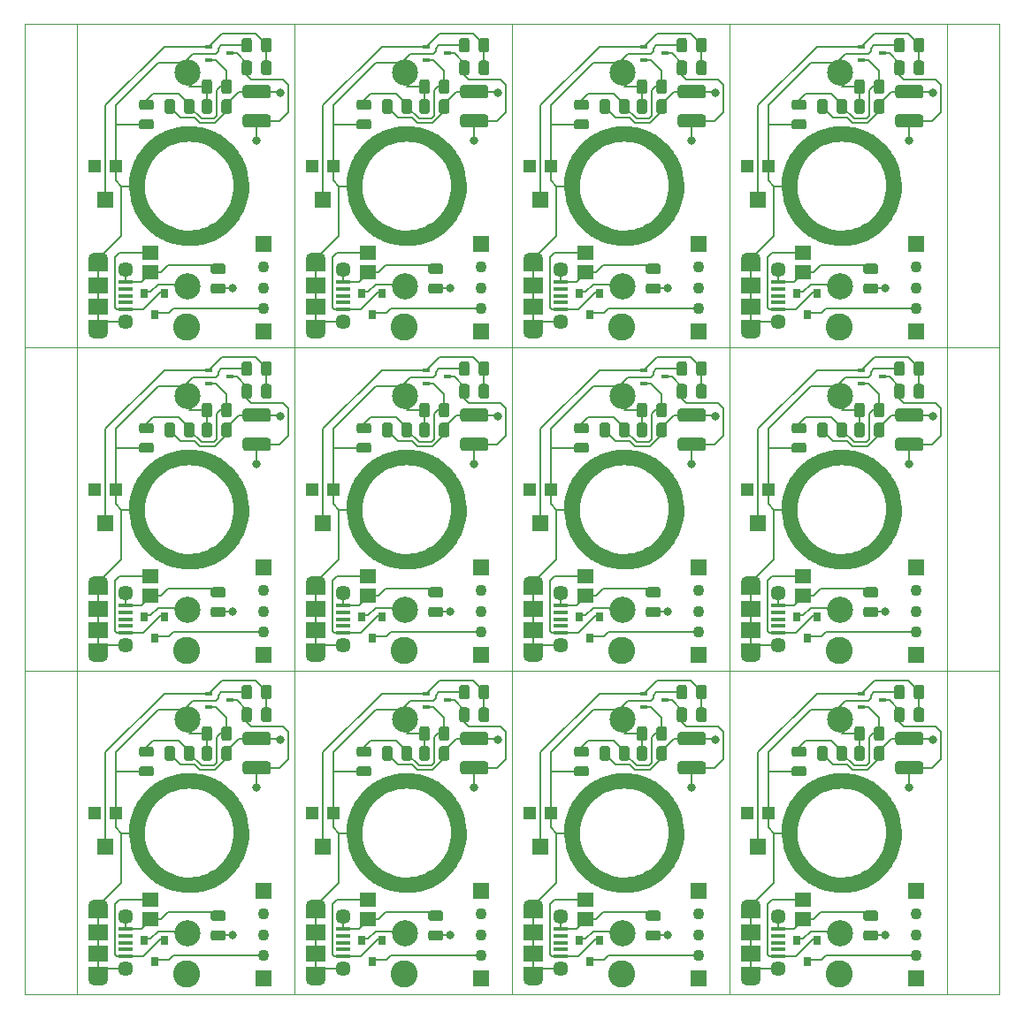
<source format=gbr>
G04 #@! TF.GenerationSoftware,KiCad,Pcbnew,(5.1.5)-3*
G04 #@! TF.CreationDate,2020-09-12T19:14:49+01:00*
G04 #@! TF.ProjectId,OTK_Panel,4f544b5f-5061-46e6-956c-2e6b69636164,rev?*
G04 #@! TF.SameCoordinates,Original*
G04 #@! TF.FileFunction,Copper,L2,Bot*
G04 #@! TF.FilePolarity,Positive*
%FSLAX46Y46*%
G04 Gerber Fmt 4.6, Leading zero omitted, Abs format (unit mm)*
G04 Created by KiCad (PCBNEW (5.1.5)-3) date 2020-09-12 19:14:49*
%MOMM*%
%LPD*%
G04 APERTURE LIST*
%ADD10C,0.050000*%
%ADD11R,1.600000X1.500000*%
%ADD12R,1.200000X1.200000*%
%ADD13C,0.100000*%
%ADD14R,0.800000X0.900000*%
%ADD15R,0.700000X0.450000*%
%ADD16C,2.500000*%
%ADD17R,1.900000X1.200000*%
%ADD18O,1.900000X1.200000*%
%ADD19R,1.900000X1.500000*%
%ADD20C,1.450000*%
%ADD21R,1.350000X0.400000*%
%ADD22R,1.500000X1.500000*%
%ADD23C,1.100000*%
%ADD24R,1.556201X1.454636*%
%ADD25C,2.600000*%
%ADD26C,0.800000*%
%ADD27C,0.127000*%
G04 APERTURE END LIST*
D10*
X192734500Y-108806300D02*
X197734500Y-108798300D01*
X192734500Y-77818300D02*
X197734500Y-77818300D01*
X109422500Y-108806300D02*
X104422500Y-108810300D01*
X109422500Y-77818300D02*
X104422500Y-77820300D01*
X104422500Y-139790300D02*
X109422500Y-139794300D01*
X104422500Y-46820300D02*
X104422500Y-139790300D01*
X109422500Y-46830300D02*
X104422500Y-46820300D01*
X192734500Y-139794300D02*
X197734500Y-139790300D01*
X197734500Y-46830300D02*
X197734500Y-139790300D01*
X192734500Y-46830300D02*
X197734500Y-46830300D01*
X109422500Y-139794300D02*
X109422500Y-108806300D01*
X171906500Y-139794300D02*
X171906500Y-108806300D01*
X130250500Y-139794300D02*
X109422500Y-139794300D01*
X171906500Y-139794300D02*
X151078500Y-139794300D01*
X130250500Y-108806300D02*
X130250500Y-139794300D01*
X151078500Y-108806300D02*
X151078500Y-139794300D01*
X171906500Y-108806300D02*
X171906500Y-139794300D01*
X151078500Y-108806300D02*
X171906500Y-108806300D01*
X192734500Y-108806300D02*
X192734500Y-139794300D01*
X151078500Y-139794300D02*
X151078500Y-108806300D01*
X109422500Y-108806300D02*
X130250500Y-108806300D01*
X151078500Y-139794300D02*
X130250500Y-139794300D01*
X130250500Y-108806300D02*
X151078500Y-108806300D01*
X130250500Y-139794300D02*
X130250500Y-108806300D01*
X192734500Y-139794300D02*
X171906500Y-139794300D01*
X171906500Y-108806300D02*
X192734500Y-108806300D01*
X109422500Y-108806300D02*
X109422500Y-77818300D01*
X171906500Y-108806300D02*
X171906500Y-77818300D01*
X130250500Y-108806300D02*
X109422500Y-108806300D01*
X171906500Y-108806300D02*
X151078500Y-108806300D01*
X130250500Y-77818300D02*
X130250500Y-108806300D01*
X151078500Y-77818300D02*
X151078500Y-108806300D01*
X171906500Y-77818300D02*
X171906500Y-108806300D01*
X151078500Y-77818300D02*
X171906500Y-77818300D01*
X192734500Y-77818300D02*
X192734500Y-108806300D01*
X151078500Y-108806300D02*
X151078500Y-77818300D01*
X109422500Y-77818300D02*
X130250500Y-77818300D01*
X151078500Y-108806300D02*
X130250500Y-108806300D01*
X130250500Y-77818300D02*
X151078500Y-77818300D01*
X130250500Y-108806300D02*
X130250500Y-77818300D01*
X192734500Y-108806300D02*
X171906500Y-108806300D01*
X171906500Y-77818300D02*
X192734500Y-77818300D01*
X171906500Y-77818300D02*
X171906500Y-46830300D01*
X192734500Y-77818300D02*
X171906500Y-77818300D01*
X192734500Y-46830300D02*
X192734500Y-77818300D01*
X171906500Y-46830300D02*
X192734500Y-46830300D01*
X151078500Y-77818300D02*
X151078500Y-46830300D01*
X171906500Y-77818300D02*
X151078500Y-77818300D01*
X171906500Y-46830300D02*
X171906500Y-77818300D01*
X151078500Y-46830300D02*
X171906500Y-46830300D01*
X130250500Y-77818300D02*
X130250500Y-46830300D01*
X151078500Y-77818300D02*
X130250500Y-77818300D01*
X151078500Y-46830300D02*
X151078500Y-77818300D01*
X130250500Y-46830300D02*
X151078500Y-46830300D01*
X109422500Y-77818300D02*
X109422500Y-46830300D01*
X130250500Y-77818300D02*
X109422500Y-77818300D01*
X130250500Y-46830300D02*
X130250500Y-77818300D01*
X109422500Y-46830300D02*
X130250500Y-46830300D01*
D11*
X174626500Y-125652300D03*
D12*
X175626500Y-122402300D03*
X173626500Y-122402300D03*
G04 #@! TA.AperFunction,SMDPad,CuDef*
D13*
G36*
X158215642Y-116047474D02*
G01*
X158239303Y-116050984D01*
X158262507Y-116056796D01*
X158285029Y-116064854D01*
X158306653Y-116075082D01*
X158327170Y-116087379D01*
X158346383Y-116101629D01*
X158364107Y-116117693D01*
X158380171Y-116135417D01*
X158394421Y-116154630D01*
X158406718Y-116175147D01*
X158416946Y-116196771D01*
X158425004Y-116219293D01*
X158430816Y-116242497D01*
X158434326Y-116266158D01*
X158435500Y-116290050D01*
X158435500Y-116777550D01*
X158434326Y-116801442D01*
X158430816Y-116825103D01*
X158425004Y-116848307D01*
X158416946Y-116870829D01*
X158406718Y-116892453D01*
X158394421Y-116912970D01*
X158380171Y-116932183D01*
X158364107Y-116949907D01*
X158346383Y-116965971D01*
X158327170Y-116980221D01*
X158306653Y-116992518D01*
X158285029Y-117002746D01*
X158262507Y-117010804D01*
X158239303Y-117016616D01*
X158215642Y-117020126D01*
X158191750Y-117021300D01*
X157279250Y-117021300D01*
X157255358Y-117020126D01*
X157231697Y-117016616D01*
X157208493Y-117010804D01*
X157185971Y-117002746D01*
X157164347Y-116992518D01*
X157143830Y-116980221D01*
X157124617Y-116965971D01*
X157106893Y-116949907D01*
X157090829Y-116932183D01*
X157076579Y-116912970D01*
X157064282Y-116892453D01*
X157054054Y-116870829D01*
X157045996Y-116848307D01*
X157040184Y-116825103D01*
X157036674Y-116801442D01*
X157035500Y-116777550D01*
X157035500Y-116290050D01*
X157036674Y-116266158D01*
X157040184Y-116242497D01*
X157045996Y-116219293D01*
X157054054Y-116196771D01*
X157064282Y-116175147D01*
X157076579Y-116154630D01*
X157090829Y-116135417D01*
X157106893Y-116117693D01*
X157124617Y-116101629D01*
X157143830Y-116087379D01*
X157164347Y-116075082D01*
X157185971Y-116064854D01*
X157208493Y-116056796D01*
X157231697Y-116050984D01*
X157255358Y-116047474D01*
X157279250Y-116046300D01*
X158191750Y-116046300D01*
X158215642Y-116047474D01*
G37*
G04 #@! TD.AperFunction*
G04 #@! TA.AperFunction,SMDPad,CuDef*
G36*
X158215642Y-117922474D02*
G01*
X158239303Y-117925984D01*
X158262507Y-117931796D01*
X158285029Y-117939854D01*
X158306653Y-117950082D01*
X158327170Y-117962379D01*
X158346383Y-117976629D01*
X158364107Y-117992693D01*
X158380171Y-118010417D01*
X158394421Y-118029630D01*
X158406718Y-118050147D01*
X158416946Y-118071771D01*
X158425004Y-118094293D01*
X158430816Y-118117497D01*
X158434326Y-118141158D01*
X158435500Y-118165050D01*
X158435500Y-118652550D01*
X158434326Y-118676442D01*
X158430816Y-118700103D01*
X158425004Y-118723307D01*
X158416946Y-118745829D01*
X158406718Y-118767453D01*
X158394421Y-118787970D01*
X158380171Y-118807183D01*
X158364107Y-118824907D01*
X158346383Y-118840971D01*
X158327170Y-118855221D01*
X158306653Y-118867518D01*
X158285029Y-118877746D01*
X158262507Y-118885804D01*
X158239303Y-118891616D01*
X158215642Y-118895126D01*
X158191750Y-118896300D01*
X157279250Y-118896300D01*
X157255358Y-118895126D01*
X157231697Y-118891616D01*
X157208493Y-118885804D01*
X157185971Y-118877746D01*
X157164347Y-118867518D01*
X157143830Y-118855221D01*
X157124617Y-118840971D01*
X157106893Y-118824907D01*
X157090829Y-118807183D01*
X157076579Y-118787970D01*
X157064282Y-118767453D01*
X157054054Y-118745829D01*
X157045996Y-118723307D01*
X157040184Y-118700103D01*
X157036674Y-118676442D01*
X157035500Y-118652550D01*
X157035500Y-118165050D01*
X157036674Y-118141158D01*
X157040184Y-118117497D01*
X157045996Y-118094293D01*
X157054054Y-118071771D01*
X157064282Y-118050147D01*
X157076579Y-118029630D01*
X157090829Y-118010417D01*
X157106893Y-117992693D01*
X157124617Y-117976629D01*
X157143830Y-117962379D01*
X157164347Y-117950082D01*
X157185971Y-117939854D01*
X157208493Y-117931796D01*
X157231697Y-117925984D01*
X157255358Y-117922474D01*
X157279250Y-117921300D01*
X158191750Y-117921300D01*
X158215642Y-117922474D01*
G37*
G04 #@! TD.AperFunction*
D14*
X179325500Y-136632300D03*
X180275500Y-134632300D03*
X178375500Y-134632300D03*
G04 #@! TA.AperFunction,SMDPad,CuDef*
D13*
G36*
X169384004Y-117456504D02*
G01*
X169408273Y-117460104D01*
X169432071Y-117466065D01*
X169455171Y-117474330D01*
X169477349Y-117484820D01*
X169498393Y-117497433D01*
X169518098Y-117512047D01*
X169536277Y-117528523D01*
X169552753Y-117546702D01*
X169567367Y-117566407D01*
X169579980Y-117587451D01*
X169590470Y-117609629D01*
X169598735Y-117632729D01*
X169604696Y-117656527D01*
X169608296Y-117680796D01*
X169609500Y-117705300D01*
X169609500Y-118455300D01*
X169608296Y-118479804D01*
X169604696Y-118504073D01*
X169598735Y-118527871D01*
X169590470Y-118550971D01*
X169579980Y-118573149D01*
X169567367Y-118594193D01*
X169552753Y-118613898D01*
X169536277Y-118632077D01*
X169518098Y-118648553D01*
X169498393Y-118663167D01*
X169477349Y-118675780D01*
X169455171Y-118686270D01*
X169432071Y-118694535D01*
X169408273Y-118700496D01*
X169384004Y-118704096D01*
X169359500Y-118705300D01*
X167209500Y-118705300D01*
X167184996Y-118704096D01*
X167160727Y-118700496D01*
X167136929Y-118694535D01*
X167113829Y-118686270D01*
X167091651Y-118675780D01*
X167070607Y-118663167D01*
X167050902Y-118648553D01*
X167032723Y-118632077D01*
X167016247Y-118613898D01*
X167001633Y-118594193D01*
X166989020Y-118573149D01*
X166978530Y-118550971D01*
X166970265Y-118527871D01*
X166964304Y-118504073D01*
X166960704Y-118479804D01*
X166959500Y-118455300D01*
X166959500Y-117705300D01*
X166960704Y-117680796D01*
X166964304Y-117656527D01*
X166970265Y-117632729D01*
X166978530Y-117609629D01*
X166989020Y-117587451D01*
X167001633Y-117566407D01*
X167016247Y-117546702D01*
X167032723Y-117528523D01*
X167050902Y-117512047D01*
X167070607Y-117497433D01*
X167091651Y-117484820D01*
X167113829Y-117474330D01*
X167136929Y-117466065D01*
X167160727Y-117460104D01*
X167184996Y-117456504D01*
X167209500Y-117455300D01*
X169359500Y-117455300D01*
X169384004Y-117456504D01*
G37*
G04 #@! TD.AperFunction*
G04 #@! TA.AperFunction,SMDPad,CuDef*
G36*
X169384004Y-114656504D02*
G01*
X169408273Y-114660104D01*
X169432071Y-114666065D01*
X169455171Y-114674330D01*
X169477349Y-114684820D01*
X169498393Y-114697433D01*
X169518098Y-114712047D01*
X169536277Y-114728523D01*
X169552753Y-114746702D01*
X169567367Y-114766407D01*
X169579980Y-114787451D01*
X169590470Y-114809629D01*
X169598735Y-114832729D01*
X169604696Y-114856527D01*
X169608296Y-114880796D01*
X169609500Y-114905300D01*
X169609500Y-115655300D01*
X169608296Y-115679804D01*
X169604696Y-115704073D01*
X169598735Y-115727871D01*
X169590470Y-115750971D01*
X169579980Y-115773149D01*
X169567367Y-115794193D01*
X169552753Y-115813898D01*
X169536277Y-115832077D01*
X169518098Y-115848553D01*
X169498393Y-115863167D01*
X169477349Y-115875780D01*
X169455171Y-115886270D01*
X169432071Y-115894535D01*
X169408273Y-115900496D01*
X169384004Y-115904096D01*
X169359500Y-115905300D01*
X167209500Y-115905300D01*
X167184996Y-115904096D01*
X167160727Y-115900496D01*
X167136929Y-115894535D01*
X167113829Y-115886270D01*
X167091651Y-115875780D01*
X167070607Y-115863167D01*
X167050902Y-115848553D01*
X167032723Y-115832077D01*
X167016247Y-115813898D01*
X167001633Y-115794193D01*
X166989020Y-115773149D01*
X166978530Y-115750971D01*
X166970265Y-115727871D01*
X166964304Y-115704073D01*
X166960704Y-115679804D01*
X166959500Y-115655300D01*
X166959500Y-114905300D01*
X166960704Y-114880796D01*
X166964304Y-114856527D01*
X166970265Y-114832729D01*
X166978530Y-114809629D01*
X166989020Y-114787451D01*
X167001633Y-114766407D01*
X167016247Y-114746702D01*
X167032723Y-114728523D01*
X167050902Y-114712047D01*
X167070607Y-114697433D01*
X167091651Y-114684820D01*
X167113829Y-114674330D01*
X167136929Y-114666065D01*
X167160727Y-114660104D01*
X167184996Y-114656504D01*
X167209500Y-114655300D01*
X169359500Y-114655300D01*
X169384004Y-114656504D01*
G37*
G04 #@! TD.AperFunction*
G04 #@! TA.AperFunction,SMDPad,CuDef*
G36*
X179043642Y-116047474D02*
G01*
X179067303Y-116050984D01*
X179090507Y-116056796D01*
X179113029Y-116064854D01*
X179134653Y-116075082D01*
X179155170Y-116087379D01*
X179174383Y-116101629D01*
X179192107Y-116117693D01*
X179208171Y-116135417D01*
X179222421Y-116154630D01*
X179234718Y-116175147D01*
X179244946Y-116196771D01*
X179253004Y-116219293D01*
X179258816Y-116242497D01*
X179262326Y-116266158D01*
X179263500Y-116290050D01*
X179263500Y-116777550D01*
X179262326Y-116801442D01*
X179258816Y-116825103D01*
X179253004Y-116848307D01*
X179244946Y-116870829D01*
X179234718Y-116892453D01*
X179222421Y-116912970D01*
X179208171Y-116932183D01*
X179192107Y-116949907D01*
X179174383Y-116965971D01*
X179155170Y-116980221D01*
X179134653Y-116992518D01*
X179113029Y-117002746D01*
X179090507Y-117010804D01*
X179067303Y-117016616D01*
X179043642Y-117020126D01*
X179019750Y-117021300D01*
X178107250Y-117021300D01*
X178083358Y-117020126D01*
X178059697Y-117016616D01*
X178036493Y-117010804D01*
X178013971Y-117002746D01*
X177992347Y-116992518D01*
X177971830Y-116980221D01*
X177952617Y-116965971D01*
X177934893Y-116949907D01*
X177918829Y-116932183D01*
X177904579Y-116912970D01*
X177892282Y-116892453D01*
X177882054Y-116870829D01*
X177873996Y-116848307D01*
X177868184Y-116825103D01*
X177864674Y-116801442D01*
X177863500Y-116777550D01*
X177863500Y-116290050D01*
X177864674Y-116266158D01*
X177868184Y-116242497D01*
X177873996Y-116219293D01*
X177882054Y-116196771D01*
X177892282Y-116175147D01*
X177904579Y-116154630D01*
X177918829Y-116135417D01*
X177934893Y-116117693D01*
X177952617Y-116101629D01*
X177971830Y-116087379D01*
X177992347Y-116075082D01*
X178013971Y-116064854D01*
X178036493Y-116056796D01*
X178059697Y-116050984D01*
X178083358Y-116047474D01*
X178107250Y-116046300D01*
X179019750Y-116046300D01*
X179043642Y-116047474D01*
G37*
G04 #@! TD.AperFunction*
G04 #@! TA.AperFunction,SMDPad,CuDef*
G36*
X179043642Y-117922474D02*
G01*
X179067303Y-117925984D01*
X179090507Y-117931796D01*
X179113029Y-117939854D01*
X179134653Y-117950082D01*
X179155170Y-117962379D01*
X179174383Y-117976629D01*
X179192107Y-117992693D01*
X179208171Y-118010417D01*
X179222421Y-118029630D01*
X179234718Y-118050147D01*
X179244946Y-118071771D01*
X179253004Y-118094293D01*
X179258816Y-118117497D01*
X179262326Y-118141158D01*
X179263500Y-118165050D01*
X179263500Y-118652550D01*
X179262326Y-118676442D01*
X179258816Y-118700103D01*
X179253004Y-118723307D01*
X179244946Y-118745829D01*
X179234718Y-118767453D01*
X179222421Y-118787970D01*
X179208171Y-118807183D01*
X179192107Y-118824907D01*
X179174383Y-118840971D01*
X179155170Y-118855221D01*
X179134653Y-118867518D01*
X179113029Y-118877746D01*
X179090507Y-118885804D01*
X179067303Y-118891616D01*
X179043642Y-118895126D01*
X179019750Y-118896300D01*
X178107250Y-118896300D01*
X178083358Y-118895126D01*
X178059697Y-118891616D01*
X178036493Y-118885804D01*
X178013971Y-118877746D01*
X177992347Y-118867518D01*
X177971830Y-118855221D01*
X177952617Y-118840971D01*
X177934893Y-118824907D01*
X177918829Y-118807183D01*
X177904579Y-118787970D01*
X177892282Y-118767453D01*
X177882054Y-118745829D01*
X177873996Y-118723307D01*
X177868184Y-118700103D01*
X177864674Y-118676442D01*
X177863500Y-118652550D01*
X177863500Y-118165050D01*
X177864674Y-118141158D01*
X177868184Y-118117497D01*
X177873996Y-118094293D01*
X177882054Y-118071771D01*
X177892282Y-118050147D01*
X177904579Y-118029630D01*
X177918829Y-118010417D01*
X177934893Y-117992693D01*
X177952617Y-117976629D01*
X177971830Y-117962379D01*
X177992347Y-117950082D01*
X178013971Y-117939854D01*
X178036493Y-117931796D01*
X178059697Y-117925984D01*
X178083358Y-117922474D01*
X178107250Y-117921300D01*
X179019750Y-117921300D01*
X179043642Y-117922474D01*
G37*
G04 #@! TD.AperFunction*
D15*
X186556500Y-111600300D03*
X184556500Y-110950300D03*
X184556500Y-112250300D03*
G04 #@! TA.AperFunction,SMDPad,CuDef*
D13*
G36*
X185909642Y-131766474D02*
G01*
X185933303Y-131769984D01*
X185956507Y-131775796D01*
X185979029Y-131783854D01*
X186000653Y-131794082D01*
X186021170Y-131806379D01*
X186040383Y-131820629D01*
X186058107Y-131836693D01*
X186074171Y-131854417D01*
X186088421Y-131873630D01*
X186100718Y-131894147D01*
X186110946Y-131915771D01*
X186119004Y-131938293D01*
X186124816Y-131961497D01*
X186128326Y-131985158D01*
X186129500Y-132009050D01*
X186129500Y-132496550D01*
X186128326Y-132520442D01*
X186124816Y-132544103D01*
X186119004Y-132567307D01*
X186110946Y-132589829D01*
X186100718Y-132611453D01*
X186088421Y-132631970D01*
X186074171Y-132651183D01*
X186058107Y-132668907D01*
X186040383Y-132684971D01*
X186021170Y-132699221D01*
X186000653Y-132711518D01*
X185979029Y-132721746D01*
X185956507Y-132729804D01*
X185933303Y-132735616D01*
X185909642Y-132739126D01*
X185885750Y-132740300D01*
X184973250Y-132740300D01*
X184949358Y-132739126D01*
X184925697Y-132735616D01*
X184902493Y-132729804D01*
X184879971Y-132721746D01*
X184858347Y-132711518D01*
X184837830Y-132699221D01*
X184818617Y-132684971D01*
X184800893Y-132668907D01*
X184784829Y-132651183D01*
X184770579Y-132631970D01*
X184758282Y-132611453D01*
X184748054Y-132589829D01*
X184739996Y-132567307D01*
X184734184Y-132544103D01*
X184730674Y-132520442D01*
X184729500Y-132496550D01*
X184729500Y-132009050D01*
X184730674Y-131985158D01*
X184734184Y-131961497D01*
X184739996Y-131938293D01*
X184748054Y-131915771D01*
X184758282Y-131894147D01*
X184770579Y-131873630D01*
X184784829Y-131854417D01*
X184800893Y-131836693D01*
X184818617Y-131820629D01*
X184837830Y-131806379D01*
X184858347Y-131794082D01*
X184879971Y-131783854D01*
X184902493Y-131775796D01*
X184925697Y-131769984D01*
X184949358Y-131766474D01*
X184973250Y-131765300D01*
X185885750Y-131765300D01*
X185909642Y-131766474D01*
G37*
G04 #@! TD.AperFunction*
G04 #@! TA.AperFunction,SMDPad,CuDef*
G36*
X185909642Y-133641474D02*
G01*
X185933303Y-133644984D01*
X185956507Y-133650796D01*
X185979029Y-133658854D01*
X186000653Y-133669082D01*
X186021170Y-133681379D01*
X186040383Y-133695629D01*
X186058107Y-133711693D01*
X186074171Y-133729417D01*
X186088421Y-133748630D01*
X186100718Y-133769147D01*
X186110946Y-133790771D01*
X186119004Y-133813293D01*
X186124816Y-133836497D01*
X186128326Y-133860158D01*
X186129500Y-133884050D01*
X186129500Y-134371550D01*
X186128326Y-134395442D01*
X186124816Y-134419103D01*
X186119004Y-134442307D01*
X186110946Y-134464829D01*
X186100718Y-134486453D01*
X186088421Y-134506970D01*
X186074171Y-134526183D01*
X186058107Y-134543907D01*
X186040383Y-134559971D01*
X186021170Y-134574221D01*
X186000653Y-134586518D01*
X185979029Y-134596746D01*
X185956507Y-134604804D01*
X185933303Y-134610616D01*
X185909642Y-134614126D01*
X185885750Y-134615300D01*
X184973250Y-134615300D01*
X184949358Y-134614126D01*
X184925697Y-134610616D01*
X184902493Y-134604804D01*
X184879971Y-134596746D01*
X184858347Y-134586518D01*
X184837830Y-134574221D01*
X184818617Y-134559971D01*
X184800893Y-134543907D01*
X184784829Y-134526183D01*
X184770579Y-134506970D01*
X184758282Y-134486453D01*
X184748054Y-134464829D01*
X184739996Y-134442307D01*
X184734184Y-134419103D01*
X184730674Y-134395442D01*
X184729500Y-134371550D01*
X184729500Y-133884050D01*
X184730674Y-133860158D01*
X184734184Y-133836497D01*
X184739996Y-133813293D01*
X184748054Y-133790771D01*
X184758282Y-133769147D01*
X184770579Y-133748630D01*
X184784829Y-133729417D01*
X184800893Y-133711693D01*
X184818617Y-133695629D01*
X184837830Y-133681379D01*
X184858347Y-133669082D01*
X184879971Y-133658854D01*
X184902493Y-133650796D01*
X184925697Y-133644984D01*
X184949358Y-133641474D01*
X184973250Y-133640300D01*
X185885750Y-133640300D01*
X185909642Y-133641474D01*
G37*
G04 #@! TD.AperFunction*
G04 #@! TA.AperFunction,SMDPad,CuDef*
G36*
X182943642Y-116010474D02*
G01*
X182967303Y-116013984D01*
X182990507Y-116019796D01*
X183013029Y-116027854D01*
X183034653Y-116038082D01*
X183055170Y-116050379D01*
X183074383Y-116064629D01*
X183092107Y-116080693D01*
X183108171Y-116098417D01*
X183122421Y-116117630D01*
X183134718Y-116138147D01*
X183144946Y-116159771D01*
X183153004Y-116182293D01*
X183158816Y-116205497D01*
X183162326Y-116229158D01*
X183163500Y-116253050D01*
X183163500Y-117165550D01*
X183162326Y-117189442D01*
X183158816Y-117213103D01*
X183153004Y-117236307D01*
X183144946Y-117258829D01*
X183134718Y-117280453D01*
X183122421Y-117300970D01*
X183108171Y-117320183D01*
X183092107Y-117337907D01*
X183074383Y-117353971D01*
X183055170Y-117368221D01*
X183034653Y-117380518D01*
X183013029Y-117390746D01*
X182990507Y-117398804D01*
X182967303Y-117404616D01*
X182943642Y-117408126D01*
X182919750Y-117409300D01*
X182432250Y-117409300D01*
X182408358Y-117408126D01*
X182384697Y-117404616D01*
X182361493Y-117398804D01*
X182338971Y-117390746D01*
X182317347Y-117380518D01*
X182296830Y-117368221D01*
X182277617Y-117353971D01*
X182259893Y-117337907D01*
X182243829Y-117320183D01*
X182229579Y-117300970D01*
X182217282Y-117280453D01*
X182207054Y-117258829D01*
X182198996Y-117236307D01*
X182193184Y-117213103D01*
X182189674Y-117189442D01*
X182188500Y-117165550D01*
X182188500Y-116253050D01*
X182189674Y-116229158D01*
X182193184Y-116205497D01*
X182198996Y-116182293D01*
X182207054Y-116159771D01*
X182217282Y-116138147D01*
X182229579Y-116117630D01*
X182243829Y-116098417D01*
X182259893Y-116080693D01*
X182277617Y-116064629D01*
X182296830Y-116050379D01*
X182317347Y-116038082D01*
X182338971Y-116027854D01*
X182361493Y-116019796D01*
X182384697Y-116013984D01*
X182408358Y-116010474D01*
X182432250Y-116009300D01*
X182919750Y-116009300D01*
X182943642Y-116010474D01*
G37*
G04 #@! TD.AperFunction*
G04 #@! TA.AperFunction,SMDPad,CuDef*
G36*
X181068642Y-116010474D02*
G01*
X181092303Y-116013984D01*
X181115507Y-116019796D01*
X181138029Y-116027854D01*
X181159653Y-116038082D01*
X181180170Y-116050379D01*
X181199383Y-116064629D01*
X181217107Y-116080693D01*
X181233171Y-116098417D01*
X181247421Y-116117630D01*
X181259718Y-116138147D01*
X181269946Y-116159771D01*
X181278004Y-116182293D01*
X181283816Y-116205497D01*
X181287326Y-116229158D01*
X181288500Y-116253050D01*
X181288500Y-117165550D01*
X181287326Y-117189442D01*
X181283816Y-117213103D01*
X181278004Y-117236307D01*
X181269946Y-117258829D01*
X181259718Y-117280453D01*
X181247421Y-117300970D01*
X181233171Y-117320183D01*
X181217107Y-117337907D01*
X181199383Y-117353971D01*
X181180170Y-117368221D01*
X181159653Y-117380518D01*
X181138029Y-117390746D01*
X181115507Y-117398804D01*
X181092303Y-117404616D01*
X181068642Y-117408126D01*
X181044750Y-117409300D01*
X180557250Y-117409300D01*
X180533358Y-117408126D01*
X180509697Y-117404616D01*
X180486493Y-117398804D01*
X180463971Y-117390746D01*
X180442347Y-117380518D01*
X180421830Y-117368221D01*
X180402617Y-117353971D01*
X180384893Y-117337907D01*
X180368829Y-117320183D01*
X180354579Y-117300970D01*
X180342282Y-117280453D01*
X180332054Y-117258829D01*
X180323996Y-117236307D01*
X180318184Y-117213103D01*
X180314674Y-117189442D01*
X180313500Y-117165550D01*
X180313500Y-116253050D01*
X180314674Y-116229158D01*
X180318184Y-116205497D01*
X180323996Y-116182293D01*
X180332054Y-116159771D01*
X180342282Y-116138147D01*
X180354579Y-116117630D01*
X180368829Y-116098417D01*
X180384893Y-116080693D01*
X180402617Y-116064629D01*
X180421830Y-116050379D01*
X180442347Y-116038082D01*
X180463971Y-116027854D01*
X180486493Y-116019796D01*
X180509697Y-116013984D01*
X180533358Y-116010474D01*
X180557250Y-116009300D01*
X181044750Y-116009300D01*
X181068642Y-116010474D01*
G37*
G04 #@! TD.AperFunction*
D16*
X182482720Y-133970960D03*
X182482720Y-113480960D03*
D17*
X153077000Y-137741300D03*
X153077000Y-131941300D03*
D18*
X153077000Y-131341300D03*
X153077000Y-138341300D03*
D19*
X153077000Y-135841300D03*
D20*
X155777000Y-132341300D03*
D21*
X155777000Y-134841300D03*
X155777000Y-134191300D03*
X155777000Y-133541300D03*
X155777000Y-136141300D03*
X155777000Y-135491300D03*
D20*
X155777000Y-137341300D03*
D19*
X153077000Y-133841300D03*
G04 #@! TA.AperFunction,SMDPad,CuDef*
D13*
G36*
X167614642Y-110139474D02*
G01*
X167638303Y-110142984D01*
X167661507Y-110148796D01*
X167684029Y-110156854D01*
X167705653Y-110167082D01*
X167726170Y-110179379D01*
X167745383Y-110193629D01*
X167763107Y-110209693D01*
X167779171Y-110227417D01*
X167793421Y-110246630D01*
X167805718Y-110267147D01*
X167815946Y-110288771D01*
X167824004Y-110311293D01*
X167829816Y-110334497D01*
X167833326Y-110358158D01*
X167834500Y-110382050D01*
X167834500Y-111294550D01*
X167833326Y-111318442D01*
X167829816Y-111342103D01*
X167824004Y-111365307D01*
X167815946Y-111387829D01*
X167805718Y-111409453D01*
X167793421Y-111429970D01*
X167779171Y-111449183D01*
X167763107Y-111466907D01*
X167745383Y-111482971D01*
X167726170Y-111497221D01*
X167705653Y-111509518D01*
X167684029Y-111519746D01*
X167661507Y-111527804D01*
X167638303Y-111533616D01*
X167614642Y-111537126D01*
X167590750Y-111538300D01*
X167103250Y-111538300D01*
X167079358Y-111537126D01*
X167055697Y-111533616D01*
X167032493Y-111527804D01*
X167009971Y-111519746D01*
X166988347Y-111509518D01*
X166967830Y-111497221D01*
X166948617Y-111482971D01*
X166930893Y-111466907D01*
X166914829Y-111449183D01*
X166900579Y-111429970D01*
X166888282Y-111409453D01*
X166878054Y-111387829D01*
X166869996Y-111365307D01*
X166864184Y-111342103D01*
X166860674Y-111318442D01*
X166859500Y-111294550D01*
X166859500Y-110382050D01*
X166860674Y-110358158D01*
X166864184Y-110334497D01*
X166869996Y-110311293D01*
X166878054Y-110288771D01*
X166888282Y-110267147D01*
X166900579Y-110246630D01*
X166914829Y-110227417D01*
X166930893Y-110209693D01*
X166948617Y-110193629D01*
X166967830Y-110179379D01*
X166988347Y-110167082D01*
X167009971Y-110156854D01*
X167032493Y-110148796D01*
X167055697Y-110142984D01*
X167079358Y-110139474D01*
X167103250Y-110138300D01*
X167590750Y-110138300D01*
X167614642Y-110139474D01*
G37*
G04 #@! TD.AperFunction*
G04 #@! TA.AperFunction,SMDPad,CuDef*
G36*
X169489642Y-110139474D02*
G01*
X169513303Y-110142984D01*
X169536507Y-110148796D01*
X169559029Y-110156854D01*
X169580653Y-110167082D01*
X169601170Y-110179379D01*
X169620383Y-110193629D01*
X169638107Y-110209693D01*
X169654171Y-110227417D01*
X169668421Y-110246630D01*
X169680718Y-110267147D01*
X169690946Y-110288771D01*
X169699004Y-110311293D01*
X169704816Y-110334497D01*
X169708326Y-110358158D01*
X169709500Y-110382050D01*
X169709500Y-111294550D01*
X169708326Y-111318442D01*
X169704816Y-111342103D01*
X169699004Y-111365307D01*
X169690946Y-111387829D01*
X169680718Y-111409453D01*
X169668421Y-111429970D01*
X169654171Y-111449183D01*
X169638107Y-111466907D01*
X169620383Y-111482971D01*
X169601170Y-111497221D01*
X169580653Y-111509518D01*
X169559029Y-111519746D01*
X169536507Y-111527804D01*
X169513303Y-111533616D01*
X169489642Y-111537126D01*
X169465750Y-111538300D01*
X168978250Y-111538300D01*
X168954358Y-111537126D01*
X168930697Y-111533616D01*
X168907493Y-111527804D01*
X168884971Y-111519746D01*
X168863347Y-111509518D01*
X168842830Y-111497221D01*
X168823617Y-111482971D01*
X168805893Y-111466907D01*
X168789829Y-111449183D01*
X168775579Y-111429970D01*
X168763282Y-111409453D01*
X168753054Y-111387829D01*
X168744996Y-111365307D01*
X168739184Y-111342103D01*
X168735674Y-111318442D01*
X168734500Y-111294550D01*
X168734500Y-110382050D01*
X168735674Y-110358158D01*
X168739184Y-110334497D01*
X168744996Y-110311293D01*
X168753054Y-110288771D01*
X168763282Y-110267147D01*
X168775579Y-110246630D01*
X168789829Y-110227417D01*
X168805893Y-110209693D01*
X168823617Y-110193629D01*
X168842830Y-110179379D01*
X168863347Y-110167082D01*
X168884971Y-110156854D01*
X168907493Y-110148796D01*
X168930697Y-110142984D01*
X168954358Y-110139474D01*
X168978250Y-110138300D01*
X169465750Y-110138300D01*
X169489642Y-110139474D01*
G37*
G04 #@! TD.AperFunction*
G04 #@! TA.AperFunction,SMDPad,CuDef*
G36*
X184632642Y-116010474D02*
G01*
X184656303Y-116013984D01*
X184679507Y-116019796D01*
X184702029Y-116027854D01*
X184723653Y-116038082D01*
X184744170Y-116050379D01*
X184763383Y-116064629D01*
X184781107Y-116080693D01*
X184797171Y-116098417D01*
X184811421Y-116117630D01*
X184823718Y-116138147D01*
X184833946Y-116159771D01*
X184842004Y-116182293D01*
X184847816Y-116205497D01*
X184851326Y-116229158D01*
X184852500Y-116253050D01*
X184852500Y-117165550D01*
X184851326Y-117189442D01*
X184847816Y-117213103D01*
X184842004Y-117236307D01*
X184833946Y-117258829D01*
X184823718Y-117280453D01*
X184811421Y-117300970D01*
X184797171Y-117320183D01*
X184781107Y-117337907D01*
X184763383Y-117353971D01*
X184744170Y-117368221D01*
X184723653Y-117380518D01*
X184702029Y-117390746D01*
X184679507Y-117398804D01*
X184656303Y-117404616D01*
X184632642Y-117408126D01*
X184608750Y-117409300D01*
X184121250Y-117409300D01*
X184097358Y-117408126D01*
X184073697Y-117404616D01*
X184050493Y-117398804D01*
X184027971Y-117390746D01*
X184006347Y-117380518D01*
X183985830Y-117368221D01*
X183966617Y-117353971D01*
X183948893Y-117337907D01*
X183932829Y-117320183D01*
X183918579Y-117300970D01*
X183906282Y-117280453D01*
X183896054Y-117258829D01*
X183887996Y-117236307D01*
X183882184Y-117213103D01*
X183878674Y-117189442D01*
X183877500Y-117165550D01*
X183877500Y-116253050D01*
X183878674Y-116229158D01*
X183882184Y-116205497D01*
X183887996Y-116182293D01*
X183896054Y-116159771D01*
X183906282Y-116138147D01*
X183918579Y-116117630D01*
X183932829Y-116098417D01*
X183948893Y-116080693D01*
X183966617Y-116064629D01*
X183985830Y-116050379D01*
X184006347Y-116038082D01*
X184027971Y-116027854D01*
X184050493Y-116019796D01*
X184073697Y-116013984D01*
X184097358Y-116010474D01*
X184121250Y-116009300D01*
X184608750Y-116009300D01*
X184632642Y-116010474D01*
G37*
G04 #@! TD.AperFunction*
G04 #@! TA.AperFunction,SMDPad,CuDef*
G36*
X186507642Y-116010474D02*
G01*
X186531303Y-116013984D01*
X186554507Y-116019796D01*
X186577029Y-116027854D01*
X186598653Y-116038082D01*
X186619170Y-116050379D01*
X186638383Y-116064629D01*
X186656107Y-116080693D01*
X186672171Y-116098417D01*
X186686421Y-116117630D01*
X186698718Y-116138147D01*
X186708946Y-116159771D01*
X186717004Y-116182293D01*
X186722816Y-116205497D01*
X186726326Y-116229158D01*
X186727500Y-116253050D01*
X186727500Y-117165550D01*
X186726326Y-117189442D01*
X186722816Y-117213103D01*
X186717004Y-117236307D01*
X186708946Y-117258829D01*
X186698718Y-117280453D01*
X186686421Y-117300970D01*
X186672171Y-117320183D01*
X186656107Y-117337907D01*
X186638383Y-117353971D01*
X186619170Y-117368221D01*
X186598653Y-117380518D01*
X186577029Y-117390746D01*
X186554507Y-117398804D01*
X186531303Y-117404616D01*
X186507642Y-117408126D01*
X186483750Y-117409300D01*
X185996250Y-117409300D01*
X185972358Y-117408126D01*
X185948697Y-117404616D01*
X185925493Y-117398804D01*
X185902971Y-117390746D01*
X185881347Y-117380518D01*
X185860830Y-117368221D01*
X185841617Y-117353971D01*
X185823893Y-117337907D01*
X185807829Y-117320183D01*
X185793579Y-117300970D01*
X185781282Y-117280453D01*
X185771054Y-117258829D01*
X185762996Y-117236307D01*
X185757184Y-117213103D01*
X185753674Y-117189442D01*
X185752500Y-117165550D01*
X185752500Y-116253050D01*
X185753674Y-116229158D01*
X185757184Y-116205497D01*
X185762996Y-116182293D01*
X185771054Y-116159771D01*
X185781282Y-116138147D01*
X185793579Y-116117630D01*
X185807829Y-116098417D01*
X185823893Y-116080693D01*
X185841617Y-116064629D01*
X185860830Y-116050379D01*
X185881347Y-116038082D01*
X185902971Y-116027854D01*
X185925493Y-116019796D01*
X185948697Y-116013984D01*
X185972358Y-116010474D01*
X185996250Y-116009300D01*
X186483750Y-116009300D01*
X186507642Y-116010474D01*
G37*
G04 #@! TD.AperFunction*
D15*
X165728500Y-111600300D03*
X163728500Y-110950300D03*
X163728500Y-112250300D03*
D22*
X189747500Y-138279300D03*
D23*
X189747500Y-136079300D03*
X189747500Y-134079300D03*
X189747500Y-132079300D03*
D22*
X189747500Y-129879300D03*
D17*
X173905000Y-137741300D03*
X173905000Y-131941300D03*
D18*
X173905000Y-131341300D03*
X173905000Y-138341300D03*
D19*
X173905000Y-135841300D03*
D20*
X176605000Y-132341300D03*
D21*
X176605000Y-134841300D03*
X176605000Y-134191300D03*
X176605000Y-133541300D03*
X176605000Y-136141300D03*
X176605000Y-135491300D03*
D20*
X176605000Y-137341300D03*
D19*
X173905000Y-133841300D03*
G04 #@! TA.AperFunction,SMDPad,CuDef*
D13*
G36*
X167564908Y-124770244D02*
G01*
X167564908Y-124770264D01*
X167564906Y-124770287D01*
X167564469Y-124780728D01*
X167561406Y-124811964D01*
X167558776Y-124843281D01*
X167494169Y-125327486D01*
X167494169Y-125327489D01*
X167494168Y-125327492D01*
X167492711Y-125337858D01*
X167486612Y-125368659D01*
X167480941Y-125399559D01*
X167369396Y-125875135D01*
X167369393Y-125875150D01*
X167369388Y-125875167D01*
X167366930Y-125885329D01*
X167357854Y-125915389D01*
X167349195Y-125945586D01*
X167191775Y-126408003D01*
X167191770Y-126408022D01*
X167191762Y-126408043D01*
X167188325Y-126417912D01*
X167176369Y-126446920D01*
X167164795Y-126476151D01*
X166962998Y-126921011D01*
X166962995Y-126921019D01*
X166962990Y-126921028D01*
X166958602Y-126930524D01*
X166943873Y-126958225D01*
X166929501Y-126986190D01*
X166685257Y-127409233D01*
X166685252Y-127409242D01*
X166685245Y-127409252D01*
X166679953Y-127418274D01*
X166662552Y-127444464D01*
X166645558Y-127470833D01*
X166361202Y-127868017D01*
X166361193Y-127868031D01*
X166361181Y-127868046D01*
X166355037Y-127876504D01*
X166335188Y-127900841D01*
X166315678Y-127925456D01*
X165993921Y-128292997D01*
X165993911Y-128293009D01*
X165993899Y-128293022D01*
X165986957Y-128300840D01*
X165964844Y-128323109D01*
X165943010Y-128345718D01*
X165586921Y-128680109D01*
X165586910Y-128680120D01*
X165586896Y-128680132D01*
X165579227Y-128687234D01*
X165555021Y-128707259D01*
X165531108Y-128727610D01*
X165144076Y-129025664D01*
X165135734Y-129031996D01*
X165109710Y-129049549D01*
X165083907Y-129067483D01*
X164669637Y-129326347D01*
X164660717Y-129331834D01*
X164633080Y-129346777D01*
X164605675Y-129362093D01*
X164168138Y-129579289D01*
X164168122Y-129579298D01*
X164168102Y-129579307D01*
X164158710Y-129583888D01*
X164129761Y-129596057D01*
X164100975Y-129608633D01*
X163644325Y-129782098D01*
X163644314Y-129782103D01*
X163644301Y-129782107D01*
X163634500Y-129785753D01*
X163604487Y-129795044D01*
X163574626Y-129804746D01*
X163103230Y-129932821D01*
X163103220Y-129932824D01*
X163103218Y-129932824D01*
X163093093Y-129935499D01*
X163062339Y-129941812D01*
X163031655Y-129948558D01*
X162550005Y-130030024D01*
X162549995Y-130030026D01*
X162549983Y-130030027D01*
X162539660Y-130031699D01*
X162508433Y-130034981D01*
X162477236Y-130038701D01*
X161989928Y-130072776D01*
X161979476Y-130073434D01*
X161948075Y-130073653D01*
X161916671Y-130074311D01*
X161428365Y-130060672D01*
X161417899Y-130060306D01*
X161386643Y-130057461D01*
X161355305Y-130055050D01*
X160870679Y-129993828D01*
X160870659Y-129993826D01*
X160870636Y-129993822D01*
X160860279Y-129992440D01*
X160829445Y-129986558D01*
X160798498Y-129981101D01*
X160322139Y-129872875D01*
X160311944Y-129870484D01*
X160281815Y-129861616D01*
X160251564Y-129853170D01*
X159788040Y-129698976D01*
X159778127Y-129695601D01*
X159749012Y-129683838D01*
X159719725Y-129672478D01*
X159273459Y-129473788D01*
X159263923Y-129469462D01*
X159236083Y-129454908D01*
X159208056Y-129440750D01*
X158783326Y-129199470D01*
X158783308Y-129199461D01*
X158783288Y-129199448D01*
X158774241Y-129194225D01*
X158747979Y-129177040D01*
X158721441Y-129160198D01*
X158322268Y-128878612D01*
X158313753Y-128872516D01*
X158289291Y-128852848D01*
X158264528Y-128833501D01*
X157894747Y-128514313D01*
X157894736Y-128514305D01*
X157894725Y-128514294D01*
X157886857Y-128507407D01*
X157864405Y-128485420D01*
X157841673Y-128463773D01*
X157504806Y-128110028D01*
X157504796Y-128110018D01*
X157504785Y-128110006D01*
X157497627Y-128102384D01*
X157477425Y-128078308D01*
X157456917Y-128054549D01*
X157156176Y-127669619D01*
X157156168Y-127669609D01*
X157156160Y-127669597D01*
X157149778Y-127661311D01*
X157132056Y-127635428D01*
X157113930Y-127609733D01*
X156852182Y-127197283D01*
X156852178Y-127197278D01*
X156852174Y-127197271D01*
X156846630Y-127188399D01*
X156831491Y-127160863D01*
X156815985Y-127133566D01*
X156595742Y-126697558D01*
X156595733Y-126697542D01*
X156595724Y-126697523D01*
X156591077Y-126688160D01*
X156578723Y-126659336D01*
X156565930Y-126630602D01*
X156389277Y-126175164D01*
X156385558Y-126165374D01*
X156376057Y-126135422D01*
X156366148Y-126105635D01*
X156234781Y-125635132D01*
X156232035Y-125625026D01*
X156225505Y-125594304D01*
X156218547Y-125563678D01*
X156133720Y-125082603D01*
X156131974Y-125072277D01*
X156128476Y-125041095D01*
X156124536Y-125009905D01*
X156087059Y-124522847D01*
X156086329Y-124512400D01*
X156086073Y-124494080D01*
X156084922Y-124475778D01*
X156082973Y-124336169D01*
X156082900Y-124325697D01*
X156083795Y-124307400D01*
X156083795Y-124289062D01*
X156107658Y-123801149D01*
X156108243Y-123790693D01*
X156111743Y-123759488D01*
X156114809Y-123728224D01*
X156186167Y-123244988D01*
X156186169Y-123244965D01*
X156186174Y-123244938D01*
X156187772Y-123234617D01*
X156194294Y-123203930D01*
X156200402Y-123173086D01*
X156318581Y-122699098D01*
X156321186Y-122688955D01*
X156330683Y-122659016D01*
X156339760Y-122628953D01*
X156503620Y-122168778D01*
X156503626Y-122168760D01*
X156503635Y-122168739D01*
X156507208Y-122158919D01*
X156519577Y-122130060D01*
X156531549Y-122101014D01*
X156739531Y-121659032D01*
X156739541Y-121659007D01*
X156739556Y-121658979D01*
X156744066Y-121649564D01*
X156759183Y-121622066D01*
X156773942Y-121594310D01*
X157024069Y-121174718D01*
X157024074Y-121174709D01*
X157024081Y-121174699D01*
X157029499Y-121165752D01*
X157047246Y-121139833D01*
X157064624Y-121113678D01*
X157354498Y-120720503D01*
X157354507Y-120720489D01*
X157354519Y-120720474D01*
X157360781Y-120712103D01*
X157380949Y-120688068D01*
X157400819Y-120663705D01*
X157727678Y-120300691D01*
X157727687Y-120300680D01*
X157727698Y-120300669D01*
X157734749Y-120292948D01*
X157757156Y-120271005D01*
X157779319Y-120248687D01*
X158140043Y-119919302D01*
X158140052Y-119919293D01*
X158140063Y-119919284D01*
X158147836Y-119912285D01*
X158172278Y-119892633D01*
X158196511Y-119872586D01*
X158587667Y-119579964D01*
X158596096Y-119573749D01*
X158622400Y-119556536D01*
X158648415Y-119538989D01*
X159066249Y-119285940D01*
X159066258Y-119285934D01*
X159066269Y-119285928D01*
X159075254Y-119280571D01*
X159103085Y-119266022D01*
X159130714Y-119251083D01*
X159571257Y-119040010D01*
X159571258Y-119040009D01*
X159571269Y-119040005D01*
X159580733Y-119035551D01*
X159609812Y-119023802D01*
X159638807Y-119011614D01*
X160097845Y-118844538D01*
X160107711Y-118841025D01*
X160137863Y-118832151D01*
X160167843Y-118822871D01*
X160640980Y-118701390D01*
X160640994Y-118701386D01*
X160641011Y-118701383D01*
X160651154Y-118698853D01*
X160682008Y-118692967D01*
X160712771Y-118686653D01*
X161195495Y-118611924D01*
X161195518Y-118611919D01*
X161195545Y-118611916D01*
X161205879Y-118610390D01*
X161237101Y-118607549D01*
X161268391Y-118604260D01*
X161756127Y-118576991D01*
X161766587Y-118576480D01*
X161797994Y-118576699D01*
X161803243Y-118576663D01*
X161803243Y-120076700D01*
X161388740Y-120099875D01*
X160978497Y-120163384D01*
X160576415Y-120266620D01*
X160186301Y-120408610D01*
X159811925Y-120587981D01*
X159456831Y-120803033D01*
X159124420Y-121051709D01*
X158817864Y-121331633D01*
X158540077Y-121640147D01*
X158293733Y-121974279D01*
X158081162Y-122330870D01*
X157904409Y-122706490D01*
X157765153Y-123097566D01*
X157664719Y-123500378D01*
X157604077Y-123911052D01*
X157583156Y-124338802D01*
X157584447Y-124431265D01*
X157617302Y-124858254D01*
X157689390Y-125267084D01*
X157801027Y-125666923D01*
X157951152Y-126053969D01*
X158138328Y-126424514D01*
X158360768Y-126775022D01*
X158616351Y-127102154D01*
X158902640Y-127402786D01*
X159216893Y-127674041D01*
X159556120Y-127913340D01*
X159917077Y-128118391D01*
X160296320Y-128287241D01*
X160690232Y-128418277D01*
X161095052Y-128510251D01*
X161506909Y-128562280D01*
X161921892Y-128573871D01*
X162336007Y-128544914D01*
X162745331Y-128475681D01*
X163145949Y-128366837D01*
X163534025Y-128219420D01*
X163905864Y-128034837D01*
X164257925Y-127814845D01*
X164586829Y-127561556D01*
X164889450Y-127277374D01*
X165162897Y-126965018D01*
X165404549Y-126627483D01*
X165612124Y-126267954D01*
X165783616Y-125889899D01*
X165917401Y-125496910D01*
X166012196Y-125092750D01*
X166067101Y-124681251D01*
X166081590Y-124266373D01*
X166055523Y-123852057D01*
X165989150Y-123442259D01*
X165883106Y-123040900D01*
X165738400Y-122651797D01*
X165556415Y-122278674D01*
X165338892Y-121925095D01*
X165087903Y-121594431D01*
X164805837Y-121289827D01*
X164495408Y-121014215D01*
X164159554Y-120770203D01*
X163801495Y-120560130D01*
X163424644Y-120386001D01*
X163032601Y-120249476D01*
X162629102Y-120151860D01*
X162218006Y-120094084D01*
X161803243Y-120076700D01*
X161803243Y-118576663D01*
X161829401Y-118576480D01*
X162317449Y-118596935D01*
X162317470Y-118596935D01*
X162317495Y-118596937D01*
X162327929Y-118597447D01*
X162359145Y-118600728D01*
X162390443Y-118603577D01*
X162874187Y-118671563D01*
X162884547Y-118673093D01*
X162915294Y-118679404D01*
X162946163Y-118685293D01*
X163420963Y-118800159D01*
X163431125Y-118802693D01*
X163461134Y-118811982D01*
X163491257Y-118820848D01*
X163952564Y-118981493D01*
X163952583Y-118981498D01*
X163952604Y-118981506D01*
X163962449Y-118985012D01*
X163991381Y-118997174D01*
X164020522Y-119008948D01*
X164463944Y-119213838D01*
X164463969Y-119213848D01*
X164463997Y-119213863D01*
X164473444Y-119218307D01*
X164501071Y-119233245D01*
X164528905Y-119247797D01*
X164950233Y-119494988D01*
X164950242Y-119494993D01*
X164950252Y-119495000D01*
X164959237Y-119500355D01*
X164985285Y-119517924D01*
X165011555Y-119535115D01*
X165406749Y-119822240D01*
X165406759Y-119822247D01*
X165406770Y-119822256D01*
X165415187Y-119828462D01*
X165439360Y-119848460D01*
X165463864Y-119868162D01*
X165829162Y-120192488D01*
X165836944Y-120199496D01*
X165859051Y-120221757D01*
X165881515Y-120243756D01*
X166213409Y-120602170D01*
X166213420Y-120602181D01*
X166213431Y-120602194D01*
X166220481Y-120609914D01*
X166240333Y-120634255D01*
X166260520Y-120658313D01*
X166555865Y-121047416D01*
X166562138Y-121055802D01*
X166579525Y-121081971D01*
X166597262Y-121107876D01*
X166853216Y-121523923D01*
X166853228Y-121523941D01*
X166853240Y-121523963D01*
X166858653Y-121532900D01*
X166873389Y-121560615D01*
X166888528Y-121588152D01*
X167102669Y-122027204D01*
X167102674Y-122027213D01*
X167102679Y-122027224D01*
X167107197Y-122036654D01*
X167119166Y-122065692D01*
X167131539Y-122094562D01*
X167301812Y-122552415D01*
X167301815Y-122552422D01*
X167301817Y-122552430D01*
X167305397Y-122562264D01*
X167314476Y-122592336D01*
X167323970Y-122622266D01*
X167448750Y-123094538D01*
X167448756Y-123094557D01*
X167448761Y-123094580D01*
X167451360Y-123104701D01*
X167457456Y-123135487D01*
X167463990Y-123166230D01*
X167542089Y-123648427D01*
X167542093Y-123648444D01*
X167542095Y-123648464D01*
X167543694Y-123658792D01*
X167546758Y-123690034D01*
X167550260Y-123721262D01*
X167580932Y-124208778D01*
X167580934Y-124208797D01*
X167580934Y-124208819D01*
X167581518Y-124219252D01*
X167581518Y-124250664D01*
X167581956Y-124282065D01*
X167564908Y-124770244D01*
G37*
G04 #@! TD.AperFunction*
G04 #@! TA.AperFunction,SMDPad,CuDef*
G36*
X188392908Y-124770244D02*
G01*
X188392908Y-124770264D01*
X188392906Y-124770287D01*
X188392469Y-124780728D01*
X188389406Y-124811964D01*
X188386776Y-124843281D01*
X188322169Y-125327486D01*
X188322169Y-125327489D01*
X188322168Y-125327492D01*
X188320711Y-125337858D01*
X188314612Y-125368659D01*
X188308941Y-125399559D01*
X188197396Y-125875135D01*
X188197393Y-125875150D01*
X188197388Y-125875167D01*
X188194930Y-125885329D01*
X188185854Y-125915389D01*
X188177195Y-125945586D01*
X188019775Y-126408003D01*
X188019770Y-126408022D01*
X188019762Y-126408043D01*
X188016325Y-126417912D01*
X188004369Y-126446920D01*
X187992795Y-126476151D01*
X187790998Y-126921011D01*
X187790995Y-126921019D01*
X187790990Y-126921028D01*
X187786602Y-126930524D01*
X187771873Y-126958225D01*
X187757501Y-126986190D01*
X187513257Y-127409233D01*
X187513252Y-127409242D01*
X187513245Y-127409252D01*
X187507953Y-127418274D01*
X187490552Y-127444464D01*
X187473558Y-127470833D01*
X187189202Y-127868017D01*
X187189193Y-127868031D01*
X187189181Y-127868046D01*
X187183037Y-127876504D01*
X187163188Y-127900841D01*
X187143678Y-127925456D01*
X186821921Y-128292997D01*
X186821911Y-128293009D01*
X186821899Y-128293022D01*
X186814957Y-128300840D01*
X186792844Y-128323109D01*
X186771010Y-128345718D01*
X186414921Y-128680109D01*
X186414910Y-128680120D01*
X186414896Y-128680132D01*
X186407227Y-128687234D01*
X186383021Y-128707259D01*
X186359108Y-128727610D01*
X185972076Y-129025664D01*
X185963734Y-129031996D01*
X185937710Y-129049549D01*
X185911907Y-129067483D01*
X185497637Y-129326347D01*
X185488717Y-129331834D01*
X185461080Y-129346777D01*
X185433675Y-129362093D01*
X184996138Y-129579289D01*
X184996122Y-129579298D01*
X184996102Y-129579307D01*
X184986710Y-129583888D01*
X184957761Y-129596057D01*
X184928975Y-129608633D01*
X184472325Y-129782098D01*
X184472314Y-129782103D01*
X184472301Y-129782107D01*
X184462500Y-129785753D01*
X184432487Y-129795044D01*
X184402626Y-129804746D01*
X183931230Y-129932821D01*
X183931220Y-129932824D01*
X183931218Y-129932824D01*
X183921093Y-129935499D01*
X183890339Y-129941812D01*
X183859655Y-129948558D01*
X183378005Y-130030024D01*
X183377995Y-130030026D01*
X183377983Y-130030027D01*
X183367660Y-130031699D01*
X183336433Y-130034981D01*
X183305236Y-130038701D01*
X182817928Y-130072776D01*
X182807476Y-130073434D01*
X182776075Y-130073653D01*
X182744671Y-130074311D01*
X182256365Y-130060672D01*
X182245899Y-130060306D01*
X182214643Y-130057461D01*
X182183305Y-130055050D01*
X181698679Y-129993828D01*
X181698659Y-129993826D01*
X181698636Y-129993822D01*
X181688279Y-129992440D01*
X181657445Y-129986558D01*
X181626498Y-129981101D01*
X181150139Y-129872875D01*
X181139944Y-129870484D01*
X181109815Y-129861616D01*
X181079564Y-129853170D01*
X180616040Y-129698976D01*
X180606127Y-129695601D01*
X180577012Y-129683838D01*
X180547725Y-129672478D01*
X180101459Y-129473788D01*
X180091923Y-129469462D01*
X180064083Y-129454908D01*
X180036056Y-129440750D01*
X179611326Y-129199470D01*
X179611308Y-129199461D01*
X179611288Y-129199448D01*
X179602241Y-129194225D01*
X179575979Y-129177040D01*
X179549441Y-129160198D01*
X179150268Y-128878612D01*
X179141753Y-128872516D01*
X179117291Y-128852848D01*
X179092528Y-128833501D01*
X178722747Y-128514313D01*
X178722736Y-128514305D01*
X178722725Y-128514294D01*
X178714857Y-128507407D01*
X178692405Y-128485420D01*
X178669673Y-128463773D01*
X178332806Y-128110028D01*
X178332796Y-128110018D01*
X178332785Y-128110006D01*
X178325627Y-128102384D01*
X178305425Y-128078308D01*
X178284917Y-128054549D01*
X177984176Y-127669619D01*
X177984168Y-127669609D01*
X177984160Y-127669597D01*
X177977778Y-127661311D01*
X177960056Y-127635428D01*
X177941930Y-127609733D01*
X177680182Y-127197283D01*
X177680178Y-127197278D01*
X177680174Y-127197271D01*
X177674630Y-127188399D01*
X177659491Y-127160863D01*
X177643985Y-127133566D01*
X177423742Y-126697558D01*
X177423733Y-126697542D01*
X177423724Y-126697523D01*
X177419077Y-126688160D01*
X177406723Y-126659336D01*
X177393930Y-126630602D01*
X177217277Y-126175164D01*
X177213558Y-126165374D01*
X177204057Y-126135422D01*
X177194148Y-126105635D01*
X177062781Y-125635132D01*
X177060035Y-125625026D01*
X177053505Y-125594304D01*
X177046547Y-125563678D01*
X176961720Y-125082603D01*
X176959974Y-125072277D01*
X176956476Y-125041095D01*
X176952536Y-125009905D01*
X176915059Y-124522847D01*
X176914329Y-124512400D01*
X176914073Y-124494080D01*
X176912922Y-124475778D01*
X176910973Y-124336169D01*
X176910900Y-124325697D01*
X176911795Y-124307400D01*
X176911795Y-124289062D01*
X176935658Y-123801149D01*
X176936243Y-123790693D01*
X176939743Y-123759488D01*
X176942809Y-123728224D01*
X177014167Y-123244988D01*
X177014169Y-123244965D01*
X177014174Y-123244938D01*
X177015772Y-123234617D01*
X177022294Y-123203930D01*
X177028402Y-123173086D01*
X177146581Y-122699098D01*
X177149186Y-122688955D01*
X177158683Y-122659016D01*
X177167760Y-122628953D01*
X177331620Y-122168778D01*
X177331626Y-122168760D01*
X177331635Y-122168739D01*
X177335208Y-122158919D01*
X177347577Y-122130060D01*
X177359549Y-122101014D01*
X177567531Y-121659032D01*
X177567541Y-121659007D01*
X177567556Y-121658979D01*
X177572066Y-121649564D01*
X177587183Y-121622066D01*
X177601942Y-121594310D01*
X177852069Y-121174718D01*
X177852074Y-121174709D01*
X177852081Y-121174699D01*
X177857499Y-121165752D01*
X177875246Y-121139833D01*
X177892624Y-121113678D01*
X178182498Y-120720503D01*
X178182507Y-120720489D01*
X178182519Y-120720474D01*
X178188781Y-120712103D01*
X178208949Y-120688068D01*
X178228819Y-120663705D01*
X178555678Y-120300691D01*
X178555687Y-120300680D01*
X178555698Y-120300669D01*
X178562749Y-120292948D01*
X178585156Y-120271005D01*
X178607319Y-120248687D01*
X178968043Y-119919302D01*
X178968052Y-119919293D01*
X178968063Y-119919284D01*
X178975836Y-119912285D01*
X179000278Y-119892633D01*
X179024511Y-119872586D01*
X179415667Y-119579964D01*
X179424096Y-119573749D01*
X179450400Y-119556536D01*
X179476415Y-119538989D01*
X179894249Y-119285940D01*
X179894258Y-119285934D01*
X179894269Y-119285928D01*
X179903254Y-119280571D01*
X179931085Y-119266022D01*
X179958714Y-119251083D01*
X180399257Y-119040010D01*
X180399258Y-119040009D01*
X180399269Y-119040005D01*
X180408733Y-119035551D01*
X180437812Y-119023802D01*
X180466807Y-119011614D01*
X180925845Y-118844538D01*
X180935711Y-118841025D01*
X180965863Y-118832151D01*
X180995843Y-118822871D01*
X181468980Y-118701390D01*
X181468994Y-118701386D01*
X181469011Y-118701383D01*
X181479154Y-118698853D01*
X181510008Y-118692967D01*
X181540771Y-118686653D01*
X182023495Y-118611924D01*
X182023518Y-118611919D01*
X182023545Y-118611916D01*
X182033879Y-118610390D01*
X182065101Y-118607549D01*
X182096391Y-118604260D01*
X182584127Y-118576991D01*
X182594587Y-118576480D01*
X182625994Y-118576699D01*
X182631243Y-118576663D01*
X182631243Y-120076700D01*
X182216740Y-120099875D01*
X181806497Y-120163384D01*
X181404415Y-120266620D01*
X181014301Y-120408610D01*
X180639925Y-120587981D01*
X180284831Y-120803033D01*
X179952420Y-121051709D01*
X179645864Y-121331633D01*
X179368077Y-121640147D01*
X179121733Y-121974279D01*
X178909162Y-122330870D01*
X178732409Y-122706490D01*
X178593153Y-123097566D01*
X178492719Y-123500378D01*
X178432077Y-123911052D01*
X178411156Y-124338802D01*
X178412447Y-124431265D01*
X178445302Y-124858254D01*
X178517390Y-125267084D01*
X178629027Y-125666923D01*
X178779152Y-126053969D01*
X178966328Y-126424514D01*
X179188768Y-126775022D01*
X179444351Y-127102154D01*
X179730640Y-127402786D01*
X180044893Y-127674041D01*
X180384120Y-127913340D01*
X180745077Y-128118391D01*
X181124320Y-128287241D01*
X181518232Y-128418277D01*
X181923052Y-128510251D01*
X182334909Y-128562280D01*
X182749892Y-128573871D01*
X183164007Y-128544914D01*
X183573331Y-128475681D01*
X183973949Y-128366837D01*
X184362025Y-128219420D01*
X184733864Y-128034837D01*
X185085925Y-127814845D01*
X185414829Y-127561556D01*
X185717450Y-127277374D01*
X185990897Y-126965018D01*
X186232549Y-126627483D01*
X186440124Y-126267954D01*
X186611616Y-125889899D01*
X186745401Y-125496910D01*
X186840196Y-125092750D01*
X186895101Y-124681251D01*
X186909590Y-124266373D01*
X186883523Y-123852057D01*
X186817150Y-123442259D01*
X186711106Y-123040900D01*
X186566400Y-122651797D01*
X186384415Y-122278674D01*
X186166892Y-121925095D01*
X185915903Y-121594431D01*
X185633837Y-121289827D01*
X185323408Y-121014215D01*
X184987554Y-120770203D01*
X184629495Y-120560130D01*
X184252644Y-120386001D01*
X183860601Y-120249476D01*
X183457102Y-120151860D01*
X183046006Y-120094084D01*
X182631243Y-120076700D01*
X182631243Y-118576663D01*
X182657401Y-118576480D01*
X183145449Y-118596935D01*
X183145470Y-118596935D01*
X183145495Y-118596937D01*
X183155929Y-118597447D01*
X183187145Y-118600728D01*
X183218443Y-118603577D01*
X183702187Y-118671563D01*
X183712547Y-118673093D01*
X183743294Y-118679404D01*
X183774163Y-118685293D01*
X184248963Y-118800159D01*
X184259125Y-118802693D01*
X184289134Y-118811982D01*
X184319257Y-118820848D01*
X184780564Y-118981493D01*
X184780583Y-118981498D01*
X184780604Y-118981506D01*
X184790449Y-118985012D01*
X184819381Y-118997174D01*
X184848522Y-119008948D01*
X185291944Y-119213838D01*
X185291969Y-119213848D01*
X185291997Y-119213863D01*
X185301444Y-119218307D01*
X185329071Y-119233245D01*
X185356905Y-119247797D01*
X185778233Y-119494988D01*
X185778242Y-119494993D01*
X185778252Y-119495000D01*
X185787237Y-119500355D01*
X185813285Y-119517924D01*
X185839555Y-119535115D01*
X186234749Y-119822240D01*
X186234759Y-119822247D01*
X186234770Y-119822256D01*
X186243187Y-119828462D01*
X186267360Y-119848460D01*
X186291864Y-119868162D01*
X186657162Y-120192488D01*
X186664944Y-120199496D01*
X186687051Y-120221757D01*
X186709515Y-120243756D01*
X187041409Y-120602170D01*
X187041420Y-120602181D01*
X187041431Y-120602194D01*
X187048481Y-120609914D01*
X187068333Y-120634255D01*
X187088520Y-120658313D01*
X187383865Y-121047416D01*
X187390138Y-121055802D01*
X187407525Y-121081971D01*
X187425262Y-121107876D01*
X187681216Y-121523923D01*
X187681228Y-121523941D01*
X187681240Y-121523963D01*
X187686653Y-121532900D01*
X187701389Y-121560615D01*
X187716528Y-121588152D01*
X187930669Y-122027204D01*
X187930674Y-122027213D01*
X187930679Y-122027224D01*
X187935197Y-122036654D01*
X187947166Y-122065692D01*
X187959539Y-122094562D01*
X188129812Y-122552415D01*
X188129815Y-122552422D01*
X188129817Y-122552430D01*
X188133397Y-122562264D01*
X188142476Y-122592336D01*
X188151970Y-122622266D01*
X188276750Y-123094538D01*
X188276756Y-123094557D01*
X188276761Y-123094580D01*
X188279360Y-123104701D01*
X188285456Y-123135487D01*
X188291990Y-123166230D01*
X188370089Y-123648427D01*
X188370093Y-123648444D01*
X188370095Y-123648464D01*
X188371694Y-123658792D01*
X188374758Y-123690034D01*
X188378260Y-123721262D01*
X188408932Y-124208778D01*
X188408934Y-124208797D01*
X188408934Y-124208819D01*
X188409518Y-124219252D01*
X188409518Y-124250664D01*
X188409956Y-124282065D01*
X188392908Y-124770244D01*
G37*
G04 #@! TD.AperFunction*
G04 #@! TA.AperFunction,SMDPad,CuDef*
G36*
X190212004Y-117456504D02*
G01*
X190236273Y-117460104D01*
X190260071Y-117466065D01*
X190283171Y-117474330D01*
X190305349Y-117484820D01*
X190326393Y-117497433D01*
X190346098Y-117512047D01*
X190364277Y-117528523D01*
X190380753Y-117546702D01*
X190395367Y-117566407D01*
X190407980Y-117587451D01*
X190418470Y-117609629D01*
X190426735Y-117632729D01*
X190432696Y-117656527D01*
X190436296Y-117680796D01*
X190437500Y-117705300D01*
X190437500Y-118455300D01*
X190436296Y-118479804D01*
X190432696Y-118504073D01*
X190426735Y-118527871D01*
X190418470Y-118550971D01*
X190407980Y-118573149D01*
X190395367Y-118594193D01*
X190380753Y-118613898D01*
X190364277Y-118632077D01*
X190346098Y-118648553D01*
X190326393Y-118663167D01*
X190305349Y-118675780D01*
X190283171Y-118686270D01*
X190260071Y-118694535D01*
X190236273Y-118700496D01*
X190212004Y-118704096D01*
X190187500Y-118705300D01*
X188037500Y-118705300D01*
X188012996Y-118704096D01*
X187988727Y-118700496D01*
X187964929Y-118694535D01*
X187941829Y-118686270D01*
X187919651Y-118675780D01*
X187898607Y-118663167D01*
X187878902Y-118648553D01*
X187860723Y-118632077D01*
X187844247Y-118613898D01*
X187829633Y-118594193D01*
X187817020Y-118573149D01*
X187806530Y-118550971D01*
X187798265Y-118527871D01*
X187792304Y-118504073D01*
X187788704Y-118479804D01*
X187787500Y-118455300D01*
X187787500Y-117705300D01*
X187788704Y-117680796D01*
X187792304Y-117656527D01*
X187798265Y-117632729D01*
X187806530Y-117609629D01*
X187817020Y-117587451D01*
X187829633Y-117566407D01*
X187844247Y-117546702D01*
X187860723Y-117528523D01*
X187878902Y-117512047D01*
X187898607Y-117497433D01*
X187919651Y-117484820D01*
X187941829Y-117474330D01*
X187964929Y-117466065D01*
X187988727Y-117460104D01*
X188012996Y-117456504D01*
X188037500Y-117455300D01*
X190187500Y-117455300D01*
X190212004Y-117456504D01*
G37*
G04 #@! TD.AperFunction*
G04 #@! TA.AperFunction,SMDPad,CuDef*
G36*
X190212004Y-114656504D02*
G01*
X190236273Y-114660104D01*
X190260071Y-114666065D01*
X190283171Y-114674330D01*
X190305349Y-114684820D01*
X190326393Y-114697433D01*
X190346098Y-114712047D01*
X190364277Y-114728523D01*
X190380753Y-114746702D01*
X190395367Y-114766407D01*
X190407980Y-114787451D01*
X190418470Y-114809629D01*
X190426735Y-114832729D01*
X190432696Y-114856527D01*
X190436296Y-114880796D01*
X190437500Y-114905300D01*
X190437500Y-115655300D01*
X190436296Y-115679804D01*
X190432696Y-115704073D01*
X190426735Y-115727871D01*
X190418470Y-115750971D01*
X190407980Y-115773149D01*
X190395367Y-115794193D01*
X190380753Y-115813898D01*
X190364277Y-115832077D01*
X190346098Y-115848553D01*
X190326393Y-115863167D01*
X190305349Y-115875780D01*
X190283171Y-115886270D01*
X190260071Y-115894535D01*
X190236273Y-115900496D01*
X190212004Y-115904096D01*
X190187500Y-115905300D01*
X188037500Y-115905300D01*
X188012996Y-115904096D01*
X187988727Y-115900496D01*
X187964929Y-115894535D01*
X187941829Y-115886270D01*
X187919651Y-115875780D01*
X187898607Y-115863167D01*
X187878902Y-115848553D01*
X187860723Y-115832077D01*
X187844247Y-115813898D01*
X187829633Y-115794193D01*
X187817020Y-115773149D01*
X187806530Y-115750971D01*
X187798265Y-115727871D01*
X187792304Y-115704073D01*
X187788704Y-115679804D01*
X187787500Y-115655300D01*
X187787500Y-114905300D01*
X187788704Y-114880796D01*
X187792304Y-114856527D01*
X187798265Y-114832729D01*
X187806530Y-114809629D01*
X187817020Y-114787451D01*
X187829633Y-114766407D01*
X187844247Y-114746702D01*
X187860723Y-114728523D01*
X187878902Y-114712047D01*
X187898607Y-114697433D01*
X187919651Y-114684820D01*
X187941829Y-114674330D01*
X187964929Y-114666065D01*
X187988727Y-114660104D01*
X188012996Y-114656504D01*
X188037500Y-114655300D01*
X190187500Y-114655300D01*
X190212004Y-114656504D01*
G37*
G04 #@! TD.AperFunction*
G04 #@! TA.AperFunction,SMDPad,CuDef*
G36*
X163804642Y-114105474D02*
G01*
X163828303Y-114108984D01*
X163851507Y-114114796D01*
X163874029Y-114122854D01*
X163895653Y-114133082D01*
X163916170Y-114145379D01*
X163935383Y-114159629D01*
X163953107Y-114175693D01*
X163969171Y-114193417D01*
X163983421Y-114212630D01*
X163995718Y-114233147D01*
X164005946Y-114254771D01*
X164014004Y-114277293D01*
X164019816Y-114300497D01*
X164023326Y-114324158D01*
X164024500Y-114348050D01*
X164024500Y-115260550D01*
X164023326Y-115284442D01*
X164019816Y-115308103D01*
X164014004Y-115331307D01*
X164005946Y-115353829D01*
X163995718Y-115375453D01*
X163983421Y-115395970D01*
X163969171Y-115415183D01*
X163953107Y-115432907D01*
X163935383Y-115448971D01*
X163916170Y-115463221D01*
X163895653Y-115475518D01*
X163874029Y-115485746D01*
X163851507Y-115493804D01*
X163828303Y-115499616D01*
X163804642Y-115503126D01*
X163780750Y-115504300D01*
X163293250Y-115504300D01*
X163269358Y-115503126D01*
X163245697Y-115499616D01*
X163222493Y-115493804D01*
X163199971Y-115485746D01*
X163178347Y-115475518D01*
X163157830Y-115463221D01*
X163138617Y-115448971D01*
X163120893Y-115432907D01*
X163104829Y-115415183D01*
X163090579Y-115395970D01*
X163078282Y-115375453D01*
X163068054Y-115353829D01*
X163059996Y-115331307D01*
X163054184Y-115308103D01*
X163050674Y-115284442D01*
X163049500Y-115260550D01*
X163049500Y-114348050D01*
X163050674Y-114324158D01*
X163054184Y-114300497D01*
X163059996Y-114277293D01*
X163068054Y-114254771D01*
X163078282Y-114233147D01*
X163090579Y-114212630D01*
X163104829Y-114193417D01*
X163120893Y-114175693D01*
X163138617Y-114159629D01*
X163157830Y-114145379D01*
X163178347Y-114133082D01*
X163199971Y-114122854D01*
X163222493Y-114114796D01*
X163245697Y-114108984D01*
X163269358Y-114105474D01*
X163293250Y-114104300D01*
X163780750Y-114104300D01*
X163804642Y-114105474D01*
G37*
G04 #@! TD.AperFunction*
G04 #@! TA.AperFunction,SMDPad,CuDef*
G36*
X165679642Y-114105474D02*
G01*
X165703303Y-114108984D01*
X165726507Y-114114796D01*
X165749029Y-114122854D01*
X165770653Y-114133082D01*
X165791170Y-114145379D01*
X165810383Y-114159629D01*
X165828107Y-114175693D01*
X165844171Y-114193417D01*
X165858421Y-114212630D01*
X165870718Y-114233147D01*
X165880946Y-114254771D01*
X165889004Y-114277293D01*
X165894816Y-114300497D01*
X165898326Y-114324158D01*
X165899500Y-114348050D01*
X165899500Y-115260550D01*
X165898326Y-115284442D01*
X165894816Y-115308103D01*
X165889004Y-115331307D01*
X165880946Y-115353829D01*
X165870718Y-115375453D01*
X165858421Y-115395970D01*
X165844171Y-115415183D01*
X165828107Y-115432907D01*
X165810383Y-115448971D01*
X165791170Y-115463221D01*
X165770653Y-115475518D01*
X165749029Y-115485746D01*
X165726507Y-115493804D01*
X165703303Y-115499616D01*
X165679642Y-115503126D01*
X165655750Y-115504300D01*
X165168250Y-115504300D01*
X165144358Y-115503126D01*
X165120697Y-115499616D01*
X165097493Y-115493804D01*
X165074971Y-115485746D01*
X165053347Y-115475518D01*
X165032830Y-115463221D01*
X165013617Y-115448971D01*
X164995893Y-115432907D01*
X164979829Y-115415183D01*
X164965579Y-115395970D01*
X164953282Y-115375453D01*
X164943054Y-115353829D01*
X164934996Y-115331307D01*
X164929184Y-115308103D01*
X164925674Y-115284442D01*
X164924500Y-115260550D01*
X164924500Y-114348050D01*
X164925674Y-114324158D01*
X164929184Y-114300497D01*
X164934996Y-114277293D01*
X164943054Y-114254771D01*
X164953282Y-114233147D01*
X164965579Y-114212630D01*
X164979829Y-114193417D01*
X164995893Y-114175693D01*
X165013617Y-114159629D01*
X165032830Y-114145379D01*
X165053347Y-114133082D01*
X165074971Y-114122854D01*
X165097493Y-114114796D01*
X165120697Y-114108984D01*
X165144358Y-114105474D01*
X165168250Y-114104300D01*
X165655750Y-114104300D01*
X165679642Y-114105474D01*
G37*
G04 #@! TD.AperFunction*
G04 #@! TA.AperFunction,SMDPad,CuDef*
G36*
X188442642Y-110139474D02*
G01*
X188466303Y-110142984D01*
X188489507Y-110148796D01*
X188512029Y-110156854D01*
X188533653Y-110167082D01*
X188554170Y-110179379D01*
X188573383Y-110193629D01*
X188591107Y-110209693D01*
X188607171Y-110227417D01*
X188621421Y-110246630D01*
X188633718Y-110267147D01*
X188643946Y-110288771D01*
X188652004Y-110311293D01*
X188657816Y-110334497D01*
X188661326Y-110358158D01*
X188662500Y-110382050D01*
X188662500Y-111294550D01*
X188661326Y-111318442D01*
X188657816Y-111342103D01*
X188652004Y-111365307D01*
X188643946Y-111387829D01*
X188633718Y-111409453D01*
X188621421Y-111429970D01*
X188607171Y-111449183D01*
X188591107Y-111466907D01*
X188573383Y-111482971D01*
X188554170Y-111497221D01*
X188533653Y-111509518D01*
X188512029Y-111519746D01*
X188489507Y-111527804D01*
X188466303Y-111533616D01*
X188442642Y-111537126D01*
X188418750Y-111538300D01*
X187931250Y-111538300D01*
X187907358Y-111537126D01*
X187883697Y-111533616D01*
X187860493Y-111527804D01*
X187837971Y-111519746D01*
X187816347Y-111509518D01*
X187795830Y-111497221D01*
X187776617Y-111482971D01*
X187758893Y-111466907D01*
X187742829Y-111449183D01*
X187728579Y-111429970D01*
X187716282Y-111409453D01*
X187706054Y-111387829D01*
X187697996Y-111365307D01*
X187692184Y-111342103D01*
X187688674Y-111318442D01*
X187687500Y-111294550D01*
X187687500Y-110382050D01*
X187688674Y-110358158D01*
X187692184Y-110334497D01*
X187697996Y-110311293D01*
X187706054Y-110288771D01*
X187716282Y-110267147D01*
X187728579Y-110246630D01*
X187742829Y-110227417D01*
X187758893Y-110209693D01*
X187776617Y-110193629D01*
X187795830Y-110179379D01*
X187816347Y-110167082D01*
X187837971Y-110156854D01*
X187860493Y-110148796D01*
X187883697Y-110142984D01*
X187907358Y-110139474D01*
X187931250Y-110138300D01*
X188418750Y-110138300D01*
X188442642Y-110139474D01*
G37*
G04 #@! TD.AperFunction*
G04 #@! TA.AperFunction,SMDPad,CuDef*
G36*
X190317642Y-110139474D02*
G01*
X190341303Y-110142984D01*
X190364507Y-110148796D01*
X190387029Y-110156854D01*
X190408653Y-110167082D01*
X190429170Y-110179379D01*
X190448383Y-110193629D01*
X190466107Y-110209693D01*
X190482171Y-110227417D01*
X190496421Y-110246630D01*
X190508718Y-110267147D01*
X190518946Y-110288771D01*
X190527004Y-110311293D01*
X190532816Y-110334497D01*
X190536326Y-110358158D01*
X190537500Y-110382050D01*
X190537500Y-111294550D01*
X190536326Y-111318442D01*
X190532816Y-111342103D01*
X190527004Y-111365307D01*
X190518946Y-111387829D01*
X190508718Y-111409453D01*
X190496421Y-111429970D01*
X190482171Y-111449183D01*
X190466107Y-111466907D01*
X190448383Y-111482971D01*
X190429170Y-111497221D01*
X190408653Y-111509518D01*
X190387029Y-111519746D01*
X190364507Y-111527804D01*
X190341303Y-111533616D01*
X190317642Y-111537126D01*
X190293750Y-111538300D01*
X189806250Y-111538300D01*
X189782358Y-111537126D01*
X189758697Y-111533616D01*
X189735493Y-111527804D01*
X189712971Y-111519746D01*
X189691347Y-111509518D01*
X189670830Y-111497221D01*
X189651617Y-111482971D01*
X189633893Y-111466907D01*
X189617829Y-111449183D01*
X189603579Y-111429970D01*
X189591282Y-111409453D01*
X189581054Y-111387829D01*
X189572996Y-111365307D01*
X189567184Y-111342103D01*
X189563674Y-111318442D01*
X189562500Y-111294550D01*
X189562500Y-110382050D01*
X189563674Y-110358158D01*
X189567184Y-110334497D01*
X189572996Y-110311293D01*
X189581054Y-110288771D01*
X189591282Y-110267147D01*
X189603579Y-110246630D01*
X189617829Y-110227417D01*
X189633893Y-110209693D01*
X189651617Y-110193629D01*
X189670830Y-110179379D01*
X189691347Y-110167082D01*
X189712971Y-110156854D01*
X189735493Y-110148796D01*
X189758697Y-110142984D01*
X189782358Y-110139474D01*
X189806250Y-110138300D01*
X190293750Y-110138300D01*
X190317642Y-110139474D01*
G37*
G04 #@! TD.AperFunction*
G04 #@! TA.AperFunction,SMDPad,CuDef*
G36*
X184632642Y-114105474D02*
G01*
X184656303Y-114108984D01*
X184679507Y-114114796D01*
X184702029Y-114122854D01*
X184723653Y-114133082D01*
X184744170Y-114145379D01*
X184763383Y-114159629D01*
X184781107Y-114175693D01*
X184797171Y-114193417D01*
X184811421Y-114212630D01*
X184823718Y-114233147D01*
X184833946Y-114254771D01*
X184842004Y-114277293D01*
X184847816Y-114300497D01*
X184851326Y-114324158D01*
X184852500Y-114348050D01*
X184852500Y-115260550D01*
X184851326Y-115284442D01*
X184847816Y-115308103D01*
X184842004Y-115331307D01*
X184833946Y-115353829D01*
X184823718Y-115375453D01*
X184811421Y-115395970D01*
X184797171Y-115415183D01*
X184781107Y-115432907D01*
X184763383Y-115448971D01*
X184744170Y-115463221D01*
X184723653Y-115475518D01*
X184702029Y-115485746D01*
X184679507Y-115493804D01*
X184656303Y-115499616D01*
X184632642Y-115503126D01*
X184608750Y-115504300D01*
X184121250Y-115504300D01*
X184097358Y-115503126D01*
X184073697Y-115499616D01*
X184050493Y-115493804D01*
X184027971Y-115485746D01*
X184006347Y-115475518D01*
X183985830Y-115463221D01*
X183966617Y-115448971D01*
X183948893Y-115432907D01*
X183932829Y-115415183D01*
X183918579Y-115395970D01*
X183906282Y-115375453D01*
X183896054Y-115353829D01*
X183887996Y-115331307D01*
X183882184Y-115308103D01*
X183878674Y-115284442D01*
X183877500Y-115260550D01*
X183877500Y-114348050D01*
X183878674Y-114324158D01*
X183882184Y-114300497D01*
X183887996Y-114277293D01*
X183896054Y-114254771D01*
X183906282Y-114233147D01*
X183918579Y-114212630D01*
X183932829Y-114193417D01*
X183948893Y-114175693D01*
X183966617Y-114159629D01*
X183985830Y-114145379D01*
X184006347Y-114133082D01*
X184027971Y-114122854D01*
X184050493Y-114114796D01*
X184073697Y-114108984D01*
X184097358Y-114105474D01*
X184121250Y-114104300D01*
X184608750Y-114104300D01*
X184632642Y-114105474D01*
G37*
G04 #@! TD.AperFunction*
G04 #@! TA.AperFunction,SMDPad,CuDef*
G36*
X186507642Y-114105474D02*
G01*
X186531303Y-114108984D01*
X186554507Y-114114796D01*
X186577029Y-114122854D01*
X186598653Y-114133082D01*
X186619170Y-114145379D01*
X186638383Y-114159629D01*
X186656107Y-114175693D01*
X186672171Y-114193417D01*
X186686421Y-114212630D01*
X186698718Y-114233147D01*
X186708946Y-114254771D01*
X186717004Y-114277293D01*
X186722816Y-114300497D01*
X186726326Y-114324158D01*
X186727500Y-114348050D01*
X186727500Y-115260550D01*
X186726326Y-115284442D01*
X186722816Y-115308103D01*
X186717004Y-115331307D01*
X186708946Y-115353829D01*
X186698718Y-115375453D01*
X186686421Y-115395970D01*
X186672171Y-115415183D01*
X186656107Y-115432907D01*
X186638383Y-115448971D01*
X186619170Y-115463221D01*
X186598653Y-115475518D01*
X186577029Y-115485746D01*
X186554507Y-115493804D01*
X186531303Y-115499616D01*
X186507642Y-115503126D01*
X186483750Y-115504300D01*
X185996250Y-115504300D01*
X185972358Y-115503126D01*
X185948697Y-115499616D01*
X185925493Y-115493804D01*
X185902971Y-115485746D01*
X185881347Y-115475518D01*
X185860830Y-115463221D01*
X185841617Y-115448971D01*
X185823893Y-115432907D01*
X185807829Y-115415183D01*
X185793579Y-115395970D01*
X185781282Y-115375453D01*
X185771054Y-115353829D01*
X185762996Y-115331307D01*
X185757184Y-115308103D01*
X185753674Y-115284442D01*
X185752500Y-115260550D01*
X185752500Y-114348050D01*
X185753674Y-114324158D01*
X185757184Y-114300497D01*
X185762996Y-114277293D01*
X185771054Y-114254771D01*
X185781282Y-114233147D01*
X185793579Y-114212630D01*
X185807829Y-114193417D01*
X185823893Y-114175693D01*
X185841617Y-114159629D01*
X185860830Y-114145379D01*
X185881347Y-114133082D01*
X185902971Y-114122854D01*
X185925493Y-114114796D01*
X185948697Y-114108984D01*
X185972358Y-114105474D01*
X185996250Y-114104300D01*
X186483750Y-114104300D01*
X186507642Y-114105474D01*
G37*
G04 #@! TD.AperFunction*
D11*
X153798500Y-125652300D03*
D12*
X154798500Y-122402300D03*
X152798500Y-122402300D03*
G04 #@! TA.AperFunction,SMDPad,CuDef*
D13*
G36*
X190317642Y-112298474D02*
G01*
X190341303Y-112301984D01*
X190364507Y-112307796D01*
X190387029Y-112315854D01*
X190408653Y-112326082D01*
X190429170Y-112338379D01*
X190448383Y-112352629D01*
X190466107Y-112368693D01*
X190482171Y-112386417D01*
X190496421Y-112405630D01*
X190508718Y-112426147D01*
X190518946Y-112447771D01*
X190527004Y-112470293D01*
X190532816Y-112493497D01*
X190536326Y-112517158D01*
X190537500Y-112541050D01*
X190537500Y-113453550D01*
X190536326Y-113477442D01*
X190532816Y-113501103D01*
X190527004Y-113524307D01*
X190518946Y-113546829D01*
X190508718Y-113568453D01*
X190496421Y-113588970D01*
X190482171Y-113608183D01*
X190466107Y-113625907D01*
X190448383Y-113641971D01*
X190429170Y-113656221D01*
X190408653Y-113668518D01*
X190387029Y-113678746D01*
X190364507Y-113686804D01*
X190341303Y-113692616D01*
X190317642Y-113696126D01*
X190293750Y-113697300D01*
X189806250Y-113697300D01*
X189782358Y-113696126D01*
X189758697Y-113692616D01*
X189735493Y-113686804D01*
X189712971Y-113678746D01*
X189691347Y-113668518D01*
X189670830Y-113656221D01*
X189651617Y-113641971D01*
X189633893Y-113625907D01*
X189617829Y-113608183D01*
X189603579Y-113588970D01*
X189591282Y-113568453D01*
X189581054Y-113546829D01*
X189572996Y-113524307D01*
X189567184Y-113501103D01*
X189563674Y-113477442D01*
X189562500Y-113453550D01*
X189562500Y-112541050D01*
X189563674Y-112517158D01*
X189567184Y-112493497D01*
X189572996Y-112470293D01*
X189581054Y-112447771D01*
X189591282Y-112426147D01*
X189603579Y-112405630D01*
X189617829Y-112386417D01*
X189633893Y-112368693D01*
X189651617Y-112352629D01*
X189670830Y-112338379D01*
X189691347Y-112326082D01*
X189712971Y-112315854D01*
X189735493Y-112307796D01*
X189758697Y-112301984D01*
X189782358Y-112298474D01*
X189806250Y-112297300D01*
X190293750Y-112297300D01*
X190317642Y-112298474D01*
G37*
G04 #@! TD.AperFunction*
G04 #@! TA.AperFunction,SMDPad,CuDef*
G36*
X188442642Y-112298474D02*
G01*
X188466303Y-112301984D01*
X188489507Y-112307796D01*
X188512029Y-112315854D01*
X188533653Y-112326082D01*
X188554170Y-112338379D01*
X188573383Y-112352629D01*
X188591107Y-112368693D01*
X188607171Y-112386417D01*
X188621421Y-112405630D01*
X188633718Y-112426147D01*
X188643946Y-112447771D01*
X188652004Y-112470293D01*
X188657816Y-112493497D01*
X188661326Y-112517158D01*
X188662500Y-112541050D01*
X188662500Y-113453550D01*
X188661326Y-113477442D01*
X188657816Y-113501103D01*
X188652004Y-113524307D01*
X188643946Y-113546829D01*
X188633718Y-113568453D01*
X188621421Y-113588970D01*
X188607171Y-113608183D01*
X188591107Y-113625907D01*
X188573383Y-113641971D01*
X188554170Y-113656221D01*
X188533653Y-113668518D01*
X188512029Y-113678746D01*
X188489507Y-113686804D01*
X188466303Y-113692616D01*
X188442642Y-113696126D01*
X188418750Y-113697300D01*
X187931250Y-113697300D01*
X187907358Y-113696126D01*
X187883697Y-113692616D01*
X187860493Y-113686804D01*
X187837971Y-113678746D01*
X187816347Y-113668518D01*
X187795830Y-113656221D01*
X187776617Y-113641971D01*
X187758893Y-113625907D01*
X187742829Y-113608183D01*
X187728579Y-113588970D01*
X187716282Y-113568453D01*
X187706054Y-113546829D01*
X187697996Y-113524307D01*
X187692184Y-113501103D01*
X187688674Y-113477442D01*
X187687500Y-113453550D01*
X187687500Y-112541050D01*
X187688674Y-112517158D01*
X187692184Y-112493497D01*
X187697996Y-112470293D01*
X187706054Y-112447771D01*
X187716282Y-112426147D01*
X187728579Y-112405630D01*
X187742829Y-112386417D01*
X187758893Y-112368693D01*
X187776617Y-112352629D01*
X187795830Y-112338379D01*
X187816347Y-112326082D01*
X187837971Y-112315854D01*
X187860493Y-112307796D01*
X187883697Y-112301984D01*
X187907358Y-112298474D01*
X187931250Y-112297300D01*
X188418750Y-112297300D01*
X188442642Y-112298474D01*
G37*
G04 #@! TD.AperFunction*
D24*
X178952501Y-132592082D03*
X178952501Y-130740518D03*
G04 #@! TA.AperFunction,SMDPad,CuDef*
D13*
G36*
X165081642Y-131766474D02*
G01*
X165105303Y-131769984D01*
X165128507Y-131775796D01*
X165151029Y-131783854D01*
X165172653Y-131794082D01*
X165193170Y-131806379D01*
X165212383Y-131820629D01*
X165230107Y-131836693D01*
X165246171Y-131854417D01*
X165260421Y-131873630D01*
X165272718Y-131894147D01*
X165282946Y-131915771D01*
X165291004Y-131938293D01*
X165296816Y-131961497D01*
X165300326Y-131985158D01*
X165301500Y-132009050D01*
X165301500Y-132496550D01*
X165300326Y-132520442D01*
X165296816Y-132544103D01*
X165291004Y-132567307D01*
X165282946Y-132589829D01*
X165272718Y-132611453D01*
X165260421Y-132631970D01*
X165246171Y-132651183D01*
X165230107Y-132668907D01*
X165212383Y-132684971D01*
X165193170Y-132699221D01*
X165172653Y-132711518D01*
X165151029Y-132721746D01*
X165128507Y-132729804D01*
X165105303Y-132735616D01*
X165081642Y-132739126D01*
X165057750Y-132740300D01*
X164145250Y-132740300D01*
X164121358Y-132739126D01*
X164097697Y-132735616D01*
X164074493Y-132729804D01*
X164051971Y-132721746D01*
X164030347Y-132711518D01*
X164009830Y-132699221D01*
X163990617Y-132684971D01*
X163972893Y-132668907D01*
X163956829Y-132651183D01*
X163942579Y-132631970D01*
X163930282Y-132611453D01*
X163920054Y-132589829D01*
X163911996Y-132567307D01*
X163906184Y-132544103D01*
X163902674Y-132520442D01*
X163901500Y-132496550D01*
X163901500Y-132009050D01*
X163902674Y-131985158D01*
X163906184Y-131961497D01*
X163911996Y-131938293D01*
X163920054Y-131915771D01*
X163930282Y-131894147D01*
X163942579Y-131873630D01*
X163956829Y-131854417D01*
X163972893Y-131836693D01*
X163990617Y-131820629D01*
X164009830Y-131806379D01*
X164030347Y-131794082D01*
X164051971Y-131783854D01*
X164074493Y-131775796D01*
X164097697Y-131769984D01*
X164121358Y-131766474D01*
X164145250Y-131765300D01*
X165057750Y-131765300D01*
X165081642Y-131766474D01*
G37*
G04 #@! TD.AperFunction*
G04 #@! TA.AperFunction,SMDPad,CuDef*
G36*
X165081642Y-133641474D02*
G01*
X165105303Y-133644984D01*
X165128507Y-133650796D01*
X165151029Y-133658854D01*
X165172653Y-133669082D01*
X165193170Y-133681379D01*
X165212383Y-133695629D01*
X165230107Y-133711693D01*
X165246171Y-133729417D01*
X165260421Y-133748630D01*
X165272718Y-133769147D01*
X165282946Y-133790771D01*
X165291004Y-133813293D01*
X165296816Y-133836497D01*
X165300326Y-133860158D01*
X165301500Y-133884050D01*
X165301500Y-134371550D01*
X165300326Y-134395442D01*
X165296816Y-134419103D01*
X165291004Y-134442307D01*
X165282946Y-134464829D01*
X165272718Y-134486453D01*
X165260421Y-134506970D01*
X165246171Y-134526183D01*
X165230107Y-134543907D01*
X165212383Y-134559971D01*
X165193170Y-134574221D01*
X165172653Y-134586518D01*
X165151029Y-134596746D01*
X165128507Y-134604804D01*
X165105303Y-134610616D01*
X165081642Y-134614126D01*
X165057750Y-134615300D01*
X164145250Y-134615300D01*
X164121358Y-134614126D01*
X164097697Y-134610616D01*
X164074493Y-134604804D01*
X164051971Y-134596746D01*
X164030347Y-134586518D01*
X164009830Y-134574221D01*
X163990617Y-134559971D01*
X163972893Y-134543907D01*
X163956829Y-134526183D01*
X163942579Y-134506970D01*
X163930282Y-134486453D01*
X163920054Y-134464829D01*
X163911996Y-134442307D01*
X163906184Y-134419103D01*
X163902674Y-134395442D01*
X163901500Y-134371550D01*
X163901500Y-133884050D01*
X163902674Y-133860158D01*
X163906184Y-133836497D01*
X163911996Y-133813293D01*
X163920054Y-133790771D01*
X163930282Y-133769147D01*
X163942579Y-133748630D01*
X163956829Y-133729417D01*
X163972893Y-133711693D01*
X163990617Y-133695629D01*
X164009830Y-133681379D01*
X164030347Y-133669082D01*
X164051971Y-133658854D01*
X164074493Y-133650796D01*
X164097697Y-133644984D01*
X164121358Y-133641474D01*
X164145250Y-133640300D01*
X165057750Y-133640300D01*
X165081642Y-133641474D01*
G37*
G04 #@! TD.AperFunction*
G04 #@! TA.AperFunction,SMDPad,CuDef*
G36*
X146736908Y-124770244D02*
G01*
X146736908Y-124770264D01*
X146736906Y-124770287D01*
X146736469Y-124780728D01*
X146733406Y-124811964D01*
X146730776Y-124843281D01*
X146666169Y-125327486D01*
X146666169Y-125327489D01*
X146666168Y-125327492D01*
X146664711Y-125337858D01*
X146658612Y-125368659D01*
X146652941Y-125399559D01*
X146541396Y-125875135D01*
X146541393Y-125875150D01*
X146541388Y-125875167D01*
X146538930Y-125885329D01*
X146529854Y-125915389D01*
X146521195Y-125945586D01*
X146363775Y-126408003D01*
X146363770Y-126408022D01*
X146363762Y-126408043D01*
X146360325Y-126417912D01*
X146348369Y-126446920D01*
X146336795Y-126476151D01*
X146134998Y-126921011D01*
X146134995Y-126921019D01*
X146134990Y-126921028D01*
X146130602Y-126930524D01*
X146115873Y-126958225D01*
X146101501Y-126986190D01*
X145857257Y-127409233D01*
X145857252Y-127409242D01*
X145857245Y-127409252D01*
X145851953Y-127418274D01*
X145834552Y-127444464D01*
X145817558Y-127470833D01*
X145533202Y-127868017D01*
X145533193Y-127868031D01*
X145533181Y-127868046D01*
X145527037Y-127876504D01*
X145507188Y-127900841D01*
X145487678Y-127925456D01*
X145165921Y-128292997D01*
X145165911Y-128293009D01*
X145165899Y-128293022D01*
X145158957Y-128300840D01*
X145136844Y-128323109D01*
X145115010Y-128345718D01*
X144758921Y-128680109D01*
X144758910Y-128680120D01*
X144758896Y-128680132D01*
X144751227Y-128687234D01*
X144727021Y-128707259D01*
X144703108Y-128727610D01*
X144316076Y-129025664D01*
X144307734Y-129031996D01*
X144281710Y-129049549D01*
X144255907Y-129067483D01*
X143841637Y-129326347D01*
X143832717Y-129331834D01*
X143805080Y-129346777D01*
X143777675Y-129362093D01*
X143340138Y-129579289D01*
X143340122Y-129579298D01*
X143340102Y-129579307D01*
X143330710Y-129583888D01*
X143301761Y-129596057D01*
X143272975Y-129608633D01*
X142816325Y-129782098D01*
X142816314Y-129782103D01*
X142816301Y-129782107D01*
X142806500Y-129785753D01*
X142776487Y-129795044D01*
X142746626Y-129804746D01*
X142275230Y-129932821D01*
X142275220Y-129932824D01*
X142275218Y-129932824D01*
X142265093Y-129935499D01*
X142234339Y-129941812D01*
X142203655Y-129948558D01*
X141722005Y-130030024D01*
X141721995Y-130030026D01*
X141721983Y-130030027D01*
X141711660Y-130031699D01*
X141680433Y-130034981D01*
X141649236Y-130038701D01*
X141161928Y-130072776D01*
X141151476Y-130073434D01*
X141120075Y-130073653D01*
X141088671Y-130074311D01*
X140600365Y-130060672D01*
X140589899Y-130060306D01*
X140558643Y-130057461D01*
X140527305Y-130055050D01*
X140042679Y-129993828D01*
X140042659Y-129993826D01*
X140042636Y-129993822D01*
X140032279Y-129992440D01*
X140001445Y-129986558D01*
X139970498Y-129981101D01*
X139494139Y-129872875D01*
X139483944Y-129870484D01*
X139453815Y-129861616D01*
X139423564Y-129853170D01*
X138960040Y-129698976D01*
X138950127Y-129695601D01*
X138921012Y-129683838D01*
X138891725Y-129672478D01*
X138445459Y-129473788D01*
X138435923Y-129469462D01*
X138408083Y-129454908D01*
X138380056Y-129440750D01*
X137955326Y-129199470D01*
X137955308Y-129199461D01*
X137955288Y-129199448D01*
X137946241Y-129194225D01*
X137919979Y-129177040D01*
X137893441Y-129160198D01*
X137494268Y-128878612D01*
X137485753Y-128872516D01*
X137461291Y-128852848D01*
X137436528Y-128833501D01*
X137066747Y-128514313D01*
X137066736Y-128514305D01*
X137066725Y-128514294D01*
X137058857Y-128507407D01*
X137036405Y-128485420D01*
X137013673Y-128463773D01*
X136676806Y-128110028D01*
X136676796Y-128110018D01*
X136676785Y-128110006D01*
X136669627Y-128102384D01*
X136649425Y-128078308D01*
X136628917Y-128054549D01*
X136328176Y-127669619D01*
X136328168Y-127669609D01*
X136328160Y-127669597D01*
X136321778Y-127661311D01*
X136304056Y-127635428D01*
X136285930Y-127609733D01*
X136024182Y-127197283D01*
X136024178Y-127197278D01*
X136024174Y-127197271D01*
X136018630Y-127188399D01*
X136003491Y-127160863D01*
X135987985Y-127133566D01*
X135767742Y-126697558D01*
X135767733Y-126697542D01*
X135767724Y-126697523D01*
X135763077Y-126688160D01*
X135750723Y-126659336D01*
X135737930Y-126630602D01*
X135561277Y-126175164D01*
X135557558Y-126165374D01*
X135548057Y-126135422D01*
X135538148Y-126105635D01*
X135406781Y-125635132D01*
X135404035Y-125625026D01*
X135397505Y-125594304D01*
X135390547Y-125563678D01*
X135305720Y-125082603D01*
X135303974Y-125072277D01*
X135300476Y-125041095D01*
X135296536Y-125009905D01*
X135259059Y-124522847D01*
X135258329Y-124512400D01*
X135258073Y-124494080D01*
X135256922Y-124475778D01*
X135254973Y-124336169D01*
X135254900Y-124325697D01*
X135255795Y-124307400D01*
X135255795Y-124289062D01*
X135279658Y-123801149D01*
X135280243Y-123790693D01*
X135283743Y-123759488D01*
X135286809Y-123728224D01*
X135358167Y-123244988D01*
X135358169Y-123244965D01*
X135358174Y-123244938D01*
X135359772Y-123234617D01*
X135366294Y-123203930D01*
X135372402Y-123173086D01*
X135490581Y-122699098D01*
X135493186Y-122688955D01*
X135502683Y-122659016D01*
X135511760Y-122628953D01*
X135675620Y-122168778D01*
X135675626Y-122168760D01*
X135675635Y-122168739D01*
X135679208Y-122158919D01*
X135691577Y-122130060D01*
X135703549Y-122101014D01*
X135911531Y-121659032D01*
X135911541Y-121659007D01*
X135911556Y-121658979D01*
X135916066Y-121649564D01*
X135931183Y-121622066D01*
X135945942Y-121594310D01*
X136196069Y-121174718D01*
X136196074Y-121174709D01*
X136196081Y-121174699D01*
X136201499Y-121165752D01*
X136219246Y-121139833D01*
X136236624Y-121113678D01*
X136526498Y-120720503D01*
X136526507Y-120720489D01*
X136526519Y-120720474D01*
X136532781Y-120712103D01*
X136552949Y-120688068D01*
X136572819Y-120663705D01*
X136899678Y-120300691D01*
X136899687Y-120300680D01*
X136899698Y-120300669D01*
X136906749Y-120292948D01*
X136929156Y-120271005D01*
X136951319Y-120248687D01*
X137312043Y-119919302D01*
X137312052Y-119919293D01*
X137312063Y-119919284D01*
X137319836Y-119912285D01*
X137344278Y-119892633D01*
X137368511Y-119872586D01*
X137759667Y-119579964D01*
X137768096Y-119573749D01*
X137794400Y-119556536D01*
X137820415Y-119538989D01*
X138238249Y-119285940D01*
X138238258Y-119285934D01*
X138238269Y-119285928D01*
X138247254Y-119280571D01*
X138275085Y-119266022D01*
X138302714Y-119251083D01*
X138743257Y-119040010D01*
X138743258Y-119040009D01*
X138743269Y-119040005D01*
X138752733Y-119035551D01*
X138781812Y-119023802D01*
X138810807Y-119011614D01*
X139269845Y-118844538D01*
X139279711Y-118841025D01*
X139309863Y-118832151D01*
X139339843Y-118822871D01*
X139812980Y-118701390D01*
X139812994Y-118701386D01*
X139813011Y-118701383D01*
X139823154Y-118698853D01*
X139854008Y-118692967D01*
X139884771Y-118686653D01*
X140367495Y-118611924D01*
X140367518Y-118611919D01*
X140367545Y-118611916D01*
X140377879Y-118610390D01*
X140409101Y-118607549D01*
X140440391Y-118604260D01*
X140928127Y-118576991D01*
X140938587Y-118576480D01*
X140969994Y-118576699D01*
X140975243Y-118576663D01*
X140975243Y-120076700D01*
X140560740Y-120099875D01*
X140150497Y-120163384D01*
X139748415Y-120266620D01*
X139358301Y-120408610D01*
X138983925Y-120587981D01*
X138628831Y-120803033D01*
X138296420Y-121051709D01*
X137989864Y-121331633D01*
X137712077Y-121640147D01*
X137465733Y-121974279D01*
X137253162Y-122330870D01*
X137076409Y-122706490D01*
X136937153Y-123097566D01*
X136836719Y-123500378D01*
X136776077Y-123911052D01*
X136755156Y-124338802D01*
X136756447Y-124431265D01*
X136789302Y-124858254D01*
X136861390Y-125267084D01*
X136973027Y-125666923D01*
X137123152Y-126053969D01*
X137310328Y-126424514D01*
X137532768Y-126775022D01*
X137788351Y-127102154D01*
X138074640Y-127402786D01*
X138388893Y-127674041D01*
X138728120Y-127913340D01*
X139089077Y-128118391D01*
X139468320Y-128287241D01*
X139862232Y-128418277D01*
X140267052Y-128510251D01*
X140678909Y-128562280D01*
X141093892Y-128573871D01*
X141508007Y-128544914D01*
X141917331Y-128475681D01*
X142317949Y-128366837D01*
X142706025Y-128219420D01*
X143077864Y-128034837D01*
X143429925Y-127814845D01*
X143758829Y-127561556D01*
X144061450Y-127277374D01*
X144334897Y-126965018D01*
X144576549Y-126627483D01*
X144784124Y-126267954D01*
X144955616Y-125889899D01*
X145089401Y-125496910D01*
X145184196Y-125092750D01*
X145239101Y-124681251D01*
X145253590Y-124266373D01*
X145227523Y-123852057D01*
X145161150Y-123442259D01*
X145055106Y-123040900D01*
X144910400Y-122651797D01*
X144728415Y-122278674D01*
X144510892Y-121925095D01*
X144259903Y-121594431D01*
X143977837Y-121289827D01*
X143667408Y-121014215D01*
X143331554Y-120770203D01*
X142973495Y-120560130D01*
X142596644Y-120386001D01*
X142204601Y-120249476D01*
X141801102Y-120151860D01*
X141390006Y-120094084D01*
X140975243Y-120076700D01*
X140975243Y-118576663D01*
X141001401Y-118576480D01*
X141489449Y-118596935D01*
X141489470Y-118596935D01*
X141489495Y-118596937D01*
X141499929Y-118597447D01*
X141531145Y-118600728D01*
X141562443Y-118603577D01*
X142046187Y-118671563D01*
X142056547Y-118673093D01*
X142087294Y-118679404D01*
X142118163Y-118685293D01*
X142592963Y-118800159D01*
X142603125Y-118802693D01*
X142633134Y-118811982D01*
X142663257Y-118820848D01*
X143124564Y-118981493D01*
X143124583Y-118981498D01*
X143124604Y-118981506D01*
X143134449Y-118985012D01*
X143163381Y-118997174D01*
X143192522Y-119008948D01*
X143635944Y-119213838D01*
X143635969Y-119213848D01*
X143635997Y-119213863D01*
X143645444Y-119218307D01*
X143673071Y-119233245D01*
X143700905Y-119247797D01*
X144122233Y-119494988D01*
X144122242Y-119494993D01*
X144122252Y-119495000D01*
X144131237Y-119500355D01*
X144157285Y-119517924D01*
X144183555Y-119535115D01*
X144578749Y-119822240D01*
X144578759Y-119822247D01*
X144578770Y-119822256D01*
X144587187Y-119828462D01*
X144611360Y-119848460D01*
X144635864Y-119868162D01*
X145001162Y-120192488D01*
X145008944Y-120199496D01*
X145031051Y-120221757D01*
X145053515Y-120243756D01*
X145385409Y-120602170D01*
X145385420Y-120602181D01*
X145385431Y-120602194D01*
X145392481Y-120609914D01*
X145412333Y-120634255D01*
X145432520Y-120658313D01*
X145727865Y-121047416D01*
X145734138Y-121055802D01*
X145751525Y-121081971D01*
X145769262Y-121107876D01*
X146025216Y-121523923D01*
X146025228Y-121523941D01*
X146025240Y-121523963D01*
X146030653Y-121532900D01*
X146045389Y-121560615D01*
X146060528Y-121588152D01*
X146274669Y-122027204D01*
X146274674Y-122027213D01*
X146274679Y-122027224D01*
X146279197Y-122036654D01*
X146291166Y-122065692D01*
X146303539Y-122094562D01*
X146473812Y-122552415D01*
X146473815Y-122552422D01*
X146473817Y-122552430D01*
X146477397Y-122562264D01*
X146486476Y-122592336D01*
X146495970Y-122622266D01*
X146620750Y-123094538D01*
X146620756Y-123094557D01*
X146620761Y-123094580D01*
X146623360Y-123104701D01*
X146629456Y-123135487D01*
X146635990Y-123166230D01*
X146714089Y-123648427D01*
X146714093Y-123648444D01*
X146714095Y-123648464D01*
X146715694Y-123658792D01*
X146718758Y-123690034D01*
X146722260Y-123721262D01*
X146752932Y-124208778D01*
X146752934Y-124208797D01*
X146752934Y-124208819D01*
X146753518Y-124219252D01*
X146753518Y-124250664D01*
X146753956Y-124282065D01*
X146736908Y-124770244D01*
G37*
G04 #@! TD.AperFunction*
D22*
X168919500Y-138279300D03*
D23*
X168919500Y-136079300D03*
X168919500Y-134079300D03*
X168919500Y-132079300D03*
D22*
X168919500Y-129879300D03*
G04 #@! TA.AperFunction,SMDPad,CuDef*
D13*
G36*
X162115642Y-116010474D02*
G01*
X162139303Y-116013984D01*
X162162507Y-116019796D01*
X162185029Y-116027854D01*
X162206653Y-116038082D01*
X162227170Y-116050379D01*
X162246383Y-116064629D01*
X162264107Y-116080693D01*
X162280171Y-116098417D01*
X162294421Y-116117630D01*
X162306718Y-116138147D01*
X162316946Y-116159771D01*
X162325004Y-116182293D01*
X162330816Y-116205497D01*
X162334326Y-116229158D01*
X162335500Y-116253050D01*
X162335500Y-117165550D01*
X162334326Y-117189442D01*
X162330816Y-117213103D01*
X162325004Y-117236307D01*
X162316946Y-117258829D01*
X162306718Y-117280453D01*
X162294421Y-117300970D01*
X162280171Y-117320183D01*
X162264107Y-117337907D01*
X162246383Y-117353971D01*
X162227170Y-117368221D01*
X162206653Y-117380518D01*
X162185029Y-117390746D01*
X162162507Y-117398804D01*
X162139303Y-117404616D01*
X162115642Y-117408126D01*
X162091750Y-117409300D01*
X161604250Y-117409300D01*
X161580358Y-117408126D01*
X161556697Y-117404616D01*
X161533493Y-117398804D01*
X161510971Y-117390746D01*
X161489347Y-117380518D01*
X161468830Y-117368221D01*
X161449617Y-117353971D01*
X161431893Y-117337907D01*
X161415829Y-117320183D01*
X161401579Y-117300970D01*
X161389282Y-117280453D01*
X161379054Y-117258829D01*
X161370996Y-117236307D01*
X161365184Y-117213103D01*
X161361674Y-117189442D01*
X161360500Y-117165550D01*
X161360500Y-116253050D01*
X161361674Y-116229158D01*
X161365184Y-116205497D01*
X161370996Y-116182293D01*
X161379054Y-116159771D01*
X161389282Y-116138147D01*
X161401579Y-116117630D01*
X161415829Y-116098417D01*
X161431893Y-116080693D01*
X161449617Y-116064629D01*
X161468830Y-116050379D01*
X161489347Y-116038082D01*
X161510971Y-116027854D01*
X161533493Y-116019796D01*
X161556697Y-116013984D01*
X161580358Y-116010474D01*
X161604250Y-116009300D01*
X162091750Y-116009300D01*
X162115642Y-116010474D01*
G37*
G04 #@! TD.AperFunction*
G04 #@! TA.AperFunction,SMDPad,CuDef*
G36*
X160240642Y-116010474D02*
G01*
X160264303Y-116013984D01*
X160287507Y-116019796D01*
X160310029Y-116027854D01*
X160331653Y-116038082D01*
X160352170Y-116050379D01*
X160371383Y-116064629D01*
X160389107Y-116080693D01*
X160405171Y-116098417D01*
X160419421Y-116117630D01*
X160431718Y-116138147D01*
X160441946Y-116159771D01*
X160450004Y-116182293D01*
X160455816Y-116205497D01*
X160459326Y-116229158D01*
X160460500Y-116253050D01*
X160460500Y-117165550D01*
X160459326Y-117189442D01*
X160455816Y-117213103D01*
X160450004Y-117236307D01*
X160441946Y-117258829D01*
X160431718Y-117280453D01*
X160419421Y-117300970D01*
X160405171Y-117320183D01*
X160389107Y-117337907D01*
X160371383Y-117353971D01*
X160352170Y-117368221D01*
X160331653Y-117380518D01*
X160310029Y-117390746D01*
X160287507Y-117398804D01*
X160264303Y-117404616D01*
X160240642Y-117408126D01*
X160216750Y-117409300D01*
X159729250Y-117409300D01*
X159705358Y-117408126D01*
X159681697Y-117404616D01*
X159658493Y-117398804D01*
X159635971Y-117390746D01*
X159614347Y-117380518D01*
X159593830Y-117368221D01*
X159574617Y-117353971D01*
X159556893Y-117337907D01*
X159540829Y-117320183D01*
X159526579Y-117300970D01*
X159514282Y-117280453D01*
X159504054Y-117258829D01*
X159495996Y-117236307D01*
X159490184Y-117213103D01*
X159486674Y-117189442D01*
X159485500Y-117165550D01*
X159485500Y-116253050D01*
X159486674Y-116229158D01*
X159490184Y-116205497D01*
X159495996Y-116182293D01*
X159504054Y-116159771D01*
X159514282Y-116138147D01*
X159526579Y-116117630D01*
X159540829Y-116098417D01*
X159556893Y-116080693D01*
X159574617Y-116064629D01*
X159593830Y-116050379D01*
X159614347Y-116038082D01*
X159635971Y-116027854D01*
X159658493Y-116019796D01*
X159681697Y-116013984D01*
X159705358Y-116010474D01*
X159729250Y-116009300D01*
X160216750Y-116009300D01*
X160240642Y-116010474D01*
G37*
G04 #@! TD.AperFunction*
G04 #@! TA.AperFunction,SMDPad,CuDef*
G36*
X137387642Y-116047474D02*
G01*
X137411303Y-116050984D01*
X137434507Y-116056796D01*
X137457029Y-116064854D01*
X137478653Y-116075082D01*
X137499170Y-116087379D01*
X137518383Y-116101629D01*
X137536107Y-116117693D01*
X137552171Y-116135417D01*
X137566421Y-116154630D01*
X137578718Y-116175147D01*
X137588946Y-116196771D01*
X137597004Y-116219293D01*
X137602816Y-116242497D01*
X137606326Y-116266158D01*
X137607500Y-116290050D01*
X137607500Y-116777550D01*
X137606326Y-116801442D01*
X137602816Y-116825103D01*
X137597004Y-116848307D01*
X137588946Y-116870829D01*
X137578718Y-116892453D01*
X137566421Y-116912970D01*
X137552171Y-116932183D01*
X137536107Y-116949907D01*
X137518383Y-116965971D01*
X137499170Y-116980221D01*
X137478653Y-116992518D01*
X137457029Y-117002746D01*
X137434507Y-117010804D01*
X137411303Y-117016616D01*
X137387642Y-117020126D01*
X137363750Y-117021300D01*
X136451250Y-117021300D01*
X136427358Y-117020126D01*
X136403697Y-117016616D01*
X136380493Y-117010804D01*
X136357971Y-117002746D01*
X136336347Y-116992518D01*
X136315830Y-116980221D01*
X136296617Y-116965971D01*
X136278893Y-116949907D01*
X136262829Y-116932183D01*
X136248579Y-116912970D01*
X136236282Y-116892453D01*
X136226054Y-116870829D01*
X136217996Y-116848307D01*
X136212184Y-116825103D01*
X136208674Y-116801442D01*
X136207500Y-116777550D01*
X136207500Y-116290050D01*
X136208674Y-116266158D01*
X136212184Y-116242497D01*
X136217996Y-116219293D01*
X136226054Y-116196771D01*
X136236282Y-116175147D01*
X136248579Y-116154630D01*
X136262829Y-116135417D01*
X136278893Y-116117693D01*
X136296617Y-116101629D01*
X136315830Y-116087379D01*
X136336347Y-116075082D01*
X136357971Y-116064854D01*
X136380493Y-116056796D01*
X136403697Y-116050984D01*
X136427358Y-116047474D01*
X136451250Y-116046300D01*
X137363750Y-116046300D01*
X137387642Y-116047474D01*
G37*
G04 #@! TD.AperFunction*
G04 #@! TA.AperFunction,SMDPad,CuDef*
G36*
X137387642Y-117922474D02*
G01*
X137411303Y-117925984D01*
X137434507Y-117931796D01*
X137457029Y-117939854D01*
X137478653Y-117950082D01*
X137499170Y-117962379D01*
X137518383Y-117976629D01*
X137536107Y-117992693D01*
X137552171Y-118010417D01*
X137566421Y-118029630D01*
X137578718Y-118050147D01*
X137588946Y-118071771D01*
X137597004Y-118094293D01*
X137602816Y-118117497D01*
X137606326Y-118141158D01*
X137607500Y-118165050D01*
X137607500Y-118652550D01*
X137606326Y-118676442D01*
X137602816Y-118700103D01*
X137597004Y-118723307D01*
X137588946Y-118745829D01*
X137578718Y-118767453D01*
X137566421Y-118787970D01*
X137552171Y-118807183D01*
X137536107Y-118824907D01*
X137518383Y-118840971D01*
X137499170Y-118855221D01*
X137478653Y-118867518D01*
X137457029Y-118877746D01*
X137434507Y-118885804D01*
X137411303Y-118891616D01*
X137387642Y-118895126D01*
X137363750Y-118896300D01*
X136451250Y-118896300D01*
X136427358Y-118895126D01*
X136403697Y-118891616D01*
X136380493Y-118885804D01*
X136357971Y-118877746D01*
X136336347Y-118867518D01*
X136315830Y-118855221D01*
X136296617Y-118840971D01*
X136278893Y-118824907D01*
X136262829Y-118807183D01*
X136248579Y-118787970D01*
X136236282Y-118767453D01*
X136226054Y-118745829D01*
X136217996Y-118723307D01*
X136212184Y-118700103D01*
X136208674Y-118676442D01*
X136207500Y-118652550D01*
X136207500Y-118165050D01*
X136208674Y-118141158D01*
X136212184Y-118117497D01*
X136217996Y-118094293D01*
X136226054Y-118071771D01*
X136236282Y-118050147D01*
X136248579Y-118029630D01*
X136262829Y-118010417D01*
X136278893Y-117992693D01*
X136296617Y-117976629D01*
X136315830Y-117962379D01*
X136336347Y-117950082D01*
X136357971Y-117939854D01*
X136380493Y-117931796D01*
X136403697Y-117925984D01*
X136427358Y-117922474D01*
X136451250Y-117921300D01*
X137363750Y-117921300D01*
X137387642Y-117922474D01*
G37*
G04 #@! TD.AperFunction*
G04 #@! TA.AperFunction,SMDPad,CuDef*
G36*
X148556004Y-117456504D02*
G01*
X148580273Y-117460104D01*
X148604071Y-117466065D01*
X148627171Y-117474330D01*
X148649349Y-117484820D01*
X148670393Y-117497433D01*
X148690098Y-117512047D01*
X148708277Y-117528523D01*
X148724753Y-117546702D01*
X148739367Y-117566407D01*
X148751980Y-117587451D01*
X148762470Y-117609629D01*
X148770735Y-117632729D01*
X148776696Y-117656527D01*
X148780296Y-117680796D01*
X148781500Y-117705300D01*
X148781500Y-118455300D01*
X148780296Y-118479804D01*
X148776696Y-118504073D01*
X148770735Y-118527871D01*
X148762470Y-118550971D01*
X148751980Y-118573149D01*
X148739367Y-118594193D01*
X148724753Y-118613898D01*
X148708277Y-118632077D01*
X148690098Y-118648553D01*
X148670393Y-118663167D01*
X148649349Y-118675780D01*
X148627171Y-118686270D01*
X148604071Y-118694535D01*
X148580273Y-118700496D01*
X148556004Y-118704096D01*
X148531500Y-118705300D01*
X146381500Y-118705300D01*
X146356996Y-118704096D01*
X146332727Y-118700496D01*
X146308929Y-118694535D01*
X146285829Y-118686270D01*
X146263651Y-118675780D01*
X146242607Y-118663167D01*
X146222902Y-118648553D01*
X146204723Y-118632077D01*
X146188247Y-118613898D01*
X146173633Y-118594193D01*
X146161020Y-118573149D01*
X146150530Y-118550971D01*
X146142265Y-118527871D01*
X146136304Y-118504073D01*
X146132704Y-118479804D01*
X146131500Y-118455300D01*
X146131500Y-117705300D01*
X146132704Y-117680796D01*
X146136304Y-117656527D01*
X146142265Y-117632729D01*
X146150530Y-117609629D01*
X146161020Y-117587451D01*
X146173633Y-117566407D01*
X146188247Y-117546702D01*
X146204723Y-117528523D01*
X146222902Y-117512047D01*
X146242607Y-117497433D01*
X146263651Y-117484820D01*
X146285829Y-117474330D01*
X146308929Y-117466065D01*
X146332727Y-117460104D01*
X146356996Y-117456504D01*
X146381500Y-117455300D01*
X148531500Y-117455300D01*
X148556004Y-117456504D01*
G37*
G04 #@! TD.AperFunction*
G04 #@! TA.AperFunction,SMDPad,CuDef*
G36*
X148556004Y-114656504D02*
G01*
X148580273Y-114660104D01*
X148604071Y-114666065D01*
X148627171Y-114674330D01*
X148649349Y-114684820D01*
X148670393Y-114697433D01*
X148690098Y-114712047D01*
X148708277Y-114728523D01*
X148724753Y-114746702D01*
X148739367Y-114766407D01*
X148751980Y-114787451D01*
X148762470Y-114809629D01*
X148770735Y-114832729D01*
X148776696Y-114856527D01*
X148780296Y-114880796D01*
X148781500Y-114905300D01*
X148781500Y-115655300D01*
X148780296Y-115679804D01*
X148776696Y-115704073D01*
X148770735Y-115727871D01*
X148762470Y-115750971D01*
X148751980Y-115773149D01*
X148739367Y-115794193D01*
X148724753Y-115813898D01*
X148708277Y-115832077D01*
X148690098Y-115848553D01*
X148670393Y-115863167D01*
X148649349Y-115875780D01*
X148627171Y-115886270D01*
X148604071Y-115894535D01*
X148580273Y-115900496D01*
X148556004Y-115904096D01*
X148531500Y-115905300D01*
X146381500Y-115905300D01*
X146356996Y-115904096D01*
X146332727Y-115900496D01*
X146308929Y-115894535D01*
X146285829Y-115886270D01*
X146263651Y-115875780D01*
X146242607Y-115863167D01*
X146222902Y-115848553D01*
X146204723Y-115832077D01*
X146188247Y-115813898D01*
X146173633Y-115794193D01*
X146161020Y-115773149D01*
X146150530Y-115750971D01*
X146142265Y-115727871D01*
X146136304Y-115704073D01*
X146132704Y-115679804D01*
X146131500Y-115655300D01*
X146131500Y-114905300D01*
X146132704Y-114880796D01*
X146136304Y-114856527D01*
X146142265Y-114832729D01*
X146150530Y-114809629D01*
X146161020Y-114787451D01*
X146173633Y-114766407D01*
X146188247Y-114746702D01*
X146204723Y-114728523D01*
X146222902Y-114712047D01*
X146242607Y-114697433D01*
X146263651Y-114684820D01*
X146285829Y-114674330D01*
X146308929Y-114666065D01*
X146332727Y-114660104D01*
X146356996Y-114656504D01*
X146381500Y-114655300D01*
X148531500Y-114655300D01*
X148556004Y-114656504D01*
G37*
G04 #@! TD.AperFunction*
G04 #@! TA.AperFunction,SMDPad,CuDef*
G36*
X142976642Y-114105474D02*
G01*
X143000303Y-114108984D01*
X143023507Y-114114796D01*
X143046029Y-114122854D01*
X143067653Y-114133082D01*
X143088170Y-114145379D01*
X143107383Y-114159629D01*
X143125107Y-114175693D01*
X143141171Y-114193417D01*
X143155421Y-114212630D01*
X143167718Y-114233147D01*
X143177946Y-114254771D01*
X143186004Y-114277293D01*
X143191816Y-114300497D01*
X143195326Y-114324158D01*
X143196500Y-114348050D01*
X143196500Y-115260550D01*
X143195326Y-115284442D01*
X143191816Y-115308103D01*
X143186004Y-115331307D01*
X143177946Y-115353829D01*
X143167718Y-115375453D01*
X143155421Y-115395970D01*
X143141171Y-115415183D01*
X143125107Y-115432907D01*
X143107383Y-115448971D01*
X143088170Y-115463221D01*
X143067653Y-115475518D01*
X143046029Y-115485746D01*
X143023507Y-115493804D01*
X143000303Y-115499616D01*
X142976642Y-115503126D01*
X142952750Y-115504300D01*
X142465250Y-115504300D01*
X142441358Y-115503126D01*
X142417697Y-115499616D01*
X142394493Y-115493804D01*
X142371971Y-115485746D01*
X142350347Y-115475518D01*
X142329830Y-115463221D01*
X142310617Y-115448971D01*
X142292893Y-115432907D01*
X142276829Y-115415183D01*
X142262579Y-115395970D01*
X142250282Y-115375453D01*
X142240054Y-115353829D01*
X142231996Y-115331307D01*
X142226184Y-115308103D01*
X142222674Y-115284442D01*
X142221500Y-115260550D01*
X142221500Y-114348050D01*
X142222674Y-114324158D01*
X142226184Y-114300497D01*
X142231996Y-114277293D01*
X142240054Y-114254771D01*
X142250282Y-114233147D01*
X142262579Y-114212630D01*
X142276829Y-114193417D01*
X142292893Y-114175693D01*
X142310617Y-114159629D01*
X142329830Y-114145379D01*
X142350347Y-114133082D01*
X142371971Y-114122854D01*
X142394493Y-114114796D01*
X142417697Y-114108984D01*
X142441358Y-114105474D01*
X142465250Y-114104300D01*
X142952750Y-114104300D01*
X142976642Y-114105474D01*
G37*
G04 #@! TD.AperFunction*
G04 #@! TA.AperFunction,SMDPad,CuDef*
G36*
X144851642Y-114105474D02*
G01*
X144875303Y-114108984D01*
X144898507Y-114114796D01*
X144921029Y-114122854D01*
X144942653Y-114133082D01*
X144963170Y-114145379D01*
X144982383Y-114159629D01*
X145000107Y-114175693D01*
X145016171Y-114193417D01*
X145030421Y-114212630D01*
X145042718Y-114233147D01*
X145052946Y-114254771D01*
X145061004Y-114277293D01*
X145066816Y-114300497D01*
X145070326Y-114324158D01*
X145071500Y-114348050D01*
X145071500Y-115260550D01*
X145070326Y-115284442D01*
X145066816Y-115308103D01*
X145061004Y-115331307D01*
X145052946Y-115353829D01*
X145042718Y-115375453D01*
X145030421Y-115395970D01*
X145016171Y-115415183D01*
X145000107Y-115432907D01*
X144982383Y-115448971D01*
X144963170Y-115463221D01*
X144942653Y-115475518D01*
X144921029Y-115485746D01*
X144898507Y-115493804D01*
X144875303Y-115499616D01*
X144851642Y-115503126D01*
X144827750Y-115504300D01*
X144340250Y-115504300D01*
X144316358Y-115503126D01*
X144292697Y-115499616D01*
X144269493Y-115493804D01*
X144246971Y-115485746D01*
X144225347Y-115475518D01*
X144204830Y-115463221D01*
X144185617Y-115448971D01*
X144167893Y-115432907D01*
X144151829Y-115415183D01*
X144137579Y-115395970D01*
X144125282Y-115375453D01*
X144115054Y-115353829D01*
X144106996Y-115331307D01*
X144101184Y-115308103D01*
X144097674Y-115284442D01*
X144096500Y-115260550D01*
X144096500Y-114348050D01*
X144097674Y-114324158D01*
X144101184Y-114300497D01*
X144106996Y-114277293D01*
X144115054Y-114254771D01*
X144125282Y-114233147D01*
X144137579Y-114212630D01*
X144151829Y-114193417D01*
X144167893Y-114175693D01*
X144185617Y-114159629D01*
X144204830Y-114145379D01*
X144225347Y-114133082D01*
X144246971Y-114122854D01*
X144269493Y-114114796D01*
X144292697Y-114108984D01*
X144316358Y-114105474D01*
X144340250Y-114104300D01*
X144827750Y-114104300D01*
X144851642Y-114105474D01*
G37*
G04 #@! TD.AperFunction*
D16*
X161654720Y-133970960D03*
X161654720Y-113480960D03*
G04 #@! TA.AperFunction,SMDPad,CuDef*
D13*
G36*
X169489642Y-112298474D02*
G01*
X169513303Y-112301984D01*
X169536507Y-112307796D01*
X169559029Y-112315854D01*
X169580653Y-112326082D01*
X169601170Y-112338379D01*
X169620383Y-112352629D01*
X169638107Y-112368693D01*
X169654171Y-112386417D01*
X169668421Y-112405630D01*
X169680718Y-112426147D01*
X169690946Y-112447771D01*
X169699004Y-112470293D01*
X169704816Y-112493497D01*
X169708326Y-112517158D01*
X169709500Y-112541050D01*
X169709500Y-113453550D01*
X169708326Y-113477442D01*
X169704816Y-113501103D01*
X169699004Y-113524307D01*
X169690946Y-113546829D01*
X169680718Y-113568453D01*
X169668421Y-113588970D01*
X169654171Y-113608183D01*
X169638107Y-113625907D01*
X169620383Y-113641971D01*
X169601170Y-113656221D01*
X169580653Y-113668518D01*
X169559029Y-113678746D01*
X169536507Y-113686804D01*
X169513303Y-113692616D01*
X169489642Y-113696126D01*
X169465750Y-113697300D01*
X168978250Y-113697300D01*
X168954358Y-113696126D01*
X168930697Y-113692616D01*
X168907493Y-113686804D01*
X168884971Y-113678746D01*
X168863347Y-113668518D01*
X168842830Y-113656221D01*
X168823617Y-113641971D01*
X168805893Y-113625907D01*
X168789829Y-113608183D01*
X168775579Y-113588970D01*
X168763282Y-113568453D01*
X168753054Y-113546829D01*
X168744996Y-113524307D01*
X168739184Y-113501103D01*
X168735674Y-113477442D01*
X168734500Y-113453550D01*
X168734500Y-112541050D01*
X168735674Y-112517158D01*
X168739184Y-112493497D01*
X168744996Y-112470293D01*
X168753054Y-112447771D01*
X168763282Y-112426147D01*
X168775579Y-112405630D01*
X168789829Y-112386417D01*
X168805893Y-112368693D01*
X168823617Y-112352629D01*
X168842830Y-112338379D01*
X168863347Y-112326082D01*
X168884971Y-112315854D01*
X168907493Y-112307796D01*
X168930697Y-112301984D01*
X168954358Y-112298474D01*
X168978250Y-112297300D01*
X169465750Y-112297300D01*
X169489642Y-112298474D01*
G37*
G04 #@! TD.AperFunction*
G04 #@! TA.AperFunction,SMDPad,CuDef*
G36*
X167614642Y-112298474D02*
G01*
X167638303Y-112301984D01*
X167661507Y-112307796D01*
X167684029Y-112315854D01*
X167705653Y-112326082D01*
X167726170Y-112338379D01*
X167745383Y-112352629D01*
X167763107Y-112368693D01*
X167779171Y-112386417D01*
X167793421Y-112405630D01*
X167805718Y-112426147D01*
X167815946Y-112447771D01*
X167824004Y-112470293D01*
X167829816Y-112493497D01*
X167833326Y-112517158D01*
X167834500Y-112541050D01*
X167834500Y-113453550D01*
X167833326Y-113477442D01*
X167829816Y-113501103D01*
X167824004Y-113524307D01*
X167815946Y-113546829D01*
X167805718Y-113568453D01*
X167793421Y-113588970D01*
X167779171Y-113608183D01*
X167763107Y-113625907D01*
X167745383Y-113641971D01*
X167726170Y-113656221D01*
X167705653Y-113668518D01*
X167684029Y-113678746D01*
X167661507Y-113686804D01*
X167638303Y-113692616D01*
X167614642Y-113696126D01*
X167590750Y-113697300D01*
X167103250Y-113697300D01*
X167079358Y-113696126D01*
X167055697Y-113692616D01*
X167032493Y-113686804D01*
X167009971Y-113678746D01*
X166988347Y-113668518D01*
X166967830Y-113656221D01*
X166948617Y-113641971D01*
X166930893Y-113625907D01*
X166914829Y-113608183D01*
X166900579Y-113588970D01*
X166888282Y-113568453D01*
X166878054Y-113546829D01*
X166869996Y-113524307D01*
X166864184Y-113501103D01*
X166860674Y-113477442D01*
X166859500Y-113453550D01*
X166859500Y-112541050D01*
X166860674Y-112517158D01*
X166864184Y-112493497D01*
X166869996Y-112470293D01*
X166878054Y-112447771D01*
X166888282Y-112426147D01*
X166900579Y-112405630D01*
X166914829Y-112386417D01*
X166930893Y-112368693D01*
X166948617Y-112352629D01*
X166967830Y-112338379D01*
X166988347Y-112326082D01*
X167009971Y-112315854D01*
X167032493Y-112307796D01*
X167055697Y-112301984D01*
X167079358Y-112298474D01*
X167103250Y-112297300D01*
X167590750Y-112297300D01*
X167614642Y-112298474D01*
G37*
G04 #@! TD.AperFunction*
G04 #@! TA.AperFunction,SMDPad,CuDef*
G36*
X146786642Y-110139474D02*
G01*
X146810303Y-110142984D01*
X146833507Y-110148796D01*
X146856029Y-110156854D01*
X146877653Y-110167082D01*
X146898170Y-110179379D01*
X146917383Y-110193629D01*
X146935107Y-110209693D01*
X146951171Y-110227417D01*
X146965421Y-110246630D01*
X146977718Y-110267147D01*
X146987946Y-110288771D01*
X146996004Y-110311293D01*
X147001816Y-110334497D01*
X147005326Y-110358158D01*
X147006500Y-110382050D01*
X147006500Y-111294550D01*
X147005326Y-111318442D01*
X147001816Y-111342103D01*
X146996004Y-111365307D01*
X146987946Y-111387829D01*
X146977718Y-111409453D01*
X146965421Y-111429970D01*
X146951171Y-111449183D01*
X146935107Y-111466907D01*
X146917383Y-111482971D01*
X146898170Y-111497221D01*
X146877653Y-111509518D01*
X146856029Y-111519746D01*
X146833507Y-111527804D01*
X146810303Y-111533616D01*
X146786642Y-111537126D01*
X146762750Y-111538300D01*
X146275250Y-111538300D01*
X146251358Y-111537126D01*
X146227697Y-111533616D01*
X146204493Y-111527804D01*
X146181971Y-111519746D01*
X146160347Y-111509518D01*
X146139830Y-111497221D01*
X146120617Y-111482971D01*
X146102893Y-111466907D01*
X146086829Y-111449183D01*
X146072579Y-111429970D01*
X146060282Y-111409453D01*
X146050054Y-111387829D01*
X146041996Y-111365307D01*
X146036184Y-111342103D01*
X146032674Y-111318442D01*
X146031500Y-111294550D01*
X146031500Y-110382050D01*
X146032674Y-110358158D01*
X146036184Y-110334497D01*
X146041996Y-110311293D01*
X146050054Y-110288771D01*
X146060282Y-110267147D01*
X146072579Y-110246630D01*
X146086829Y-110227417D01*
X146102893Y-110209693D01*
X146120617Y-110193629D01*
X146139830Y-110179379D01*
X146160347Y-110167082D01*
X146181971Y-110156854D01*
X146204493Y-110148796D01*
X146227697Y-110142984D01*
X146251358Y-110139474D01*
X146275250Y-110138300D01*
X146762750Y-110138300D01*
X146786642Y-110139474D01*
G37*
G04 #@! TD.AperFunction*
G04 #@! TA.AperFunction,SMDPad,CuDef*
G36*
X148661642Y-110139474D02*
G01*
X148685303Y-110142984D01*
X148708507Y-110148796D01*
X148731029Y-110156854D01*
X148752653Y-110167082D01*
X148773170Y-110179379D01*
X148792383Y-110193629D01*
X148810107Y-110209693D01*
X148826171Y-110227417D01*
X148840421Y-110246630D01*
X148852718Y-110267147D01*
X148862946Y-110288771D01*
X148871004Y-110311293D01*
X148876816Y-110334497D01*
X148880326Y-110358158D01*
X148881500Y-110382050D01*
X148881500Y-111294550D01*
X148880326Y-111318442D01*
X148876816Y-111342103D01*
X148871004Y-111365307D01*
X148862946Y-111387829D01*
X148852718Y-111409453D01*
X148840421Y-111429970D01*
X148826171Y-111449183D01*
X148810107Y-111466907D01*
X148792383Y-111482971D01*
X148773170Y-111497221D01*
X148752653Y-111509518D01*
X148731029Y-111519746D01*
X148708507Y-111527804D01*
X148685303Y-111533616D01*
X148661642Y-111537126D01*
X148637750Y-111538300D01*
X148150250Y-111538300D01*
X148126358Y-111537126D01*
X148102697Y-111533616D01*
X148079493Y-111527804D01*
X148056971Y-111519746D01*
X148035347Y-111509518D01*
X148014830Y-111497221D01*
X147995617Y-111482971D01*
X147977893Y-111466907D01*
X147961829Y-111449183D01*
X147947579Y-111429970D01*
X147935282Y-111409453D01*
X147925054Y-111387829D01*
X147916996Y-111365307D01*
X147911184Y-111342103D01*
X147907674Y-111318442D01*
X147906500Y-111294550D01*
X147906500Y-110382050D01*
X147907674Y-110358158D01*
X147911184Y-110334497D01*
X147916996Y-110311293D01*
X147925054Y-110288771D01*
X147935282Y-110267147D01*
X147947579Y-110246630D01*
X147961829Y-110227417D01*
X147977893Y-110209693D01*
X147995617Y-110193629D01*
X148014830Y-110179379D01*
X148035347Y-110167082D01*
X148056971Y-110156854D01*
X148079493Y-110148796D01*
X148102697Y-110142984D01*
X148126358Y-110139474D01*
X148150250Y-110138300D01*
X148637750Y-110138300D01*
X148661642Y-110139474D01*
G37*
G04 #@! TD.AperFunction*
D17*
X132249000Y-137741300D03*
X132249000Y-131941300D03*
D18*
X132249000Y-131341300D03*
X132249000Y-138341300D03*
D19*
X132249000Y-135841300D03*
D20*
X134949000Y-132341300D03*
D21*
X134949000Y-134841300D03*
X134949000Y-134191300D03*
X134949000Y-133541300D03*
X134949000Y-136141300D03*
X134949000Y-135491300D03*
D20*
X134949000Y-137341300D03*
D19*
X132249000Y-133841300D03*
G04 #@! TA.AperFunction,SMDPad,CuDef*
D13*
G36*
X163804642Y-116010474D02*
G01*
X163828303Y-116013984D01*
X163851507Y-116019796D01*
X163874029Y-116027854D01*
X163895653Y-116038082D01*
X163916170Y-116050379D01*
X163935383Y-116064629D01*
X163953107Y-116080693D01*
X163969171Y-116098417D01*
X163983421Y-116117630D01*
X163995718Y-116138147D01*
X164005946Y-116159771D01*
X164014004Y-116182293D01*
X164019816Y-116205497D01*
X164023326Y-116229158D01*
X164024500Y-116253050D01*
X164024500Y-117165550D01*
X164023326Y-117189442D01*
X164019816Y-117213103D01*
X164014004Y-117236307D01*
X164005946Y-117258829D01*
X163995718Y-117280453D01*
X163983421Y-117300970D01*
X163969171Y-117320183D01*
X163953107Y-117337907D01*
X163935383Y-117353971D01*
X163916170Y-117368221D01*
X163895653Y-117380518D01*
X163874029Y-117390746D01*
X163851507Y-117398804D01*
X163828303Y-117404616D01*
X163804642Y-117408126D01*
X163780750Y-117409300D01*
X163293250Y-117409300D01*
X163269358Y-117408126D01*
X163245697Y-117404616D01*
X163222493Y-117398804D01*
X163199971Y-117390746D01*
X163178347Y-117380518D01*
X163157830Y-117368221D01*
X163138617Y-117353971D01*
X163120893Y-117337907D01*
X163104829Y-117320183D01*
X163090579Y-117300970D01*
X163078282Y-117280453D01*
X163068054Y-117258829D01*
X163059996Y-117236307D01*
X163054184Y-117213103D01*
X163050674Y-117189442D01*
X163049500Y-117165550D01*
X163049500Y-116253050D01*
X163050674Y-116229158D01*
X163054184Y-116205497D01*
X163059996Y-116182293D01*
X163068054Y-116159771D01*
X163078282Y-116138147D01*
X163090579Y-116117630D01*
X163104829Y-116098417D01*
X163120893Y-116080693D01*
X163138617Y-116064629D01*
X163157830Y-116050379D01*
X163178347Y-116038082D01*
X163199971Y-116027854D01*
X163222493Y-116019796D01*
X163245697Y-116013984D01*
X163269358Y-116010474D01*
X163293250Y-116009300D01*
X163780750Y-116009300D01*
X163804642Y-116010474D01*
G37*
G04 #@! TD.AperFunction*
G04 #@! TA.AperFunction,SMDPad,CuDef*
G36*
X165679642Y-116010474D02*
G01*
X165703303Y-116013984D01*
X165726507Y-116019796D01*
X165749029Y-116027854D01*
X165770653Y-116038082D01*
X165791170Y-116050379D01*
X165810383Y-116064629D01*
X165828107Y-116080693D01*
X165844171Y-116098417D01*
X165858421Y-116117630D01*
X165870718Y-116138147D01*
X165880946Y-116159771D01*
X165889004Y-116182293D01*
X165894816Y-116205497D01*
X165898326Y-116229158D01*
X165899500Y-116253050D01*
X165899500Y-117165550D01*
X165898326Y-117189442D01*
X165894816Y-117213103D01*
X165889004Y-117236307D01*
X165880946Y-117258829D01*
X165870718Y-117280453D01*
X165858421Y-117300970D01*
X165844171Y-117320183D01*
X165828107Y-117337907D01*
X165810383Y-117353971D01*
X165791170Y-117368221D01*
X165770653Y-117380518D01*
X165749029Y-117390746D01*
X165726507Y-117398804D01*
X165703303Y-117404616D01*
X165679642Y-117408126D01*
X165655750Y-117409300D01*
X165168250Y-117409300D01*
X165144358Y-117408126D01*
X165120697Y-117404616D01*
X165097493Y-117398804D01*
X165074971Y-117390746D01*
X165053347Y-117380518D01*
X165032830Y-117368221D01*
X165013617Y-117353971D01*
X164995893Y-117337907D01*
X164979829Y-117320183D01*
X164965579Y-117300970D01*
X164953282Y-117280453D01*
X164943054Y-117258829D01*
X164934996Y-117236307D01*
X164929184Y-117213103D01*
X164925674Y-117189442D01*
X164924500Y-117165550D01*
X164924500Y-116253050D01*
X164925674Y-116229158D01*
X164929184Y-116205497D01*
X164934996Y-116182293D01*
X164943054Y-116159771D01*
X164953282Y-116138147D01*
X164965579Y-116117630D01*
X164979829Y-116098417D01*
X164995893Y-116080693D01*
X165013617Y-116064629D01*
X165032830Y-116050379D01*
X165053347Y-116038082D01*
X165074971Y-116027854D01*
X165097493Y-116019796D01*
X165120697Y-116013984D01*
X165144358Y-116010474D01*
X165168250Y-116009300D01*
X165655750Y-116009300D01*
X165679642Y-116010474D01*
G37*
G04 #@! TD.AperFunction*
D14*
X158497500Y-136632300D03*
X159447500Y-134632300D03*
X157547500Y-134632300D03*
D24*
X158124501Y-132592082D03*
X158124501Y-130740518D03*
D11*
X132970500Y-125652300D03*
D12*
X133970500Y-122402300D03*
X131970500Y-122402300D03*
G04 #@! TA.AperFunction,SMDPad,CuDef*
D13*
G36*
X144253642Y-131766474D02*
G01*
X144277303Y-131769984D01*
X144300507Y-131775796D01*
X144323029Y-131783854D01*
X144344653Y-131794082D01*
X144365170Y-131806379D01*
X144384383Y-131820629D01*
X144402107Y-131836693D01*
X144418171Y-131854417D01*
X144432421Y-131873630D01*
X144444718Y-131894147D01*
X144454946Y-131915771D01*
X144463004Y-131938293D01*
X144468816Y-131961497D01*
X144472326Y-131985158D01*
X144473500Y-132009050D01*
X144473500Y-132496550D01*
X144472326Y-132520442D01*
X144468816Y-132544103D01*
X144463004Y-132567307D01*
X144454946Y-132589829D01*
X144444718Y-132611453D01*
X144432421Y-132631970D01*
X144418171Y-132651183D01*
X144402107Y-132668907D01*
X144384383Y-132684971D01*
X144365170Y-132699221D01*
X144344653Y-132711518D01*
X144323029Y-132721746D01*
X144300507Y-132729804D01*
X144277303Y-132735616D01*
X144253642Y-132739126D01*
X144229750Y-132740300D01*
X143317250Y-132740300D01*
X143293358Y-132739126D01*
X143269697Y-132735616D01*
X143246493Y-132729804D01*
X143223971Y-132721746D01*
X143202347Y-132711518D01*
X143181830Y-132699221D01*
X143162617Y-132684971D01*
X143144893Y-132668907D01*
X143128829Y-132651183D01*
X143114579Y-132631970D01*
X143102282Y-132611453D01*
X143092054Y-132589829D01*
X143083996Y-132567307D01*
X143078184Y-132544103D01*
X143074674Y-132520442D01*
X143073500Y-132496550D01*
X143073500Y-132009050D01*
X143074674Y-131985158D01*
X143078184Y-131961497D01*
X143083996Y-131938293D01*
X143092054Y-131915771D01*
X143102282Y-131894147D01*
X143114579Y-131873630D01*
X143128829Y-131854417D01*
X143144893Y-131836693D01*
X143162617Y-131820629D01*
X143181830Y-131806379D01*
X143202347Y-131794082D01*
X143223971Y-131783854D01*
X143246493Y-131775796D01*
X143269697Y-131769984D01*
X143293358Y-131766474D01*
X143317250Y-131765300D01*
X144229750Y-131765300D01*
X144253642Y-131766474D01*
G37*
G04 #@! TD.AperFunction*
G04 #@! TA.AperFunction,SMDPad,CuDef*
G36*
X144253642Y-133641474D02*
G01*
X144277303Y-133644984D01*
X144300507Y-133650796D01*
X144323029Y-133658854D01*
X144344653Y-133669082D01*
X144365170Y-133681379D01*
X144384383Y-133695629D01*
X144402107Y-133711693D01*
X144418171Y-133729417D01*
X144432421Y-133748630D01*
X144444718Y-133769147D01*
X144454946Y-133790771D01*
X144463004Y-133813293D01*
X144468816Y-133836497D01*
X144472326Y-133860158D01*
X144473500Y-133884050D01*
X144473500Y-134371550D01*
X144472326Y-134395442D01*
X144468816Y-134419103D01*
X144463004Y-134442307D01*
X144454946Y-134464829D01*
X144444718Y-134486453D01*
X144432421Y-134506970D01*
X144418171Y-134526183D01*
X144402107Y-134543907D01*
X144384383Y-134559971D01*
X144365170Y-134574221D01*
X144344653Y-134586518D01*
X144323029Y-134596746D01*
X144300507Y-134604804D01*
X144277303Y-134610616D01*
X144253642Y-134614126D01*
X144229750Y-134615300D01*
X143317250Y-134615300D01*
X143293358Y-134614126D01*
X143269697Y-134610616D01*
X143246493Y-134604804D01*
X143223971Y-134596746D01*
X143202347Y-134586518D01*
X143181830Y-134574221D01*
X143162617Y-134559971D01*
X143144893Y-134543907D01*
X143128829Y-134526183D01*
X143114579Y-134506970D01*
X143102282Y-134486453D01*
X143092054Y-134464829D01*
X143083996Y-134442307D01*
X143078184Y-134419103D01*
X143074674Y-134395442D01*
X143073500Y-134371550D01*
X143073500Y-133884050D01*
X143074674Y-133860158D01*
X143078184Y-133836497D01*
X143083996Y-133813293D01*
X143092054Y-133790771D01*
X143102282Y-133769147D01*
X143114579Y-133748630D01*
X143128829Y-133729417D01*
X143144893Y-133711693D01*
X143162617Y-133695629D01*
X143181830Y-133681379D01*
X143202347Y-133669082D01*
X143223971Y-133658854D01*
X143246493Y-133650796D01*
X143269697Y-133644984D01*
X143293358Y-133641474D01*
X143317250Y-133640300D01*
X144229750Y-133640300D01*
X144253642Y-133641474D01*
G37*
G04 #@! TD.AperFunction*
D22*
X148091500Y-138279300D03*
D23*
X148091500Y-136079300D03*
X148091500Y-134079300D03*
X148091500Y-132079300D03*
D22*
X148091500Y-129879300D03*
G04 #@! TA.AperFunction,SMDPad,CuDef*
D13*
G36*
X148661642Y-112298474D02*
G01*
X148685303Y-112301984D01*
X148708507Y-112307796D01*
X148731029Y-112315854D01*
X148752653Y-112326082D01*
X148773170Y-112338379D01*
X148792383Y-112352629D01*
X148810107Y-112368693D01*
X148826171Y-112386417D01*
X148840421Y-112405630D01*
X148852718Y-112426147D01*
X148862946Y-112447771D01*
X148871004Y-112470293D01*
X148876816Y-112493497D01*
X148880326Y-112517158D01*
X148881500Y-112541050D01*
X148881500Y-113453550D01*
X148880326Y-113477442D01*
X148876816Y-113501103D01*
X148871004Y-113524307D01*
X148862946Y-113546829D01*
X148852718Y-113568453D01*
X148840421Y-113588970D01*
X148826171Y-113608183D01*
X148810107Y-113625907D01*
X148792383Y-113641971D01*
X148773170Y-113656221D01*
X148752653Y-113668518D01*
X148731029Y-113678746D01*
X148708507Y-113686804D01*
X148685303Y-113692616D01*
X148661642Y-113696126D01*
X148637750Y-113697300D01*
X148150250Y-113697300D01*
X148126358Y-113696126D01*
X148102697Y-113692616D01*
X148079493Y-113686804D01*
X148056971Y-113678746D01*
X148035347Y-113668518D01*
X148014830Y-113656221D01*
X147995617Y-113641971D01*
X147977893Y-113625907D01*
X147961829Y-113608183D01*
X147947579Y-113588970D01*
X147935282Y-113568453D01*
X147925054Y-113546829D01*
X147916996Y-113524307D01*
X147911184Y-113501103D01*
X147907674Y-113477442D01*
X147906500Y-113453550D01*
X147906500Y-112541050D01*
X147907674Y-112517158D01*
X147911184Y-112493497D01*
X147916996Y-112470293D01*
X147925054Y-112447771D01*
X147935282Y-112426147D01*
X147947579Y-112405630D01*
X147961829Y-112386417D01*
X147977893Y-112368693D01*
X147995617Y-112352629D01*
X148014830Y-112338379D01*
X148035347Y-112326082D01*
X148056971Y-112315854D01*
X148079493Y-112307796D01*
X148102697Y-112301984D01*
X148126358Y-112298474D01*
X148150250Y-112297300D01*
X148637750Y-112297300D01*
X148661642Y-112298474D01*
G37*
G04 #@! TD.AperFunction*
G04 #@! TA.AperFunction,SMDPad,CuDef*
G36*
X146786642Y-112298474D02*
G01*
X146810303Y-112301984D01*
X146833507Y-112307796D01*
X146856029Y-112315854D01*
X146877653Y-112326082D01*
X146898170Y-112338379D01*
X146917383Y-112352629D01*
X146935107Y-112368693D01*
X146951171Y-112386417D01*
X146965421Y-112405630D01*
X146977718Y-112426147D01*
X146987946Y-112447771D01*
X146996004Y-112470293D01*
X147001816Y-112493497D01*
X147005326Y-112517158D01*
X147006500Y-112541050D01*
X147006500Y-113453550D01*
X147005326Y-113477442D01*
X147001816Y-113501103D01*
X146996004Y-113524307D01*
X146987946Y-113546829D01*
X146977718Y-113568453D01*
X146965421Y-113588970D01*
X146951171Y-113608183D01*
X146935107Y-113625907D01*
X146917383Y-113641971D01*
X146898170Y-113656221D01*
X146877653Y-113668518D01*
X146856029Y-113678746D01*
X146833507Y-113686804D01*
X146810303Y-113692616D01*
X146786642Y-113696126D01*
X146762750Y-113697300D01*
X146275250Y-113697300D01*
X146251358Y-113696126D01*
X146227697Y-113692616D01*
X146204493Y-113686804D01*
X146181971Y-113678746D01*
X146160347Y-113668518D01*
X146139830Y-113656221D01*
X146120617Y-113641971D01*
X146102893Y-113625907D01*
X146086829Y-113608183D01*
X146072579Y-113588970D01*
X146060282Y-113568453D01*
X146050054Y-113546829D01*
X146041996Y-113524307D01*
X146036184Y-113501103D01*
X146032674Y-113477442D01*
X146031500Y-113453550D01*
X146031500Y-112541050D01*
X146032674Y-112517158D01*
X146036184Y-112493497D01*
X146041996Y-112470293D01*
X146050054Y-112447771D01*
X146060282Y-112426147D01*
X146072579Y-112405630D01*
X146086829Y-112386417D01*
X146102893Y-112368693D01*
X146120617Y-112352629D01*
X146139830Y-112338379D01*
X146160347Y-112326082D01*
X146181971Y-112315854D01*
X146204493Y-112307796D01*
X146227697Y-112301984D01*
X146251358Y-112298474D01*
X146275250Y-112297300D01*
X146762750Y-112297300D01*
X146786642Y-112298474D01*
G37*
G04 #@! TD.AperFunction*
D16*
X140826720Y-133970960D03*
X140826720Y-113480960D03*
D24*
X137296501Y-132592082D03*
X137296501Y-130740518D03*
G04 #@! TA.AperFunction,SMDPad,CuDef*
D13*
G36*
X142976642Y-116010474D02*
G01*
X143000303Y-116013984D01*
X143023507Y-116019796D01*
X143046029Y-116027854D01*
X143067653Y-116038082D01*
X143088170Y-116050379D01*
X143107383Y-116064629D01*
X143125107Y-116080693D01*
X143141171Y-116098417D01*
X143155421Y-116117630D01*
X143167718Y-116138147D01*
X143177946Y-116159771D01*
X143186004Y-116182293D01*
X143191816Y-116205497D01*
X143195326Y-116229158D01*
X143196500Y-116253050D01*
X143196500Y-117165550D01*
X143195326Y-117189442D01*
X143191816Y-117213103D01*
X143186004Y-117236307D01*
X143177946Y-117258829D01*
X143167718Y-117280453D01*
X143155421Y-117300970D01*
X143141171Y-117320183D01*
X143125107Y-117337907D01*
X143107383Y-117353971D01*
X143088170Y-117368221D01*
X143067653Y-117380518D01*
X143046029Y-117390746D01*
X143023507Y-117398804D01*
X143000303Y-117404616D01*
X142976642Y-117408126D01*
X142952750Y-117409300D01*
X142465250Y-117409300D01*
X142441358Y-117408126D01*
X142417697Y-117404616D01*
X142394493Y-117398804D01*
X142371971Y-117390746D01*
X142350347Y-117380518D01*
X142329830Y-117368221D01*
X142310617Y-117353971D01*
X142292893Y-117337907D01*
X142276829Y-117320183D01*
X142262579Y-117300970D01*
X142250282Y-117280453D01*
X142240054Y-117258829D01*
X142231996Y-117236307D01*
X142226184Y-117213103D01*
X142222674Y-117189442D01*
X142221500Y-117165550D01*
X142221500Y-116253050D01*
X142222674Y-116229158D01*
X142226184Y-116205497D01*
X142231996Y-116182293D01*
X142240054Y-116159771D01*
X142250282Y-116138147D01*
X142262579Y-116117630D01*
X142276829Y-116098417D01*
X142292893Y-116080693D01*
X142310617Y-116064629D01*
X142329830Y-116050379D01*
X142350347Y-116038082D01*
X142371971Y-116027854D01*
X142394493Y-116019796D01*
X142417697Y-116013984D01*
X142441358Y-116010474D01*
X142465250Y-116009300D01*
X142952750Y-116009300D01*
X142976642Y-116010474D01*
G37*
G04 #@! TD.AperFunction*
G04 #@! TA.AperFunction,SMDPad,CuDef*
G36*
X144851642Y-116010474D02*
G01*
X144875303Y-116013984D01*
X144898507Y-116019796D01*
X144921029Y-116027854D01*
X144942653Y-116038082D01*
X144963170Y-116050379D01*
X144982383Y-116064629D01*
X145000107Y-116080693D01*
X145016171Y-116098417D01*
X145030421Y-116117630D01*
X145042718Y-116138147D01*
X145052946Y-116159771D01*
X145061004Y-116182293D01*
X145066816Y-116205497D01*
X145070326Y-116229158D01*
X145071500Y-116253050D01*
X145071500Y-117165550D01*
X145070326Y-117189442D01*
X145066816Y-117213103D01*
X145061004Y-117236307D01*
X145052946Y-117258829D01*
X145042718Y-117280453D01*
X145030421Y-117300970D01*
X145016171Y-117320183D01*
X145000107Y-117337907D01*
X144982383Y-117353971D01*
X144963170Y-117368221D01*
X144942653Y-117380518D01*
X144921029Y-117390746D01*
X144898507Y-117398804D01*
X144875303Y-117404616D01*
X144851642Y-117408126D01*
X144827750Y-117409300D01*
X144340250Y-117409300D01*
X144316358Y-117408126D01*
X144292697Y-117404616D01*
X144269493Y-117398804D01*
X144246971Y-117390746D01*
X144225347Y-117380518D01*
X144204830Y-117368221D01*
X144185617Y-117353971D01*
X144167893Y-117337907D01*
X144151829Y-117320183D01*
X144137579Y-117300970D01*
X144125282Y-117280453D01*
X144115054Y-117258829D01*
X144106996Y-117236307D01*
X144101184Y-117213103D01*
X144097674Y-117189442D01*
X144096500Y-117165550D01*
X144096500Y-116253050D01*
X144097674Y-116229158D01*
X144101184Y-116205497D01*
X144106996Y-116182293D01*
X144115054Y-116159771D01*
X144125282Y-116138147D01*
X144137579Y-116117630D01*
X144151829Y-116098417D01*
X144167893Y-116080693D01*
X144185617Y-116064629D01*
X144204830Y-116050379D01*
X144225347Y-116038082D01*
X144246971Y-116027854D01*
X144269493Y-116019796D01*
X144292697Y-116013984D01*
X144316358Y-116010474D01*
X144340250Y-116009300D01*
X144827750Y-116009300D01*
X144851642Y-116010474D01*
G37*
G04 #@! TD.AperFunction*
D14*
X137669500Y-136632300D03*
X138619500Y-134632300D03*
X136719500Y-134632300D03*
D15*
X144900500Y-111600300D03*
X142900500Y-110950300D03*
X142900500Y-112250300D03*
G04 #@! TA.AperFunction,SMDPad,CuDef*
D13*
G36*
X141287642Y-116010474D02*
G01*
X141311303Y-116013984D01*
X141334507Y-116019796D01*
X141357029Y-116027854D01*
X141378653Y-116038082D01*
X141399170Y-116050379D01*
X141418383Y-116064629D01*
X141436107Y-116080693D01*
X141452171Y-116098417D01*
X141466421Y-116117630D01*
X141478718Y-116138147D01*
X141488946Y-116159771D01*
X141497004Y-116182293D01*
X141502816Y-116205497D01*
X141506326Y-116229158D01*
X141507500Y-116253050D01*
X141507500Y-117165550D01*
X141506326Y-117189442D01*
X141502816Y-117213103D01*
X141497004Y-117236307D01*
X141488946Y-117258829D01*
X141478718Y-117280453D01*
X141466421Y-117300970D01*
X141452171Y-117320183D01*
X141436107Y-117337907D01*
X141418383Y-117353971D01*
X141399170Y-117368221D01*
X141378653Y-117380518D01*
X141357029Y-117390746D01*
X141334507Y-117398804D01*
X141311303Y-117404616D01*
X141287642Y-117408126D01*
X141263750Y-117409300D01*
X140776250Y-117409300D01*
X140752358Y-117408126D01*
X140728697Y-117404616D01*
X140705493Y-117398804D01*
X140682971Y-117390746D01*
X140661347Y-117380518D01*
X140640830Y-117368221D01*
X140621617Y-117353971D01*
X140603893Y-117337907D01*
X140587829Y-117320183D01*
X140573579Y-117300970D01*
X140561282Y-117280453D01*
X140551054Y-117258829D01*
X140542996Y-117236307D01*
X140537184Y-117213103D01*
X140533674Y-117189442D01*
X140532500Y-117165550D01*
X140532500Y-116253050D01*
X140533674Y-116229158D01*
X140537184Y-116205497D01*
X140542996Y-116182293D01*
X140551054Y-116159771D01*
X140561282Y-116138147D01*
X140573579Y-116117630D01*
X140587829Y-116098417D01*
X140603893Y-116080693D01*
X140621617Y-116064629D01*
X140640830Y-116050379D01*
X140661347Y-116038082D01*
X140682971Y-116027854D01*
X140705493Y-116019796D01*
X140728697Y-116013984D01*
X140752358Y-116010474D01*
X140776250Y-116009300D01*
X141263750Y-116009300D01*
X141287642Y-116010474D01*
G37*
G04 #@! TD.AperFunction*
G04 #@! TA.AperFunction,SMDPad,CuDef*
G36*
X139412642Y-116010474D02*
G01*
X139436303Y-116013984D01*
X139459507Y-116019796D01*
X139482029Y-116027854D01*
X139503653Y-116038082D01*
X139524170Y-116050379D01*
X139543383Y-116064629D01*
X139561107Y-116080693D01*
X139577171Y-116098417D01*
X139591421Y-116117630D01*
X139603718Y-116138147D01*
X139613946Y-116159771D01*
X139622004Y-116182293D01*
X139627816Y-116205497D01*
X139631326Y-116229158D01*
X139632500Y-116253050D01*
X139632500Y-117165550D01*
X139631326Y-117189442D01*
X139627816Y-117213103D01*
X139622004Y-117236307D01*
X139613946Y-117258829D01*
X139603718Y-117280453D01*
X139591421Y-117300970D01*
X139577171Y-117320183D01*
X139561107Y-117337907D01*
X139543383Y-117353971D01*
X139524170Y-117368221D01*
X139503653Y-117380518D01*
X139482029Y-117390746D01*
X139459507Y-117398804D01*
X139436303Y-117404616D01*
X139412642Y-117408126D01*
X139388750Y-117409300D01*
X138901250Y-117409300D01*
X138877358Y-117408126D01*
X138853697Y-117404616D01*
X138830493Y-117398804D01*
X138807971Y-117390746D01*
X138786347Y-117380518D01*
X138765830Y-117368221D01*
X138746617Y-117353971D01*
X138728893Y-117337907D01*
X138712829Y-117320183D01*
X138698579Y-117300970D01*
X138686282Y-117280453D01*
X138676054Y-117258829D01*
X138667996Y-117236307D01*
X138662184Y-117213103D01*
X138658674Y-117189442D01*
X138657500Y-117165550D01*
X138657500Y-116253050D01*
X138658674Y-116229158D01*
X138662184Y-116205497D01*
X138667996Y-116182293D01*
X138676054Y-116159771D01*
X138686282Y-116138147D01*
X138698579Y-116117630D01*
X138712829Y-116098417D01*
X138728893Y-116080693D01*
X138746617Y-116064629D01*
X138765830Y-116050379D01*
X138786347Y-116038082D01*
X138807971Y-116027854D01*
X138830493Y-116019796D01*
X138853697Y-116013984D01*
X138877358Y-116010474D01*
X138901250Y-116009300D01*
X139388750Y-116009300D01*
X139412642Y-116010474D01*
G37*
G04 #@! TD.AperFunction*
G04 #@! TA.AperFunction,SMDPad,CuDef*
G36*
X127833642Y-110139474D02*
G01*
X127857303Y-110142984D01*
X127880507Y-110148796D01*
X127903029Y-110156854D01*
X127924653Y-110167082D01*
X127945170Y-110179379D01*
X127964383Y-110193629D01*
X127982107Y-110209693D01*
X127998171Y-110227417D01*
X128012421Y-110246630D01*
X128024718Y-110267147D01*
X128034946Y-110288771D01*
X128043004Y-110311293D01*
X128048816Y-110334497D01*
X128052326Y-110358158D01*
X128053500Y-110382050D01*
X128053500Y-111294550D01*
X128052326Y-111318442D01*
X128048816Y-111342103D01*
X128043004Y-111365307D01*
X128034946Y-111387829D01*
X128024718Y-111409453D01*
X128012421Y-111429970D01*
X127998171Y-111449183D01*
X127982107Y-111466907D01*
X127964383Y-111482971D01*
X127945170Y-111497221D01*
X127924653Y-111509518D01*
X127903029Y-111519746D01*
X127880507Y-111527804D01*
X127857303Y-111533616D01*
X127833642Y-111537126D01*
X127809750Y-111538300D01*
X127322250Y-111538300D01*
X127298358Y-111537126D01*
X127274697Y-111533616D01*
X127251493Y-111527804D01*
X127228971Y-111519746D01*
X127207347Y-111509518D01*
X127186830Y-111497221D01*
X127167617Y-111482971D01*
X127149893Y-111466907D01*
X127133829Y-111449183D01*
X127119579Y-111429970D01*
X127107282Y-111409453D01*
X127097054Y-111387829D01*
X127088996Y-111365307D01*
X127083184Y-111342103D01*
X127079674Y-111318442D01*
X127078500Y-111294550D01*
X127078500Y-110382050D01*
X127079674Y-110358158D01*
X127083184Y-110334497D01*
X127088996Y-110311293D01*
X127097054Y-110288771D01*
X127107282Y-110267147D01*
X127119579Y-110246630D01*
X127133829Y-110227417D01*
X127149893Y-110209693D01*
X127167617Y-110193629D01*
X127186830Y-110179379D01*
X127207347Y-110167082D01*
X127228971Y-110156854D01*
X127251493Y-110148796D01*
X127274697Y-110142984D01*
X127298358Y-110139474D01*
X127322250Y-110138300D01*
X127809750Y-110138300D01*
X127833642Y-110139474D01*
G37*
G04 #@! TD.AperFunction*
G04 #@! TA.AperFunction,SMDPad,CuDef*
G36*
X125958642Y-110139474D02*
G01*
X125982303Y-110142984D01*
X126005507Y-110148796D01*
X126028029Y-110156854D01*
X126049653Y-110167082D01*
X126070170Y-110179379D01*
X126089383Y-110193629D01*
X126107107Y-110209693D01*
X126123171Y-110227417D01*
X126137421Y-110246630D01*
X126149718Y-110267147D01*
X126159946Y-110288771D01*
X126168004Y-110311293D01*
X126173816Y-110334497D01*
X126177326Y-110358158D01*
X126178500Y-110382050D01*
X126178500Y-111294550D01*
X126177326Y-111318442D01*
X126173816Y-111342103D01*
X126168004Y-111365307D01*
X126159946Y-111387829D01*
X126149718Y-111409453D01*
X126137421Y-111429970D01*
X126123171Y-111449183D01*
X126107107Y-111466907D01*
X126089383Y-111482971D01*
X126070170Y-111497221D01*
X126049653Y-111509518D01*
X126028029Y-111519746D01*
X126005507Y-111527804D01*
X125982303Y-111533616D01*
X125958642Y-111537126D01*
X125934750Y-111538300D01*
X125447250Y-111538300D01*
X125423358Y-111537126D01*
X125399697Y-111533616D01*
X125376493Y-111527804D01*
X125353971Y-111519746D01*
X125332347Y-111509518D01*
X125311830Y-111497221D01*
X125292617Y-111482971D01*
X125274893Y-111466907D01*
X125258829Y-111449183D01*
X125244579Y-111429970D01*
X125232282Y-111409453D01*
X125222054Y-111387829D01*
X125213996Y-111365307D01*
X125208184Y-111342103D01*
X125204674Y-111318442D01*
X125203500Y-111294550D01*
X125203500Y-110382050D01*
X125204674Y-110358158D01*
X125208184Y-110334497D01*
X125213996Y-110311293D01*
X125222054Y-110288771D01*
X125232282Y-110267147D01*
X125244579Y-110246630D01*
X125258829Y-110227417D01*
X125274893Y-110209693D01*
X125292617Y-110193629D01*
X125311830Y-110179379D01*
X125332347Y-110167082D01*
X125353971Y-110156854D01*
X125376493Y-110148796D01*
X125399697Y-110142984D01*
X125423358Y-110139474D01*
X125447250Y-110138300D01*
X125934750Y-110138300D01*
X125958642Y-110139474D01*
G37*
G04 #@! TD.AperFunction*
D12*
X111142500Y-122402300D03*
X113142500Y-122402300D03*
D11*
X112142500Y-125652300D03*
G04 #@! TA.AperFunction,SMDPad,CuDef*
D13*
G36*
X116559642Y-117922474D02*
G01*
X116583303Y-117925984D01*
X116606507Y-117931796D01*
X116629029Y-117939854D01*
X116650653Y-117950082D01*
X116671170Y-117962379D01*
X116690383Y-117976629D01*
X116708107Y-117992693D01*
X116724171Y-118010417D01*
X116738421Y-118029630D01*
X116750718Y-118050147D01*
X116760946Y-118071771D01*
X116769004Y-118094293D01*
X116774816Y-118117497D01*
X116778326Y-118141158D01*
X116779500Y-118165050D01*
X116779500Y-118652550D01*
X116778326Y-118676442D01*
X116774816Y-118700103D01*
X116769004Y-118723307D01*
X116760946Y-118745829D01*
X116750718Y-118767453D01*
X116738421Y-118787970D01*
X116724171Y-118807183D01*
X116708107Y-118824907D01*
X116690383Y-118840971D01*
X116671170Y-118855221D01*
X116650653Y-118867518D01*
X116629029Y-118877746D01*
X116606507Y-118885804D01*
X116583303Y-118891616D01*
X116559642Y-118895126D01*
X116535750Y-118896300D01*
X115623250Y-118896300D01*
X115599358Y-118895126D01*
X115575697Y-118891616D01*
X115552493Y-118885804D01*
X115529971Y-118877746D01*
X115508347Y-118867518D01*
X115487830Y-118855221D01*
X115468617Y-118840971D01*
X115450893Y-118824907D01*
X115434829Y-118807183D01*
X115420579Y-118787970D01*
X115408282Y-118767453D01*
X115398054Y-118745829D01*
X115389996Y-118723307D01*
X115384184Y-118700103D01*
X115380674Y-118676442D01*
X115379500Y-118652550D01*
X115379500Y-118165050D01*
X115380674Y-118141158D01*
X115384184Y-118117497D01*
X115389996Y-118094293D01*
X115398054Y-118071771D01*
X115408282Y-118050147D01*
X115420579Y-118029630D01*
X115434829Y-118010417D01*
X115450893Y-117992693D01*
X115468617Y-117976629D01*
X115487830Y-117962379D01*
X115508347Y-117950082D01*
X115529971Y-117939854D01*
X115552493Y-117931796D01*
X115575697Y-117925984D01*
X115599358Y-117922474D01*
X115623250Y-117921300D01*
X116535750Y-117921300D01*
X116559642Y-117922474D01*
G37*
G04 #@! TD.AperFunction*
G04 #@! TA.AperFunction,SMDPad,CuDef*
G36*
X116559642Y-116047474D02*
G01*
X116583303Y-116050984D01*
X116606507Y-116056796D01*
X116629029Y-116064854D01*
X116650653Y-116075082D01*
X116671170Y-116087379D01*
X116690383Y-116101629D01*
X116708107Y-116117693D01*
X116724171Y-116135417D01*
X116738421Y-116154630D01*
X116750718Y-116175147D01*
X116760946Y-116196771D01*
X116769004Y-116219293D01*
X116774816Y-116242497D01*
X116778326Y-116266158D01*
X116779500Y-116290050D01*
X116779500Y-116777550D01*
X116778326Y-116801442D01*
X116774816Y-116825103D01*
X116769004Y-116848307D01*
X116760946Y-116870829D01*
X116750718Y-116892453D01*
X116738421Y-116912970D01*
X116724171Y-116932183D01*
X116708107Y-116949907D01*
X116690383Y-116965971D01*
X116671170Y-116980221D01*
X116650653Y-116992518D01*
X116629029Y-117002746D01*
X116606507Y-117010804D01*
X116583303Y-117016616D01*
X116559642Y-117020126D01*
X116535750Y-117021300D01*
X115623250Y-117021300D01*
X115599358Y-117020126D01*
X115575697Y-117016616D01*
X115552493Y-117010804D01*
X115529971Y-117002746D01*
X115508347Y-116992518D01*
X115487830Y-116980221D01*
X115468617Y-116965971D01*
X115450893Y-116949907D01*
X115434829Y-116932183D01*
X115420579Y-116912970D01*
X115408282Y-116892453D01*
X115398054Y-116870829D01*
X115389996Y-116848307D01*
X115384184Y-116825103D01*
X115380674Y-116801442D01*
X115379500Y-116777550D01*
X115379500Y-116290050D01*
X115380674Y-116266158D01*
X115384184Y-116242497D01*
X115389996Y-116219293D01*
X115398054Y-116196771D01*
X115408282Y-116175147D01*
X115420579Y-116154630D01*
X115434829Y-116135417D01*
X115450893Y-116117693D01*
X115468617Y-116101629D01*
X115487830Y-116087379D01*
X115508347Y-116075082D01*
X115529971Y-116064854D01*
X115552493Y-116056796D01*
X115575697Y-116050984D01*
X115599358Y-116047474D01*
X115623250Y-116046300D01*
X116535750Y-116046300D01*
X116559642Y-116047474D01*
G37*
G04 #@! TD.AperFunction*
G04 #@! TA.AperFunction,SMDPad,CuDef*
G36*
X125908908Y-124770244D02*
G01*
X125908908Y-124770264D01*
X125908906Y-124770287D01*
X125908469Y-124780728D01*
X125905406Y-124811964D01*
X125902776Y-124843281D01*
X125838169Y-125327486D01*
X125838169Y-125327489D01*
X125838168Y-125327492D01*
X125836711Y-125337858D01*
X125830612Y-125368659D01*
X125824941Y-125399559D01*
X125713396Y-125875135D01*
X125713393Y-125875150D01*
X125713388Y-125875167D01*
X125710930Y-125885329D01*
X125701854Y-125915389D01*
X125693195Y-125945586D01*
X125535775Y-126408003D01*
X125535770Y-126408022D01*
X125535762Y-126408043D01*
X125532325Y-126417912D01*
X125520369Y-126446920D01*
X125508795Y-126476151D01*
X125306998Y-126921011D01*
X125306995Y-126921019D01*
X125306990Y-126921028D01*
X125302602Y-126930524D01*
X125287873Y-126958225D01*
X125273501Y-126986190D01*
X125029257Y-127409233D01*
X125029252Y-127409242D01*
X125029245Y-127409252D01*
X125023953Y-127418274D01*
X125006552Y-127444464D01*
X124989558Y-127470833D01*
X124705202Y-127868017D01*
X124705193Y-127868031D01*
X124705181Y-127868046D01*
X124699037Y-127876504D01*
X124679188Y-127900841D01*
X124659678Y-127925456D01*
X124337921Y-128292997D01*
X124337911Y-128293009D01*
X124337899Y-128293022D01*
X124330957Y-128300840D01*
X124308844Y-128323109D01*
X124287010Y-128345718D01*
X123930921Y-128680109D01*
X123930910Y-128680120D01*
X123930896Y-128680132D01*
X123923227Y-128687234D01*
X123899021Y-128707259D01*
X123875108Y-128727610D01*
X123488076Y-129025664D01*
X123479734Y-129031996D01*
X123453710Y-129049549D01*
X123427907Y-129067483D01*
X123013637Y-129326347D01*
X123004717Y-129331834D01*
X122977080Y-129346777D01*
X122949675Y-129362093D01*
X122512138Y-129579289D01*
X122512122Y-129579298D01*
X122512102Y-129579307D01*
X122502710Y-129583888D01*
X122473761Y-129596057D01*
X122444975Y-129608633D01*
X121988325Y-129782098D01*
X121988314Y-129782103D01*
X121988301Y-129782107D01*
X121978500Y-129785753D01*
X121948487Y-129795044D01*
X121918626Y-129804746D01*
X121447230Y-129932821D01*
X121447220Y-129932824D01*
X121447218Y-129932824D01*
X121437093Y-129935499D01*
X121406339Y-129941812D01*
X121375655Y-129948558D01*
X120894005Y-130030024D01*
X120893995Y-130030026D01*
X120893983Y-130030027D01*
X120883660Y-130031699D01*
X120852433Y-130034981D01*
X120821236Y-130038701D01*
X120333928Y-130072776D01*
X120323476Y-130073434D01*
X120292075Y-130073653D01*
X120260671Y-130074311D01*
X119772365Y-130060672D01*
X119761899Y-130060306D01*
X119730643Y-130057461D01*
X119699305Y-130055050D01*
X119214679Y-129993828D01*
X119214659Y-129993826D01*
X119214636Y-129993822D01*
X119204279Y-129992440D01*
X119173445Y-129986558D01*
X119142498Y-129981101D01*
X118666139Y-129872875D01*
X118655944Y-129870484D01*
X118625815Y-129861616D01*
X118595564Y-129853170D01*
X118132040Y-129698976D01*
X118122127Y-129695601D01*
X118093012Y-129683838D01*
X118063725Y-129672478D01*
X117617459Y-129473788D01*
X117607923Y-129469462D01*
X117580083Y-129454908D01*
X117552056Y-129440750D01*
X117127326Y-129199470D01*
X117127308Y-129199461D01*
X117127288Y-129199448D01*
X117118241Y-129194225D01*
X117091979Y-129177040D01*
X117065441Y-129160198D01*
X116666268Y-128878612D01*
X116657753Y-128872516D01*
X116633291Y-128852848D01*
X116608528Y-128833501D01*
X116238747Y-128514313D01*
X116238736Y-128514305D01*
X116238725Y-128514294D01*
X116230857Y-128507407D01*
X116208405Y-128485420D01*
X116185673Y-128463773D01*
X115848806Y-128110028D01*
X115848796Y-128110018D01*
X115848785Y-128110006D01*
X115841627Y-128102384D01*
X115821425Y-128078308D01*
X115800917Y-128054549D01*
X115500176Y-127669619D01*
X115500168Y-127669609D01*
X115500160Y-127669597D01*
X115493778Y-127661311D01*
X115476056Y-127635428D01*
X115457930Y-127609733D01*
X115196182Y-127197283D01*
X115196178Y-127197278D01*
X115196174Y-127197271D01*
X115190630Y-127188399D01*
X115175491Y-127160863D01*
X115159985Y-127133566D01*
X114939742Y-126697558D01*
X114939733Y-126697542D01*
X114939724Y-126697523D01*
X114935077Y-126688160D01*
X114922723Y-126659336D01*
X114909930Y-126630602D01*
X114733277Y-126175164D01*
X114729558Y-126165374D01*
X114720057Y-126135422D01*
X114710148Y-126105635D01*
X114578781Y-125635132D01*
X114576035Y-125625026D01*
X114569505Y-125594304D01*
X114562547Y-125563678D01*
X114477720Y-125082603D01*
X114475974Y-125072277D01*
X114472476Y-125041095D01*
X114468536Y-125009905D01*
X114431059Y-124522847D01*
X114430329Y-124512400D01*
X114430073Y-124494080D01*
X114428922Y-124475778D01*
X114426973Y-124336169D01*
X114426900Y-124325697D01*
X114427795Y-124307400D01*
X114427795Y-124289062D01*
X114451658Y-123801149D01*
X114452243Y-123790693D01*
X114455743Y-123759488D01*
X114458809Y-123728224D01*
X114530167Y-123244988D01*
X114530169Y-123244965D01*
X114530174Y-123244938D01*
X114531772Y-123234617D01*
X114538294Y-123203930D01*
X114544402Y-123173086D01*
X114662581Y-122699098D01*
X114665186Y-122688955D01*
X114674683Y-122659016D01*
X114683760Y-122628953D01*
X114847620Y-122168778D01*
X114847626Y-122168760D01*
X114847635Y-122168739D01*
X114851208Y-122158919D01*
X114863577Y-122130060D01*
X114875549Y-122101014D01*
X115083531Y-121659032D01*
X115083541Y-121659007D01*
X115083556Y-121658979D01*
X115088066Y-121649564D01*
X115103183Y-121622066D01*
X115117942Y-121594310D01*
X115368069Y-121174718D01*
X115368074Y-121174709D01*
X115368081Y-121174699D01*
X115373499Y-121165752D01*
X115391246Y-121139833D01*
X115408624Y-121113678D01*
X115698498Y-120720503D01*
X115698507Y-120720489D01*
X115698519Y-120720474D01*
X115704781Y-120712103D01*
X115724949Y-120688068D01*
X115744819Y-120663705D01*
X116071678Y-120300691D01*
X116071687Y-120300680D01*
X116071698Y-120300669D01*
X116078749Y-120292948D01*
X116101156Y-120271005D01*
X116123319Y-120248687D01*
X116484043Y-119919302D01*
X116484052Y-119919293D01*
X116484063Y-119919284D01*
X116491836Y-119912285D01*
X116516278Y-119892633D01*
X116540511Y-119872586D01*
X116931667Y-119579964D01*
X116940096Y-119573749D01*
X116966400Y-119556536D01*
X116992415Y-119538989D01*
X117410249Y-119285940D01*
X117410258Y-119285934D01*
X117410269Y-119285928D01*
X117419254Y-119280571D01*
X117447085Y-119266022D01*
X117474714Y-119251083D01*
X117915257Y-119040010D01*
X117915258Y-119040009D01*
X117915269Y-119040005D01*
X117924733Y-119035551D01*
X117953812Y-119023802D01*
X117982807Y-119011614D01*
X118441845Y-118844538D01*
X118451711Y-118841025D01*
X118481863Y-118832151D01*
X118511843Y-118822871D01*
X118984980Y-118701390D01*
X118984994Y-118701386D01*
X118985011Y-118701383D01*
X118995154Y-118698853D01*
X119026008Y-118692967D01*
X119056771Y-118686653D01*
X119539495Y-118611924D01*
X119539518Y-118611919D01*
X119539545Y-118611916D01*
X119549879Y-118610390D01*
X119581101Y-118607549D01*
X119612391Y-118604260D01*
X120100127Y-118576991D01*
X120110587Y-118576480D01*
X120141994Y-118576699D01*
X120147243Y-118576663D01*
X120147243Y-120076700D01*
X119732740Y-120099875D01*
X119322497Y-120163384D01*
X118920415Y-120266620D01*
X118530301Y-120408610D01*
X118155925Y-120587981D01*
X117800831Y-120803033D01*
X117468420Y-121051709D01*
X117161864Y-121331633D01*
X116884077Y-121640147D01*
X116637733Y-121974279D01*
X116425162Y-122330870D01*
X116248409Y-122706490D01*
X116109153Y-123097566D01*
X116008719Y-123500378D01*
X115948077Y-123911052D01*
X115927156Y-124338802D01*
X115928447Y-124431265D01*
X115961302Y-124858254D01*
X116033390Y-125267084D01*
X116145027Y-125666923D01*
X116295152Y-126053969D01*
X116482328Y-126424514D01*
X116704768Y-126775022D01*
X116960351Y-127102154D01*
X117246640Y-127402786D01*
X117560893Y-127674041D01*
X117900120Y-127913340D01*
X118261077Y-128118391D01*
X118640320Y-128287241D01*
X119034232Y-128418277D01*
X119439052Y-128510251D01*
X119850909Y-128562280D01*
X120265892Y-128573871D01*
X120680007Y-128544914D01*
X121089331Y-128475681D01*
X121489949Y-128366837D01*
X121878025Y-128219420D01*
X122249864Y-128034837D01*
X122601925Y-127814845D01*
X122930829Y-127561556D01*
X123233450Y-127277374D01*
X123506897Y-126965018D01*
X123748549Y-126627483D01*
X123956124Y-126267954D01*
X124127616Y-125889899D01*
X124261401Y-125496910D01*
X124356196Y-125092750D01*
X124411101Y-124681251D01*
X124425590Y-124266373D01*
X124399523Y-123852057D01*
X124333150Y-123442259D01*
X124227106Y-123040900D01*
X124082400Y-122651797D01*
X123900415Y-122278674D01*
X123682892Y-121925095D01*
X123431903Y-121594431D01*
X123149837Y-121289827D01*
X122839408Y-121014215D01*
X122503554Y-120770203D01*
X122145495Y-120560130D01*
X121768644Y-120386001D01*
X121376601Y-120249476D01*
X120973102Y-120151860D01*
X120562006Y-120094084D01*
X120147243Y-120076700D01*
X120147243Y-118576663D01*
X120173401Y-118576480D01*
X120661449Y-118596935D01*
X120661470Y-118596935D01*
X120661495Y-118596937D01*
X120671929Y-118597447D01*
X120703145Y-118600728D01*
X120734443Y-118603577D01*
X121218187Y-118671563D01*
X121228547Y-118673093D01*
X121259294Y-118679404D01*
X121290163Y-118685293D01*
X121764963Y-118800159D01*
X121775125Y-118802693D01*
X121805134Y-118811982D01*
X121835257Y-118820848D01*
X122296564Y-118981493D01*
X122296583Y-118981498D01*
X122296604Y-118981506D01*
X122306449Y-118985012D01*
X122335381Y-118997174D01*
X122364522Y-119008948D01*
X122807944Y-119213838D01*
X122807969Y-119213848D01*
X122807997Y-119213863D01*
X122817444Y-119218307D01*
X122845071Y-119233245D01*
X122872905Y-119247797D01*
X123294233Y-119494988D01*
X123294242Y-119494993D01*
X123294252Y-119495000D01*
X123303237Y-119500355D01*
X123329285Y-119517924D01*
X123355555Y-119535115D01*
X123750749Y-119822240D01*
X123750759Y-119822247D01*
X123750770Y-119822256D01*
X123759187Y-119828462D01*
X123783360Y-119848460D01*
X123807864Y-119868162D01*
X124173162Y-120192488D01*
X124180944Y-120199496D01*
X124203051Y-120221757D01*
X124225515Y-120243756D01*
X124557409Y-120602170D01*
X124557420Y-120602181D01*
X124557431Y-120602194D01*
X124564481Y-120609914D01*
X124584333Y-120634255D01*
X124604520Y-120658313D01*
X124899865Y-121047416D01*
X124906138Y-121055802D01*
X124923525Y-121081971D01*
X124941262Y-121107876D01*
X125197216Y-121523923D01*
X125197228Y-121523941D01*
X125197240Y-121523963D01*
X125202653Y-121532900D01*
X125217389Y-121560615D01*
X125232528Y-121588152D01*
X125446669Y-122027204D01*
X125446674Y-122027213D01*
X125446679Y-122027224D01*
X125451197Y-122036654D01*
X125463166Y-122065692D01*
X125475539Y-122094562D01*
X125645812Y-122552415D01*
X125645815Y-122552422D01*
X125645817Y-122552430D01*
X125649397Y-122562264D01*
X125658476Y-122592336D01*
X125667970Y-122622266D01*
X125792750Y-123094538D01*
X125792756Y-123094557D01*
X125792761Y-123094580D01*
X125795360Y-123104701D01*
X125801456Y-123135487D01*
X125807990Y-123166230D01*
X125886089Y-123648427D01*
X125886093Y-123648444D01*
X125886095Y-123648464D01*
X125887694Y-123658792D01*
X125890758Y-123690034D01*
X125894260Y-123721262D01*
X125924932Y-124208778D01*
X125924934Y-124208797D01*
X125924934Y-124208819D01*
X125925518Y-124219252D01*
X125925518Y-124250664D01*
X125925956Y-124282065D01*
X125908908Y-124770244D01*
G37*
G04 #@! TD.AperFunction*
G04 #@! TA.AperFunction,SMDPad,CuDef*
G36*
X127728004Y-114656504D02*
G01*
X127752273Y-114660104D01*
X127776071Y-114666065D01*
X127799171Y-114674330D01*
X127821349Y-114684820D01*
X127842393Y-114697433D01*
X127862098Y-114712047D01*
X127880277Y-114728523D01*
X127896753Y-114746702D01*
X127911367Y-114766407D01*
X127923980Y-114787451D01*
X127934470Y-114809629D01*
X127942735Y-114832729D01*
X127948696Y-114856527D01*
X127952296Y-114880796D01*
X127953500Y-114905300D01*
X127953500Y-115655300D01*
X127952296Y-115679804D01*
X127948696Y-115704073D01*
X127942735Y-115727871D01*
X127934470Y-115750971D01*
X127923980Y-115773149D01*
X127911367Y-115794193D01*
X127896753Y-115813898D01*
X127880277Y-115832077D01*
X127862098Y-115848553D01*
X127842393Y-115863167D01*
X127821349Y-115875780D01*
X127799171Y-115886270D01*
X127776071Y-115894535D01*
X127752273Y-115900496D01*
X127728004Y-115904096D01*
X127703500Y-115905300D01*
X125553500Y-115905300D01*
X125528996Y-115904096D01*
X125504727Y-115900496D01*
X125480929Y-115894535D01*
X125457829Y-115886270D01*
X125435651Y-115875780D01*
X125414607Y-115863167D01*
X125394902Y-115848553D01*
X125376723Y-115832077D01*
X125360247Y-115813898D01*
X125345633Y-115794193D01*
X125333020Y-115773149D01*
X125322530Y-115750971D01*
X125314265Y-115727871D01*
X125308304Y-115704073D01*
X125304704Y-115679804D01*
X125303500Y-115655300D01*
X125303500Y-114905300D01*
X125304704Y-114880796D01*
X125308304Y-114856527D01*
X125314265Y-114832729D01*
X125322530Y-114809629D01*
X125333020Y-114787451D01*
X125345633Y-114766407D01*
X125360247Y-114746702D01*
X125376723Y-114728523D01*
X125394902Y-114712047D01*
X125414607Y-114697433D01*
X125435651Y-114684820D01*
X125457829Y-114674330D01*
X125480929Y-114666065D01*
X125504727Y-114660104D01*
X125528996Y-114656504D01*
X125553500Y-114655300D01*
X127703500Y-114655300D01*
X127728004Y-114656504D01*
G37*
G04 #@! TD.AperFunction*
G04 #@! TA.AperFunction,SMDPad,CuDef*
G36*
X127728004Y-117456504D02*
G01*
X127752273Y-117460104D01*
X127776071Y-117466065D01*
X127799171Y-117474330D01*
X127821349Y-117484820D01*
X127842393Y-117497433D01*
X127862098Y-117512047D01*
X127880277Y-117528523D01*
X127896753Y-117546702D01*
X127911367Y-117566407D01*
X127923980Y-117587451D01*
X127934470Y-117609629D01*
X127942735Y-117632729D01*
X127948696Y-117656527D01*
X127952296Y-117680796D01*
X127953500Y-117705300D01*
X127953500Y-118455300D01*
X127952296Y-118479804D01*
X127948696Y-118504073D01*
X127942735Y-118527871D01*
X127934470Y-118550971D01*
X127923980Y-118573149D01*
X127911367Y-118594193D01*
X127896753Y-118613898D01*
X127880277Y-118632077D01*
X127862098Y-118648553D01*
X127842393Y-118663167D01*
X127821349Y-118675780D01*
X127799171Y-118686270D01*
X127776071Y-118694535D01*
X127752273Y-118700496D01*
X127728004Y-118704096D01*
X127703500Y-118705300D01*
X125553500Y-118705300D01*
X125528996Y-118704096D01*
X125504727Y-118700496D01*
X125480929Y-118694535D01*
X125457829Y-118686270D01*
X125435651Y-118675780D01*
X125414607Y-118663167D01*
X125394902Y-118648553D01*
X125376723Y-118632077D01*
X125360247Y-118613898D01*
X125345633Y-118594193D01*
X125333020Y-118573149D01*
X125322530Y-118550971D01*
X125314265Y-118527871D01*
X125308304Y-118504073D01*
X125304704Y-118479804D01*
X125303500Y-118455300D01*
X125303500Y-117705300D01*
X125304704Y-117680796D01*
X125308304Y-117656527D01*
X125314265Y-117632729D01*
X125322530Y-117609629D01*
X125333020Y-117587451D01*
X125345633Y-117566407D01*
X125360247Y-117546702D01*
X125376723Y-117528523D01*
X125394902Y-117512047D01*
X125414607Y-117497433D01*
X125435651Y-117484820D01*
X125457829Y-117474330D01*
X125480929Y-117466065D01*
X125504727Y-117460104D01*
X125528996Y-117456504D01*
X125553500Y-117455300D01*
X127703500Y-117455300D01*
X127728004Y-117456504D01*
G37*
G04 #@! TD.AperFunction*
G04 #@! TA.AperFunction,SMDPad,CuDef*
G36*
X124023642Y-114105474D02*
G01*
X124047303Y-114108984D01*
X124070507Y-114114796D01*
X124093029Y-114122854D01*
X124114653Y-114133082D01*
X124135170Y-114145379D01*
X124154383Y-114159629D01*
X124172107Y-114175693D01*
X124188171Y-114193417D01*
X124202421Y-114212630D01*
X124214718Y-114233147D01*
X124224946Y-114254771D01*
X124233004Y-114277293D01*
X124238816Y-114300497D01*
X124242326Y-114324158D01*
X124243500Y-114348050D01*
X124243500Y-115260550D01*
X124242326Y-115284442D01*
X124238816Y-115308103D01*
X124233004Y-115331307D01*
X124224946Y-115353829D01*
X124214718Y-115375453D01*
X124202421Y-115395970D01*
X124188171Y-115415183D01*
X124172107Y-115432907D01*
X124154383Y-115448971D01*
X124135170Y-115463221D01*
X124114653Y-115475518D01*
X124093029Y-115485746D01*
X124070507Y-115493804D01*
X124047303Y-115499616D01*
X124023642Y-115503126D01*
X123999750Y-115504300D01*
X123512250Y-115504300D01*
X123488358Y-115503126D01*
X123464697Y-115499616D01*
X123441493Y-115493804D01*
X123418971Y-115485746D01*
X123397347Y-115475518D01*
X123376830Y-115463221D01*
X123357617Y-115448971D01*
X123339893Y-115432907D01*
X123323829Y-115415183D01*
X123309579Y-115395970D01*
X123297282Y-115375453D01*
X123287054Y-115353829D01*
X123278996Y-115331307D01*
X123273184Y-115308103D01*
X123269674Y-115284442D01*
X123268500Y-115260550D01*
X123268500Y-114348050D01*
X123269674Y-114324158D01*
X123273184Y-114300497D01*
X123278996Y-114277293D01*
X123287054Y-114254771D01*
X123297282Y-114233147D01*
X123309579Y-114212630D01*
X123323829Y-114193417D01*
X123339893Y-114175693D01*
X123357617Y-114159629D01*
X123376830Y-114145379D01*
X123397347Y-114133082D01*
X123418971Y-114122854D01*
X123441493Y-114114796D01*
X123464697Y-114108984D01*
X123488358Y-114105474D01*
X123512250Y-114104300D01*
X123999750Y-114104300D01*
X124023642Y-114105474D01*
G37*
G04 #@! TD.AperFunction*
G04 #@! TA.AperFunction,SMDPad,CuDef*
G36*
X122148642Y-114105474D02*
G01*
X122172303Y-114108984D01*
X122195507Y-114114796D01*
X122218029Y-114122854D01*
X122239653Y-114133082D01*
X122260170Y-114145379D01*
X122279383Y-114159629D01*
X122297107Y-114175693D01*
X122313171Y-114193417D01*
X122327421Y-114212630D01*
X122339718Y-114233147D01*
X122349946Y-114254771D01*
X122358004Y-114277293D01*
X122363816Y-114300497D01*
X122367326Y-114324158D01*
X122368500Y-114348050D01*
X122368500Y-115260550D01*
X122367326Y-115284442D01*
X122363816Y-115308103D01*
X122358004Y-115331307D01*
X122349946Y-115353829D01*
X122339718Y-115375453D01*
X122327421Y-115395970D01*
X122313171Y-115415183D01*
X122297107Y-115432907D01*
X122279383Y-115448971D01*
X122260170Y-115463221D01*
X122239653Y-115475518D01*
X122218029Y-115485746D01*
X122195507Y-115493804D01*
X122172303Y-115499616D01*
X122148642Y-115503126D01*
X122124750Y-115504300D01*
X121637250Y-115504300D01*
X121613358Y-115503126D01*
X121589697Y-115499616D01*
X121566493Y-115493804D01*
X121543971Y-115485746D01*
X121522347Y-115475518D01*
X121501830Y-115463221D01*
X121482617Y-115448971D01*
X121464893Y-115432907D01*
X121448829Y-115415183D01*
X121434579Y-115395970D01*
X121422282Y-115375453D01*
X121412054Y-115353829D01*
X121403996Y-115331307D01*
X121398184Y-115308103D01*
X121394674Y-115284442D01*
X121393500Y-115260550D01*
X121393500Y-114348050D01*
X121394674Y-114324158D01*
X121398184Y-114300497D01*
X121403996Y-114277293D01*
X121412054Y-114254771D01*
X121422282Y-114233147D01*
X121434579Y-114212630D01*
X121448829Y-114193417D01*
X121464893Y-114175693D01*
X121482617Y-114159629D01*
X121501830Y-114145379D01*
X121522347Y-114133082D01*
X121543971Y-114122854D01*
X121566493Y-114114796D01*
X121589697Y-114108984D01*
X121613358Y-114105474D01*
X121637250Y-114104300D01*
X122124750Y-114104300D01*
X122148642Y-114105474D01*
G37*
G04 #@! TD.AperFunction*
D19*
X111421000Y-133841300D03*
D20*
X114121000Y-137341300D03*
D21*
X114121000Y-135491300D03*
X114121000Y-136141300D03*
X114121000Y-133541300D03*
X114121000Y-134191300D03*
X114121000Y-134841300D03*
D20*
X114121000Y-132341300D03*
D19*
X111421000Y-135841300D03*
D18*
X111421000Y-138341300D03*
X111421000Y-131341300D03*
D17*
X111421000Y-131941300D03*
X111421000Y-137741300D03*
D15*
X122072500Y-112250300D03*
X122072500Y-110950300D03*
X124072500Y-111600300D03*
G04 #@! TA.AperFunction,SMDPad,CuDef*
D13*
G36*
X123425642Y-133641474D02*
G01*
X123449303Y-133644984D01*
X123472507Y-133650796D01*
X123495029Y-133658854D01*
X123516653Y-133669082D01*
X123537170Y-133681379D01*
X123556383Y-133695629D01*
X123574107Y-133711693D01*
X123590171Y-133729417D01*
X123604421Y-133748630D01*
X123616718Y-133769147D01*
X123626946Y-133790771D01*
X123635004Y-133813293D01*
X123640816Y-133836497D01*
X123644326Y-133860158D01*
X123645500Y-133884050D01*
X123645500Y-134371550D01*
X123644326Y-134395442D01*
X123640816Y-134419103D01*
X123635004Y-134442307D01*
X123626946Y-134464829D01*
X123616718Y-134486453D01*
X123604421Y-134506970D01*
X123590171Y-134526183D01*
X123574107Y-134543907D01*
X123556383Y-134559971D01*
X123537170Y-134574221D01*
X123516653Y-134586518D01*
X123495029Y-134596746D01*
X123472507Y-134604804D01*
X123449303Y-134610616D01*
X123425642Y-134614126D01*
X123401750Y-134615300D01*
X122489250Y-134615300D01*
X122465358Y-134614126D01*
X122441697Y-134610616D01*
X122418493Y-134604804D01*
X122395971Y-134596746D01*
X122374347Y-134586518D01*
X122353830Y-134574221D01*
X122334617Y-134559971D01*
X122316893Y-134543907D01*
X122300829Y-134526183D01*
X122286579Y-134506970D01*
X122274282Y-134486453D01*
X122264054Y-134464829D01*
X122255996Y-134442307D01*
X122250184Y-134419103D01*
X122246674Y-134395442D01*
X122245500Y-134371550D01*
X122245500Y-133884050D01*
X122246674Y-133860158D01*
X122250184Y-133836497D01*
X122255996Y-133813293D01*
X122264054Y-133790771D01*
X122274282Y-133769147D01*
X122286579Y-133748630D01*
X122300829Y-133729417D01*
X122316893Y-133711693D01*
X122334617Y-133695629D01*
X122353830Y-133681379D01*
X122374347Y-133669082D01*
X122395971Y-133658854D01*
X122418493Y-133650796D01*
X122441697Y-133644984D01*
X122465358Y-133641474D01*
X122489250Y-133640300D01*
X123401750Y-133640300D01*
X123425642Y-133641474D01*
G37*
G04 #@! TD.AperFunction*
G04 #@! TA.AperFunction,SMDPad,CuDef*
G36*
X123425642Y-131766474D02*
G01*
X123449303Y-131769984D01*
X123472507Y-131775796D01*
X123495029Y-131783854D01*
X123516653Y-131794082D01*
X123537170Y-131806379D01*
X123556383Y-131820629D01*
X123574107Y-131836693D01*
X123590171Y-131854417D01*
X123604421Y-131873630D01*
X123616718Y-131894147D01*
X123626946Y-131915771D01*
X123635004Y-131938293D01*
X123640816Y-131961497D01*
X123644326Y-131985158D01*
X123645500Y-132009050D01*
X123645500Y-132496550D01*
X123644326Y-132520442D01*
X123640816Y-132544103D01*
X123635004Y-132567307D01*
X123626946Y-132589829D01*
X123616718Y-132611453D01*
X123604421Y-132631970D01*
X123590171Y-132651183D01*
X123574107Y-132668907D01*
X123556383Y-132684971D01*
X123537170Y-132699221D01*
X123516653Y-132711518D01*
X123495029Y-132721746D01*
X123472507Y-132729804D01*
X123449303Y-132735616D01*
X123425642Y-132739126D01*
X123401750Y-132740300D01*
X122489250Y-132740300D01*
X122465358Y-132739126D01*
X122441697Y-132735616D01*
X122418493Y-132729804D01*
X122395971Y-132721746D01*
X122374347Y-132711518D01*
X122353830Y-132699221D01*
X122334617Y-132684971D01*
X122316893Y-132668907D01*
X122300829Y-132651183D01*
X122286579Y-132631970D01*
X122274282Y-132611453D01*
X122264054Y-132589829D01*
X122255996Y-132567307D01*
X122250184Y-132544103D01*
X122246674Y-132520442D01*
X122245500Y-132496550D01*
X122245500Y-132009050D01*
X122246674Y-131985158D01*
X122250184Y-131961497D01*
X122255996Y-131938293D01*
X122264054Y-131915771D01*
X122274282Y-131894147D01*
X122286579Y-131873630D01*
X122300829Y-131854417D01*
X122316893Y-131836693D01*
X122334617Y-131820629D01*
X122353830Y-131806379D01*
X122374347Y-131794082D01*
X122395971Y-131783854D01*
X122418493Y-131775796D01*
X122441697Y-131769984D01*
X122465358Y-131766474D01*
X122489250Y-131765300D01*
X123401750Y-131765300D01*
X123425642Y-131766474D01*
G37*
G04 #@! TD.AperFunction*
D22*
X127263500Y-129879300D03*
D23*
X127263500Y-132079300D03*
X127263500Y-134079300D03*
X127263500Y-136079300D03*
D22*
X127263500Y-138279300D03*
G04 #@! TA.AperFunction,SMDPad,CuDef*
D13*
G36*
X118584642Y-116010474D02*
G01*
X118608303Y-116013984D01*
X118631507Y-116019796D01*
X118654029Y-116027854D01*
X118675653Y-116038082D01*
X118696170Y-116050379D01*
X118715383Y-116064629D01*
X118733107Y-116080693D01*
X118749171Y-116098417D01*
X118763421Y-116117630D01*
X118775718Y-116138147D01*
X118785946Y-116159771D01*
X118794004Y-116182293D01*
X118799816Y-116205497D01*
X118803326Y-116229158D01*
X118804500Y-116253050D01*
X118804500Y-117165550D01*
X118803326Y-117189442D01*
X118799816Y-117213103D01*
X118794004Y-117236307D01*
X118785946Y-117258829D01*
X118775718Y-117280453D01*
X118763421Y-117300970D01*
X118749171Y-117320183D01*
X118733107Y-117337907D01*
X118715383Y-117353971D01*
X118696170Y-117368221D01*
X118675653Y-117380518D01*
X118654029Y-117390746D01*
X118631507Y-117398804D01*
X118608303Y-117404616D01*
X118584642Y-117408126D01*
X118560750Y-117409300D01*
X118073250Y-117409300D01*
X118049358Y-117408126D01*
X118025697Y-117404616D01*
X118002493Y-117398804D01*
X117979971Y-117390746D01*
X117958347Y-117380518D01*
X117937830Y-117368221D01*
X117918617Y-117353971D01*
X117900893Y-117337907D01*
X117884829Y-117320183D01*
X117870579Y-117300970D01*
X117858282Y-117280453D01*
X117848054Y-117258829D01*
X117839996Y-117236307D01*
X117834184Y-117213103D01*
X117830674Y-117189442D01*
X117829500Y-117165550D01*
X117829500Y-116253050D01*
X117830674Y-116229158D01*
X117834184Y-116205497D01*
X117839996Y-116182293D01*
X117848054Y-116159771D01*
X117858282Y-116138147D01*
X117870579Y-116117630D01*
X117884829Y-116098417D01*
X117900893Y-116080693D01*
X117918617Y-116064629D01*
X117937830Y-116050379D01*
X117958347Y-116038082D01*
X117979971Y-116027854D01*
X118002493Y-116019796D01*
X118025697Y-116013984D01*
X118049358Y-116010474D01*
X118073250Y-116009300D01*
X118560750Y-116009300D01*
X118584642Y-116010474D01*
G37*
G04 #@! TD.AperFunction*
G04 #@! TA.AperFunction,SMDPad,CuDef*
G36*
X120459642Y-116010474D02*
G01*
X120483303Y-116013984D01*
X120506507Y-116019796D01*
X120529029Y-116027854D01*
X120550653Y-116038082D01*
X120571170Y-116050379D01*
X120590383Y-116064629D01*
X120608107Y-116080693D01*
X120624171Y-116098417D01*
X120638421Y-116117630D01*
X120650718Y-116138147D01*
X120660946Y-116159771D01*
X120669004Y-116182293D01*
X120674816Y-116205497D01*
X120678326Y-116229158D01*
X120679500Y-116253050D01*
X120679500Y-117165550D01*
X120678326Y-117189442D01*
X120674816Y-117213103D01*
X120669004Y-117236307D01*
X120660946Y-117258829D01*
X120650718Y-117280453D01*
X120638421Y-117300970D01*
X120624171Y-117320183D01*
X120608107Y-117337907D01*
X120590383Y-117353971D01*
X120571170Y-117368221D01*
X120550653Y-117380518D01*
X120529029Y-117390746D01*
X120506507Y-117398804D01*
X120483303Y-117404616D01*
X120459642Y-117408126D01*
X120435750Y-117409300D01*
X119948250Y-117409300D01*
X119924358Y-117408126D01*
X119900697Y-117404616D01*
X119877493Y-117398804D01*
X119854971Y-117390746D01*
X119833347Y-117380518D01*
X119812830Y-117368221D01*
X119793617Y-117353971D01*
X119775893Y-117337907D01*
X119759829Y-117320183D01*
X119745579Y-117300970D01*
X119733282Y-117280453D01*
X119723054Y-117258829D01*
X119714996Y-117236307D01*
X119709184Y-117213103D01*
X119705674Y-117189442D01*
X119704500Y-117165550D01*
X119704500Y-116253050D01*
X119705674Y-116229158D01*
X119709184Y-116205497D01*
X119714996Y-116182293D01*
X119723054Y-116159771D01*
X119733282Y-116138147D01*
X119745579Y-116117630D01*
X119759829Y-116098417D01*
X119775893Y-116080693D01*
X119793617Y-116064629D01*
X119812830Y-116050379D01*
X119833347Y-116038082D01*
X119854971Y-116027854D01*
X119877493Y-116019796D01*
X119900697Y-116013984D01*
X119924358Y-116010474D01*
X119948250Y-116009300D01*
X120435750Y-116009300D01*
X120459642Y-116010474D01*
G37*
G04 #@! TD.AperFunction*
D16*
X119998720Y-113480960D03*
X119998720Y-133970960D03*
G04 #@! TA.AperFunction,SMDPad,CuDef*
D13*
G36*
X125958642Y-112298474D02*
G01*
X125982303Y-112301984D01*
X126005507Y-112307796D01*
X126028029Y-112315854D01*
X126049653Y-112326082D01*
X126070170Y-112338379D01*
X126089383Y-112352629D01*
X126107107Y-112368693D01*
X126123171Y-112386417D01*
X126137421Y-112405630D01*
X126149718Y-112426147D01*
X126159946Y-112447771D01*
X126168004Y-112470293D01*
X126173816Y-112493497D01*
X126177326Y-112517158D01*
X126178500Y-112541050D01*
X126178500Y-113453550D01*
X126177326Y-113477442D01*
X126173816Y-113501103D01*
X126168004Y-113524307D01*
X126159946Y-113546829D01*
X126149718Y-113568453D01*
X126137421Y-113588970D01*
X126123171Y-113608183D01*
X126107107Y-113625907D01*
X126089383Y-113641971D01*
X126070170Y-113656221D01*
X126049653Y-113668518D01*
X126028029Y-113678746D01*
X126005507Y-113686804D01*
X125982303Y-113692616D01*
X125958642Y-113696126D01*
X125934750Y-113697300D01*
X125447250Y-113697300D01*
X125423358Y-113696126D01*
X125399697Y-113692616D01*
X125376493Y-113686804D01*
X125353971Y-113678746D01*
X125332347Y-113668518D01*
X125311830Y-113656221D01*
X125292617Y-113641971D01*
X125274893Y-113625907D01*
X125258829Y-113608183D01*
X125244579Y-113588970D01*
X125232282Y-113568453D01*
X125222054Y-113546829D01*
X125213996Y-113524307D01*
X125208184Y-113501103D01*
X125204674Y-113477442D01*
X125203500Y-113453550D01*
X125203500Y-112541050D01*
X125204674Y-112517158D01*
X125208184Y-112493497D01*
X125213996Y-112470293D01*
X125222054Y-112447771D01*
X125232282Y-112426147D01*
X125244579Y-112405630D01*
X125258829Y-112386417D01*
X125274893Y-112368693D01*
X125292617Y-112352629D01*
X125311830Y-112338379D01*
X125332347Y-112326082D01*
X125353971Y-112315854D01*
X125376493Y-112307796D01*
X125399697Y-112301984D01*
X125423358Y-112298474D01*
X125447250Y-112297300D01*
X125934750Y-112297300D01*
X125958642Y-112298474D01*
G37*
G04 #@! TD.AperFunction*
G04 #@! TA.AperFunction,SMDPad,CuDef*
G36*
X127833642Y-112298474D02*
G01*
X127857303Y-112301984D01*
X127880507Y-112307796D01*
X127903029Y-112315854D01*
X127924653Y-112326082D01*
X127945170Y-112338379D01*
X127964383Y-112352629D01*
X127982107Y-112368693D01*
X127998171Y-112386417D01*
X128012421Y-112405630D01*
X128024718Y-112426147D01*
X128034946Y-112447771D01*
X128043004Y-112470293D01*
X128048816Y-112493497D01*
X128052326Y-112517158D01*
X128053500Y-112541050D01*
X128053500Y-113453550D01*
X128052326Y-113477442D01*
X128048816Y-113501103D01*
X128043004Y-113524307D01*
X128034946Y-113546829D01*
X128024718Y-113568453D01*
X128012421Y-113588970D01*
X127998171Y-113608183D01*
X127982107Y-113625907D01*
X127964383Y-113641971D01*
X127945170Y-113656221D01*
X127924653Y-113668518D01*
X127903029Y-113678746D01*
X127880507Y-113686804D01*
X127857303Y-113692616D01*
X127833642Y-113696126D01*
X127809750Y-113697300D01*
X127322250Y-113697300D01*
X127298358Y-113696126D01*
X127274697Y-113692616D01*
X127251493Y-113686804D01*
X127228971Y-113678746D01*
X127207347Y-113668518D01*
X127186830Y-113656221D01*
X127167617Y-113641971D01*
X127149893Y-113625907D01*
X127133829Y-113608183D01*
X127119579Y-113588970D01*
X127107282Y-113568453D01*
X127097054Y-113546829D01*
X127088996Y-113524307D01*
X127083184Y-113501103D01*
X127079674Y-113477442D01*
X127078500Y-113453550D01*
X127078500Y-112541050D01*
X127079674Y-112517158D01*
X127083184Y-112493497D01*
X127088996Y-112470293D01*
X127097054Y-112447771D01*
X127107282Y-112426147D01*
X127119579Y-112405630D01*
X127133829Y-112386417D01*
X127149893Y-112368693D01*
X127167617Y-112352629D01*
X127186830Y-112338379D01*
X127207347Y-112326082D01*
X127228971Y-112315854D01*
X127251493Y-112307796D01*
X127274697Y-112301984D01*
X127298358Y-112298474D01*
X127322250Y-112297300D01*
X127809750Y-112297300D01*
X127833642Y-112298474D01*
G37*
G04 #@! TD.AperFunction*
G04 #@! TA.AperFunction,SMDPad,CuDef*
G36*
X124023642Y-116010474D02*
G01*
X124047303Y-116013984D01*
X124070507Y-116019796D01*
X124093029Y-116027854D01*
X124114653Y-116038082D01*
X124135170Y-116050379D01*
X124154383Y-116064629D01*
X124172107Y-116080693D01*
X124188171Y-116098417D01*
X124202421Y-116117630D01*
X124214718Y-116138147D01*
X124224946Y-116159771D01*
X124233004Y-116182293D01*
X124238816Y-116205497D01*
X124242326Y-116229158D01*
X124243500Y-116253050D01*
X124243500Y-117165550D01*
X124242326Y-117189442D01*
X124238816Y-117213103D01*
X124233004Y-117236307D01*
X124224946Y-117258829D01*
X124214718Y-117280453D01*
X124202421Y-117300970D01*
X124188171Y-117320183D01*
X124172107Y-117337907D01*
X124154383Y-117353971D01*
X124135170Y-117368221D01*
X124114653Y-117380518D01*
X124093029Y-117390746D01*
X124070507Y-117398804D01*
X124047303Y-117404616D01*
X124023642Y-117408126D01*
X123999750Y-117409300D01*
X123512250Y-117409300D01*
X123488358Y-117408126D01*
X123464697Y-117404616D01*
X123441493Y-117398804D01*
X123418971Y-117390746D01*
X123397347Y-117380518D01*
X123376830Y-117368221D01*
X123357617Y-117353971D01*
X123339893Y-117337907D01*
X123323829Y-117320183D01*
X123309579Y-117300970D01*
X123297282Y-117280453D01*
X123287054Y-117258829D01*
X123278996Y-117236307D01*
X123273184Y-117213103D01*
X123269674Y-117189442D01*
X123268500Y-117165550D01*
X123268500Y-116253050D01*
X123269674Y-116229158D01*
X123273184Y-116205497D01*
X123278996Y-116182293D01*
X123287054Y-116159771D01*
X123297282Y-116138147D01*
X123309579Y-116117630D01*
X123323829Y-116098417D01*
X123339893Y-116080693D01*
X123357617Y-116064629D01*
X123376830Y-116050379D01*
X123397347Y-116038082D01*
X123418971Y-116027854D01*
X123441493Y-116019796D01*
X123464697Y-116013984D01*
X123488358Y-116010474D01*
X123512250Y-116009300D01*
X123999750Y-116009300D01*
X124023642Y-116010474D01*
G37*
G04 #@! TD.AperFunction*
G04 #@! TA.AperFunction,SMDPad,CuDef*
G36*
X122148642Y-116010474D02*
G01*
X122172303Y-116013984D01*
X122195507Y-116019796D01*
X122218029Y-116027854D01*
X122239653Y-116038082D01*
X122260170Y-116050379D01*
X122279383Y-116064629D01*
X122297107Y-116080693D01*
X122313171Y-116098417D01*
X122327421Y-116117630D01*
X122339718Y-116138147D01*
X122349946Y-116159771D01*
X122358004Y-116182293D01*
X122363816Y-116205497D01*
X122367326Y-116229158D01*
X122368500Y-116253050D01*
X122368500Y-117165550D01*
X122367326Y-117189442D01*
X122363816Y-117213103D01*
X122358004Y-117236307D01*
X122349946Y-117258829D01*
X122339718Y-117280453D01*
X122327421Y-117300970D01*
X122313171Y-117320183D01*
X122297107Y-117337907D01*
X122279383Y-117353971D01*
X122260170Y-117368221D01*
X122239653Y-117380518D01*
X122218029Y-117390746D01*
X122195507Y-117398804D01*
X122172303Y-117404616D01*
X122148642Y-117408126D01*
X122124750Y-117409300D01*
X121637250Y-117409300D01*
X121613358Y-117408126D01*
X121589697Y-117404616D01*
X121566493Y-117398804D01*
X121543971Y-117390746D01*
X121522347Y-117380518D01*
X121501830Y-117368221D01*
X121482617Y-117353971D01*
X121464893Y-117337907D01*
X121448829Y-117320183D01*
X121434579Y-117300970D01*
X121422282Y-117280453D01*
X121412054Y-117258829D01*
X121403996Y-117236307D01*
X121398184Y-117213103D01*
X121394674Y-117189442D01*
X121393500Y-117165550D01*
X121393500Y-116253050D01*
X121394674Y-116229158D01*
X121398184Y-116205497D01*
X121403996Y-116182293D01*
X121412054Y-116159771D01*
X121422282Y-116138147D01*
X121434579Y-116117630D01*
X121448829Y-116098417D01*
X121464893Y-116080693D01*
X121482617Y-116064629D01*
X121501830Y-116050379D01*
X121522347Y-116038082D01*
X121543971Y-116027854D01*
X121566493Y-116019796D01*
X121589697Y-116013984D01*
X121613358Y-116010474D01*
X121637250Y-116009300D01*
X122124750Y-116009300D01*
X122148642Y-116010474D01*
G37*
G04 #@! TD.AperFunction*
D14*
X115891500Y-134632300D03*
X117791500Y-134632300D03*
X116841500Y-136632300D03*
D24*
X116468501Y-130740518D03*
X116468501Y-132592082D03*
D11*
X174626500Y-94664300D03*
D12*
X175626500Y-91414300D03*
X173626500Y-91414300D03*
G04 #@! TA.AperFunction,SMDPad,CuDef*
D13*
G36*
X158215642Y-85059474D02*
G01*
X158239303Y-85062984D01*
X158262507Y-85068796D01*
X158285029Y-85076854D01*
X158306653Y-85087082D01*
X158327170Y-85099379D01*
X158346383Y-85113629D01*
X158364107Y-85129693D01*
X158380171Y-85147417D01*
X158394421Y-85166630D01*
X158406718Y-85187147D01*
X158416946Y-85208771D01*
X158425004Y-85231293D01*
X158430816Y-85254497D01*
X158434326Y-85278158D01*
X158435500Y-85302050D01*
X158435500Y-85789550D01*
X158434326Y-85813442D01*
X158430816Y-85837103D01*
X158425004Y-85860307D01*
X158416946Y-85882829D01*
X158406718Y-85904453D01*
X158394421Y-85924970D01*
X158380171Y-85944183D01*
X158364107Y-85961907D01*
X158346383Y-85977971D01*
X158327170Y-85992221D01*
X158306653Y-86004518D01*
X158285029Y-86014746D01*
X158262507Y-86022804D01*
X158239303Y-86028616D01*
X158215642Y-86032126D01*
X158191750Y-86033300D01*
X157279250Y-86033300D01*
X157255358Y-86032126D01*
X157231697Y-86028616D01*
X157208493Y-86022804D01*
X157185971Y-86014746D01*
X157164347Y-86004518D01*
X157143830Y-85992221D01*
X157124617Y-85977971D01*
X157106893Y-85961907D01*
X157090829Y-85944183D01*
X157076579Y-85924970D01*
X157064282Y-85904453D01*
X157054054Y-85882829D01*
X157045996Y-85860307D01*
X157040184Y-85837103D01*
X157036674Y-85813442D01*
X157035500Y-85789550D01*
X157035500Y-85302050D01*
X157036674Y-85278158D01*
X157040184Y-85254497D01*
X157045996Y-85231293D01*
X157054054Y-85208771D01*
X157064282Y-85187147D01*
X157076579Y-85166630D01*
X157090829Y-85147417D01*
X157106893Y-85129693D01*
X157124617Y-85113629D01*
X157143830Y-85099379D01*
X157164347Y-85087082D01*
X157185971Y-85076854D01*
X157208493Y-85068796D01*
X157231697Y-85062984D01*
X157255358Y-85059474D01*
X157279250Y-85058300D01*
X158191750Y-85058300D01*
X158215642Y-85059474D01*
G37*
G04 #@! TD.AperFunction*
G04 #@! TA.AperFunction,SMDPad,CuDef*
G36*
X158215642Y-86934474D02*
G01*
X158239303Y-86937984D01*
X158262507Y-86943796D01*
X158285029Y-86951854D01*
X158306653Y-86962082D01*
X158327170Y-86974379D01*
X158346383Y-86988629D01*
X158364107Y-87004693D01*
X158380171Y-87022417D01*
X158394421Y-87041630D01*
X158406718Y-87062147D01*
X158416946Y-87083771D01*
X158425004Y-87106293D01*
X158430816Y-87129497D01*
X158434326Y-87153158D01*
X158435500Y-87177050D01*
X158435500Y-87664550D01*
X158434326Y-87688442D01*
X158430816Y-87712103D01*
X158425004Y-87735307D01*
X158416946Y-87757829D01*
X158406718Y-87779453D01*
X158394421Y-87799970D01*
X158380171Y-87819183D01*
X158364107Y-87836907D01*
X158346383Y-87852971D01*
X158327170Y-87867221D01*
X158306653Y-87879518D01*
X158285029Y-87889746D01*
X158262507Y-87897804D01*
X158239303Y-87903616D01*
X158215642Y-87907126D01*
X158191750Y-87908300D01*
X157279250Y-87908300D01*
X157255358Y-87907126D01*
X157231697Y-87903616D01*
X157208493Y-87897804D01*
X157185971Y-87889746D01*
X157164347Y-87879518D01*
X157143830Y-87867221D01*
X157124617Y-87852971D01*
X157106893Y-87836907D01*
X157090829Y-87819183D01*
X157076579Y-87799970D01*
X157064282Y-87779453D01*
X157054054Y-87757829D01*
X157045996Y-87735307D01*
X157040184Y-87712103D01*
X157036674Y-87688442D01*
X157035500Y-87664550D01*
X157035500Y-87177050D01*
X157036674Y-87153158D01*
X157040184Y-87129497D01*
X157045996Y-87106293D01*
X157054054Y-87083771D01*
X157064282Y-87062147D01*
X157076579Y-87041630D01*
X157090829Y-87022417D01*
X157106893Y-87004693D01*
X157124617Y-86988629D01*
X157143830Y-86974379D01*
X157164347Y-86962082D01*
X157185971Y-86951854D01*
X157208493Y-86943796D01*
X157231697Y-86937984D01*
X157255358Y-86934474D01*
X157279250Y-86933300D01*
X158191750Y-86933300D01*
X158215642Y-86934474D01*
G37*
G04 #@! TD.AperFunction*
D14*
X179325500Y-105644300D03*
X180275500Y-103644300D03*
X178375500Y-103644300D03*
G04 #@! TA.AperFunction,SMDPad,CuDef*
D13*
G36*
X169384004Y-86468504D02*
G01*
X169408273Y-86472104D01*
X169432071Y-86478065D01*
X169455171Y-86486330D01*
X169477349Y-86496820D01*
X169498393Y-86509433D01*
X169518098Y-86524047D01*
X169536277Y-86540523D01*
X169552753Y-86558702D01*
X169567367Y-86578407D01*
X169579980Y-86599451D01*
X169590470Y-86621629D01*
X169598735Y-86644729D01*
X169604696Y-86668527D01*
X169608296Y-86692796D01*
X169609500Y-86717300D01*
X169609500Y-87467300D01*
X169608296Y-87491804D01*
X169604696Y-87516073D01*
X169598735Y-87539871D01*
X169590470Y-87562971D01*
X169579980Y-87585149D01*
X169567367Y-87606193D01*
X169552753Y-87625898D01*
X169536277Y-87644077D01*
X169518098Y-87660553D01*
X169498393Y-87675167D01*
X169477349Y-87687780D01*
X169455171Y-87698270D01*
X169432071Y-87706535D01*
X169408273Y-87712496D01*
X169384004Y-87716096D01*
X169359500Y-87717300D01*
X167209500Y-87717300D01*
X167184996Y-87716096D01*
X167160727Y-87712496D01*
X167136929Y-87706535D01*
X167113829Y-87698270D01*
X167091651Y-87687780D01*
X167070607Y-87675167D01*
X167050902Y-87660553D01*
X167032723Y-87644077D01*
X167016247Y-87625898D01*
X167001633Y-87606193D01*
X166989020Y-87585149D01*
X166978530Y-87562971D01*
X166970265Y-87539871D01*
X166964304Y-87516073D01*
X166960704Y-87491804D01*
X166959500Y-87467300D01*
X166959500Y-86717300D01*
X166960704Y-86692796D01*
X166964304Y-86668527D01*
X166970265Y-86644729D01*
X166978530Y-86621629D01*
X166989020Y-86599451D01*
X167001633Y-86578407D01*
X167016247Y-86558702D01*
X167032723Y-86540523D01*
X167050902Y-86524047D01*
X167070607Y-86509433D01*
X167091651Y-86496820D01*
X167113829Y-86486330D01*
X167136929Y-86478065D01*
X167160727Y-86472104D01*
X167184996Y-86468504D01*
X167209500Y-86467300D01*
X169359500Y-86467300D01*
X169384004Y-86468504D01*
G37*
G04 #@! TD.AperFunction*
G04 #@! TA.AperFunction,SMDPad,CuDef*
G36*
X169384004Y-83668504D02*
G01*
X169408273Y-83672104D01*
X169432071Y-83678065D01*
X169455171Y-83686330D01*
X169477349Y-83696820D01*
X169498393Y-83709433D01*
X169518098Y-83724047D01*
X169536277Y-83740523D01*
X169552753Y-83758702D01*
X169567367Y-83778407D01*
X169579980Y-83799451D01*
X169590470Y-83821629D01*
X169598735Y-83844729D01*
X169604696Y-83868527D01*
X169608296Y-83892796D01*
X169609500Y-83917300D01*
X169609500Y-84667300D01*
X169608296Y-84691804D01*
X169604696Y-84716073D01*
X169598735Y-84739871D01*
X169590470Y-84762971D01*
X169579980Y-84785149D01*
X169567367Y-84806193D01*
X169552753Y-84825898D01*
X169536277Y-84844077D01*
X169518098Y-84860553D01*
X169498393Y-84875167D01*
X169477349Y-84887780D01*
X169455171Y-84898270D01*
X169432071Y-84906535D01*
X169408273Y-84912496D01*
X169384004Y-84916096D01*
X169359500Y-84917300D01*
X167209500Y-84917300D01*
X167184996Y-84916096D01*
X167160727Y-84912496D01*
X167136929Y-84906535D01*
X167113829Y-84898270D01*
X167091651Y-84887780D01*
X167070607Y-84875167D01*
X167050902Y-84860553D01*
X167032723Y-84844077D01*
X167016247Y-84825898D01*
X167001633Y-84806193D01*
X166989020Y-84785149D01*
X166978530Y-84762971D01*
X166970265Y-84739871D01*
X166964304Y-84716073D01*
X166960704Y-84691804D01*
X166959500Y-84667300D01*
X166959500Y-83917300D01*
X166960704Y-83892796D01*
X166964304Y-83868527D01*
X166970265Y-83844729D01*
X166978530Y-83821629D01*
X166989020Y-83799451D01*
X167001633Y-83778407D01*
X167016247Y-83758702D01*
X167032723Y-83740523D01*
X167050902Y-83724047D01*
X167070607Y-83709433D01*
X167091651Y-83696820D01*
X167113829Y-83686330D01*
X167136929Y-83678065D01*
X167160727Y-83672104D01*
X167184996Y-83668504D01*
X167209500Y-83667300D01*
X169359500Y-83667300D01*
X169384004Y-83668504D01*
G37*
G04 #@! TD.AperFunction*
G04 #@! TA.AperFunction,SMDPad,CuDef*
G36*
X179043642Y-85059474D02*
G01*
X179067303Y-85062984D01*
X179090507Y-85068796D01*
X179113029Y-85076854D01*
X179134653Y-85087082D01*
X179155170Y-85099379D01*
X179174383Y-85113629D01*
X179192107Y-85129693D01*
X179208171Y-85147417D01*
X179222421Y-85166630D01*
X179234718Y-85187147D01*
X179244946Y-85208771D01*
X179253004Y-85231293D01*
X179258816Y-85254497D01*
X179262326Y-85278158D01*
X179263500Y-85302050D01*
X179263500Y-85789550D01*
X179262326Y-85813442D01*
X179258816Y-85837103D01*
X179253004Y-85860307D01*
X179244946Y-85882829D01*
X179234718Y-85904453D01*
X179222421Y-85924970D01*
X179208171Y-85944183D01*
X179192107Y-85961907D01*
X179174383Y-85977971D01*
X179155170Y-85992221D01*
X179134653Y-86004518D01*
X179113029Y-86014746D01*
X179090507Y-86022804D01*
X179067303Y-86028616D01*
X179043642Y-86032126D01*
X179019750Y-86033300D01*
X178107250Y-86033300D01*
X178083358Y-86032126D01*
X178059697Y-86028616D01*
X178036493Y-86022804D01*
X178013971Y-86014746D01*
X177992347Y-86004518D01*
X177971830Y-85992221D01*
X177952617Y-85977971D01*
X177934893Y-85961907D01*
X177918829Y-85944183D01*
X177904579Y-85924970D01*
X177892282Y-85904453D01*
X177882054Y-85882829D01*
X177873996Y-85860307D01*
X177868184Y-85837103D01*
X177864674Y-85813442D01*
X177863500Y-85789550D01*
X177863500Y-85302050D01*
X177864674Y-85278158D01*
X177868184Y-85254497D01*
X177873996Y-85231293D01*
X177882054Y-85208771D01*
X177892282Y-85187147D01*
X177904579Y-85166630D01*
X177918829Y-85147417D01*
X177934893Y-85129693D01*
X177952617Y-85113629D01*
X177971830Y-85099379D01*
X177992347Y-85087082D01*
X178013971Y-85076854D01*
X178036493Y-85068796D01*
X178059697Y-85062984D01*
X178083358Y-85059474D01*
X178107250Y-85058300D01*
X179019750Y-85058300D01*
X179043642Y-85059474D01*
G37*
G04 #@! TD.AperFunction*
G04 #@! TA.AperFunction,SMDPad,CuDef*
G36*
X179043642Y-86934474D02*
G01*
X179067303Y-86937984D01*
X179090507Y-86943796D01*
X179113029Y-86951854D01*
X179134653Y-86962082D01*
X179155170Y-86974379D01*
X179174383Y-86988629D01*
X179192107Y-87004693D01*
X179208171Y-87022417D01*
X179222421Y-87041630D01*
X179234718Y-87062147D01*
X179244946Y-87083771D01*
X179253004Y-87106293D01*
X179258816Y-87129497D01*
X179262326Y-87153158D01*
X179263500Y-87177050D01*
X179263500Y-87664550D01*
X179262326Y-87688442D01*
X179258816Y-87712103D01*
X179253004Y-87735307D01*
X179244946Y-87757829D01*
X179234718Y-87779453D01*
X179222421Y-87799970D01*
X179208171Y-87819183D01*
X179192107Y-87836907D01*
X179174383Y-87852971D01*
X179155170Y-87867221D01*
X179134653Y-87879518D01*
X179113029Y-87889746D01*
X179090507Y-87897804D01*
X179067303Y-87903616D01*
X179043642Y-87907126D01*
X179019750Y-87908300D01*
X178107250Y-87908300D01*
X178083358Y-87907126D01*
X178059697Y-87903616D01*
X178036493Y-87897804D01*
X178013971Y-87889746D01*
X177992347Y-87879518D01*
X177971830Y-87867221D01*
X177952617Y-87852971D01*
X177934893Y-87836907D01*
X177918829Y-87819183D01*
X177904579Y-87799970D01*
X177892282Y-87779453D01*
X177882054Y-87757829D01*
X177873996Y-87735307D01*
X177868184Y-87712103D01*
X177864674Y-87688442D01*
X177863500Y-87664550D01*
X177863500Y-87177050D01*
X177864674Y-87153158D01*
X177868184Y-87129497D01*
X177873996Y-87106293D01*
X177882054Y-87083771D01*
X177892282Y-87062147D01*
X177904579Y-87041630D01*
X177918829Y-87022417D01*
X177934893Y-87004693D01*
X177952617Y-86988629D01*
X177971830Y-86974379D01*
X177992347Y-86962082D01*
X178013971Y-86951854D01*
X178036493Y-86943796D01*
X178059697Y-86937984D01*
X178083358Y-86934474D01*
X178107250Y-86933300D01*
X179019750Y-86933300D01*
X179043642Y-86934474D01*
G37*
G04 #@! TD.AperFunction*
D15*
X186556500Y-80612300D03*
X184556500Y-79962300D03*
X184556500Y-81262300D03*
G04 #@! TA.AperFunction,SMDPad,CuDef*
D13*
G36*
X185909642Y-100778474D02*
G01*
X185933303Y-100781984D01*
X185956507Y-100787796D01*
X185979029Y-100795854D01*
X186000653Y-100806082D01*
X186021170Y-100818379D01*
X186040383Y-100832629D01*
X186058107Y-100848693D01*
X186074171Y-100866417D01*
X186088421Y-100885630D01*
X186100718Y-100906147D01*
X186110946Y-100927771D01*
X186119004Y-100950293D01*
X186124816Y-100973497D01*
X186128326Y-100997158D01*
X186129500Y-101021050D01*
X186129500Y-101508550D01*
X186128326Y-101532442D01*
X186124816Y-101556103D01*
X186119004Y-101579307D01*
X186110946Y-101601829D01*
X186100718Y-101623453D01*
X186088421Y-101643970D01*
X186074171Y-101663183D01*
X186058107Y-101680907D01*
X186040383Y-101696971D01*
X186021170Y-101711221D01*
X186000653Y-101723518D01*
X185979029Y-101733746D01*
X185956507Y-101741804D01*
X185933303Y-101747616D01*
X185909642Y-101751126D01*
X185885750Y-101752300D01*
X184973250Y-101752300D01*
X184949358Y-101751126D01*
X184925697Y-101747616D01*
X184902493Y-101741804D01*
X184879971Y-101733746D01*
X184858347Y-101723518D01*
X184837830Y-101711221D01*
X184818617Y-101696971D01*
X184800893Y-101680907D01*
X184784829Y-101663183D01*
X184770579Y-101643970D01*
X184758282Y-101623453D01*
X184748054Y-101601829D01*
X184739996Y-101579307D01*
X184734184Y-101556103D01*
X184730674Y-101532442D01*
X184729500Y-101508550D01*
X184729500Y-101021050D01*
X184730674Y-100997158D01*
X184734184Y-100973497D01*
X184739996Y-100950293D01*
X184748054Y-100927771D01*
X184758282Y-100906147D01*
X184770579Y-100885630D01*
X184784829Y-100866417D01*
X184800893Y-100848693D01*
X184818617Y-100832629D01*
X184837830Y-100818379D01*
X184858347Y-100806082D01*
X184879971Y-100795854D01*
X184902493Y-100787796D01*
X184925697Y-100781984D01*
X184949358Y-100778474D01*
X184973250Y-100777300D01*
X185885750Y-100777300D01*
X185909642Y-100778474D01*
G37*
G04 #@! TD.AperFunction*
G04 #@! TA.AperFunction,SMDPad,CuDef*
G36*
X185909642Y-102653474D02*
G01*
X185933303Y-102656984D01*
X185956507Y-102662796D01*
X185979029Y-102670854D01*
X186000653Y-102681082D01*
X186021170Y-102693379D01*
X186040383Y-102707629D01*
X186058107Y-102723693D01*
X186074171Y-102741417D01*
X186088421Y-102760630D01*
X186100718Y-102781147D01*
X186110946Y-102802771D01*
X186119004Y-102825293D01*
X186124816Y-102848497D01*
X186128326Y-102872158D01*
X186129500Y-102896050D01*
X186129500Y-103383550D01*
X186128326Y-103407442D01*
X186124816Y-103431103D01*
X186119004Y-103454307D01*
X186110946Y-103476829D01*
X186100718Y-103498453D01*
X186088421Y-103518970D01*
X186074171Y-103538183D01*
X186058107Y-103555907D01*
X186040383Y-103571971D01*
X186021170Y-103586221D01*
X186000653Y-103598518D01*
X185979029Y-103608746D01*
X185956507Y-103616804D01*
X185933303Y-103622616D01*
X185909642Y-103626126D01*
X185885750Y-103627300D01*
X184973250Y-103627300D01*
X184949358Y-103626126D01*
X184925697Y-103622616D01*
X184902493Y-103616804D01*
X184879971Y-103608746D01*
X184858347Y-103598518D01*
X184837830Y-103586221D01*
X184818617Y-103571971D01*
X184800893Y-103555907D01*
X184784829Y-103538183D01*
X184770579Y-103518970D01*
X184758282Y-103498453D01*
X184748054Y-103476829D01*
X184739996Y-103454307D01*
X184734184Y-103431103D01*
X184730674Y-103407442D01*
X184729500Y-103383550D01*
X184729500Y-102896050D01*
X184730674Y-102872158D01*
X184734184Y-102848497D01*
X184739996Y-102825293D01*
X184748054Y-102802771D01*
X184758282Y-102781147D01*
X184770579Y-102760630D01*
X184784829Y-102741417D01*
X184800893Y-102723693D01*
X184818617Y-102707629D01*
X184837830Y-102693379D01*
X184858347Y-102681082D01*
X184879971Y-102670854D01*
X184902493Y-102662796D01*
X184925697Y-102656984D01*
X184949358Y-102653474D01*
X184973250Y-102652300D01*
X185885750Y-102652300D01*
X185909642Y-102653474D01*
G37*
G04 #@! TD.AperFunction*
G04 #@! TA.AperFunction,SMDPad,CuDef*
G36*
X182943642Y-85022474D02*
G01*
X182967303Y-85025984D01*
X182990507Y-85031796D01*
X183013029Y-85039854D01*
X183034653Y-85050082D01*
X183055170Y-85062379D01*
X183074383Y-85076629D01*
X183092107Y-85092693D01*
X183108171Y-85110417D01*
X183122421Y-85129630D01*
X183134718Y-85150147D01*
X183144946Y-85171771D01*
X183153004Y-85194293D01*
X183158816Y-85217497D01*
X183162326Y-85241158D01*
X183163500Y-85265050D01*
X183163500Y-86177550D01*
X183162326Y-86201442D01*
X183158816Y-86225103D01*
X183153004Y-86248307D01*
X183144946Y-86270829D01*
X183134718Y-86292453D01*
X183122421Y-86312970D01*
X183108171Y-86332183D01*
X183092107Y-86349907D01*
X183074383Y-86365971D01*
X183055170Y-86380221D01*
X183034653Y-86392518D01*
X183013029Y-86402746D01*
X182990507Y-86410804D01*
X182967303Y-86416616D01*
X182943642Y-86420126D01*
X182919750Y-86421300D01*
X182432250Y-86421300D01*
X182408358Y-86420126D01*
X182384697Y-86416616D01*
X182361493Y-86410804D01*
X182338971Y-86402746D01*
X182317347Y-86392518D01*
X182296830Y-86380221D01*
X182277617Y-86365971D01*
X182259893Y-86349907D01*
X182243829Y-86332183D01*
X182229579Y-86312970D01*
X182217282Y-86292453D01*
X182207054Y-86270829D01*
X182198996Y-86248307D01*
X182193184Y-86225103D01*
X182189674Y-86201442D01*
X182188500Y-86177550D01*
X182188500Y-85265050D01*
X182189674Y-85241158D01*
X182193184Y-85217497D01*
X182198996Y-85194293D01*
X182207054Y-85171771D01*
X182217282Y-85150147D01*
X182229579Y-85129630D01*
X182243829Y-85110417D01*
X182259893Y-85092693D01*
X182277617Y-85076629D01*
X182296830Y-85062379D01*
X182317347Y-85050082D01*
X182338971Y-85039854D01*
X182361493Y-85031796D01*
X182384697Y-85025984D01*
X182408358Y-85022474D01*
X182432250Y-85021300D01*
X182919750Y-85021300D01*
X182943642Y-85022474D01*
G37*
G04 #@! TD.AperFunction*
G04 #@! TA.AperFunction,SMDPad,CuDef*
G36*
X181068642Y-85022474D02*
G01*
X181092303Y-85025984D01*
X181115507Y-85031796D01*
X181138029Y-85039854D01*
X181159653Y-85050082D01*
X181180170Y-85062379D01*
X181199383Y-85076629D01*
X181217107Y-85092693D01*
X181233171Y-85110417D01*
X181247421Y-85129630D01*
X181259718Y-85150147D01*
X181269946Y-85171771D01*
X181278004Y-85194293D01*
X181283816Y-85217497D01*
X181287326Y-85241158D01*
X181288500Y-85265050D01*
X181288500Y-86177550D01*
X181287326Y-86201442D01*
X181283816Y-86225103D01*
X181278004Y-86248307D01*
X181269946Y-86270829D01*
X181259718Y-86292453D01*
X181247421Y-86312970D01*
X181233171Y-86332183D01*
X181217107Y-86349907D01*
X181199383Y-86365971D01*
X181180170Y-86380221D01*
X181159653Y-86392518D01*
X181138029Y-86402746D01*
X181115507Y-86410804D01*
X181092303Y-86416616D01*
X181068642Y-86420126D01*
X181044750Y-86421300D01*
X180557250Y-86421300D01*
X180533358Y-86420126D01*
X180509697Y-86416616D01*
X180486493Y-86410804D01*
X180463971Y-86402746D01*
X180442347Y-86392518D01*
X180421830Y-86380221D01*
X180402617Y-86365971D01*
X180384893Y-86349907D01*
X180368829Y-86332183D01*
X180354579Y-86312970D01*
X180342282Y-86292453D01*
X180332054Y-86270829D01*
X180323996Y-86248307D01*
X180318184Y-86225103D01*
X180314674Y-86201442D01*
X180313500Y-86177550D01*
X180313500Y-85265050D01*
X180314674Y-85241158D01*
X180318184Y-85217497D01*
X180323996Y-85194293D01*
X180332054Y-85171771D01*
X180342282Y-85150147D01*
X180354579Y-85129630D01*
X180368829Y-85110417D01*
X180384893Y-85092693D01*
X180402617Y-85076629D01*
X180421830Y-85062379D01*
X180442347Y-85050082D01*
X180463971Y-85039854D01*
X180486493Y-85031796D01*
X180509697Y-85025984D01*
X180533358Y-85022474D01*
X180557250Y-85021300D01*
X181044750Y-85021300D01*
X181068642Y-85022474D01*
G37*
G04 #@! TD.AperFunction*
D16*
X182482720Y-102982960D03*
X182482720Y-82492960D03*
D17*
X153077000Y-106753300D03*
X153077000Y-100953300D03*
D18*
X153077000Y-100353300D03*
X153077000Y-107353300D03*
D19*
X153077000Y-104853300D03*
D20*
X155777000Y-101353300D03*
D21*
X155777000Y-103853300D03*
X155777000Y-103203300D03*
X155777000Y-102553300D03*
X155777000Y-105153300D03*
X155777000Y-104503300D03*
D20*
X155777000Y-106353300D03*
D19*
X153077000Y-102853300D03*
G04 #@! TA.AperFunction,SMDPad,CuDef*
D13*
G36*
X167614642Y-79151474D02*
G01*
X167638303Y-79154984D01*
X167661507Y-79160796D01*
X167684029Y-79168854D01*
X167705653Y-79179082D01*
X167726170Y-79191379D01*
X167745383Y-79205629D01*
X167763107Y-79221693D01*
X167779171Y-79239417D01*
X167793421Y-79258630D01*
X167805718Y-79279147D01*
X167815946Y-79300771D01*
X167824004Y-79323293D01*
X167829816Y-79346497D01*
X167833326Y-79370158D01*
X167834500Y-79394050D01*
X167834500Y-80306550D01*
X167833326Y-80330442D01*
X167829816Y-80354103D01*
X167824004Y-80377307D01*
X167815946Y-80399829D01*
X167805718Y-80421453D01*
X167793421Y-80441970D01*
X167779171Y-80461183D01*
X167763107Y-80478907D01*
X167745383Y-80494971D01*
X167726170Y-80509221D01*
X167705653Y-80521518D01*
X167684029Y-80531746D01*
X167661507Y-80539804D01*
X167638303Y-80545616D01*
X167614642Y-80549126D01*
X167590750Y-80550300D01*
X167103250Y-80550300D01*
X167079358Y-80549126D01*
X167055697Y-80545616D01*
X167032493Y-80539804D01*
X167009971Y-80531746D01*
X166988347Y-80521518D01*
X166967830Y-80509221D01*
X166948617Y-80494971D01*
X166930893Y-80478907D01*
X166914829Y-80461183D01*
X166900579Y-80441970D01*
X166888282Y-80421453D01*
X166878054Y-80399829D01*
X166869996Y-80377307D01*
X166864184Y-80354103D01*
X166860674Y-80330442D01*
X166859500Y-80306550D01*
X166859500Y-79394050D01*
X166860674Y-79370158D01*
X166864184Y-79346497D01*
X166869996Y-79323293D01*
X166878054Y-79300771D01*
X166888282Y-79279147D01*
X166900579Y-79258630D01*
X166914829Y-79239417D01*
X166930893Y-79221693D01*
X166948617Y-79205629D01*
X166967830Y-79191379D01*
X166988347Y-79179082D01*
X167009971Y-79168854D01*
X167032493Y-79160796D01*
X167055697Y-79154984D01*
X167079358Y-79151474D01*
X167103250Y-79150300D01*
X167590750Y-79150300D01*
X167614642Y-79151474D01*
G37*
G04 #@! TD.AperFunction*
G04 #@! TA.AperFunction,SMDPad,CuDef*
G36*
X169489642Y-79151474D02*
G01*
X169513303Y-79154984D01*
X169536507Y-79160796D01*
X169559029Y-79168854D01*
X169580653Y-79179082D01*
X169601170Y-79191379D01*
X169620383Y-79205629D01*
X169638107Y-79221693D01*
X169654171Y-79239417D01*
X169668421Y-79258630D01*
X169680718Y-79279147D01*
X169690946Y-79300771D01*
X169699004Y-79323293D01*
X169704816Y-79346497D01*
X169708326Y-79370158D01*
X169709500Y-79394050D01*
X169709500Y-80306550D01*
X169708326Y-80330442D01*
X169704816Y-80354103D01*
X169699004Y-80377307D01*
X169690946Y-80399829D01*
X169680718Y-80421453D01*
X169668421Y-80441970D01*
X169654171Y-80461183D01*
X169638107Y-80478907D01*
X169620383Y-80494971D01*
X169601170Y-80509221D01*
X169580653Y-80521518D01*
X169559029Y-80531746D01*
X169536507Y-80539804D01*
X169513303Y-80545616D01*
X169489642Y-80549126D01*
X169465750Y-80550300D01*
X168978250Y-80550300D01*
X168954358Y-80549126D01*
X168930697Y-80545616D01*
X168907493Y-80539804D01*
X168884971Y-80531746D01*
X168863347Y-80521518D01*
X168842830Y-80509221D01*
X168823617Y-80494971D01*
X168805893Y-80478907D01*
X168789829Y-80461183D01*
X168775579Y-80441970D01*
X168763282Y-80421453D01*
X168753054Y-80399829D01*
X168744996Y-80377307D01*
X168739184Y-80354103D01*
X168735674Y-80330442D01*
X168734500Y-80306550D01*
X168734500Y-79394050D01*
X168735674Y-79370158D01*
X168739184Y-79346497D01*
X168744996Y-79323293D01*
X168753054Y-79300771D01*
X168763282Y-79279147D01*
X168775579Y-79258630D01*
X168789829Y-79239417D01*
X168805893Y-79221693D01*
X168823617Y-79205629D01*
X168842830Y-79191379D01*
X168863347Y-79179082D01*
X168884971Y-79168854D01*
X168907493Y-79160796D01*
X168930697Y-79154984D01*
X168954358Y-79151474D01*
X168978250Y-79150300D01*
X169465750Y-79150300D01*
X169489642Y-79151474D01*
G37*
G04 #@! TD.AperFunction*
G04 #@! TA.AperFunction,SMDPad,CuDef*
G36*
X184632642Y-85022474D02*
G01*
X184656303Y-85025984D01*
X184679507Y-85031796D01*
X184702029Y-85039854D01*
X184723653Y-85050082D01*
X184744170Y-85062379D01*
X184763383Y-85076629D01*
X184781107Y-85092693D01*
X184797171Y-85110417D01*
X184811421Y-85129630D01*
X184823718Y-85150147D01*
X184833946Y-85171771D01*
X184842004Y-85194293D01*
X184847816Y-85217497D01*
X184851326Y-85241158D01*
X184852500Y-85265050D01*
X184852500Y-86177550D01*
X184851326Y-86201442D01*
X184847816Y-86225103D01*
X184842004Y-86248307D01*
X184833946Y-86270829D01*
X184823718Y-86292453D01*
X184811421Y-86312970D01*
X184797171Y-86332183D01*
X184781107Y-86349907D01*
X184763383Y-86365971D01*
X184744170Y-86380221D01*
X184723653Y-86392518D01*
X184702029Y-86402746D01*
X184679507Y-86410804D01*
X184656303Y-86416616D01*
X184632642Y-86420126D01*
X184608750Y-86421300D01*
X184121250Y-86421300D01*
X184097358Y-86420126D01*
X184073697Y-86416616D01*
X184050493Y-86410804D01*
X184027971Y-86402746D01*
X184006347Y-86392518D01*
X183985830Y-86380221D01*
X183966617Y-86365971D01*
X183948893Y-86349907D01*
X183932829Y-86332183D01*
X183918579Y-86312970D01*
X183906282Y-86292453D01*
X183896054Y-86270829D01*
X183887996Y-86248307D01*
X183882184Y-86225103D01*
X183878674Y-86201442D01*
X183877500Y-86177550D01*
X183877500Y-85265050D01*
X183878674Y-85241158D01*
X183882184Y-85217497D01*
X183887996Y-85194293D01*
X183896054Y-85171771D01*
X183906282Y-85150147D01*
X183918579Y-85129630D01*
X183932829Y-85110417D01*
X183948893Y-85092693D01*
X183966617Y-85076629D01*
X183985830Y-85062379D01*
X184006347Y-85050082D01*
X184027971Y-85039854D01*
X184050493Y-85031796D01*
X184073697Y-85025984D01*
X184097358Y-85022474D01*
X184121250Y-85021300D01*
X184608750Y-85021300D01*
X184632642Y-85022474D01*
G37*
G04 #@! TD.AperFunction*
G04 #@! TA.AperFunction,SMDPad,CuDef*
G36*
X186507642Y-85022474D02*
G01*
X186531303Y-85025984D01*
X186554507Y-85031796D01*
X186577029Y-85039854D01*
X186598653Y-85050082D01*
X186619170Y-85062379D01*
X186638383Y-85076629D01*
X186656107Y-85092693D01*
X186672171Y-85110417D01*
X186686421Y-85129630D01*
X186698718Y-85150147D01*
X186708946Y-85171771D01*
X186717004Y-85194293D01*
X186722816Y-85217497D01*
X186726326Y-85241158D01*
X186727500Y-85265050D01*
X186727500Y-86177550D01*
X186726326Y-86201442D01*
X186722816Y-86225103D01*
X186717004Y-86248307D01*
X186708946Y-86270829D01*
X186698718Y-86292453D01*
X186686421Y-86312970D01*
X186672171Y-86332183D01*
X186656107Y-86349907D01*
X186638383Y-86365971D01*
X186619170Y-86380221D01*
X186598653Y-86392518D01*
X186577029Y-86402746D01*
X186554507Y-86410804D01*
X186531303Y-86416616D01*
X186507642Y-86420126D01*
X186483750Y-86421300D01*
X185996250Y-86421300D01*
X185972358Y-86420126D01*
X185948697Y-86416616D01*
X185925493Y-86410804D01*
X185902971Y-86402746D01*
X185881347Y-86392518D01*
X185860830Y-86380221D01*
X185841617Y-86365971D01*
X185823893Y-86349907D01*
X185807829Y-86332183D01*
X185793579Y-86312970D01*
X185781282Y-86292453D01*
X185771054Y-86270829D01*
X185762996Y-86248307D01*
X185757184Y-86225103D01*
X185753674Y-86201442D01*
X185752500Y-86177550D01*
X185752500Y-85265050D01*
X185753674Y-85241158D01*
X185757184Y-85217497D01*
X185762996Y-85194293D01*
X185771054Y-85171771D01*
X185781282Y-85150147D01*
X185793579Y-85129630D01*
X185807829Y-85110417D01*
X185823893Y-85092693D01*
X185841617Y-85076629D01*
X185860830Y-85062379D01*
X185881347Y-85050082D01*
X185902971Y-85039854D01*
X185925493Y-85031796D01*
X185948697Y-85025984D01*
X185972358Y-85022474D01*
X185996250Y-85021300D01*
X186483750Y-85021300D01*
X186507642Y-85022474D01*
G37*
G04 #@! TD.AperFunction*
D15*
X165728500Y-80612300D03*
X163728500Y-79962300D03*
X163728500Y-81262300D03*
D22*
X189747500Y-107291300D03*
D23*
X189747500Y-105091300D03*
X189747500Y-103091300D03*
X189747500Y-101091300D03*
D22*
X189747500Y-98891300D03*
D17*
X173905000Y-106753300D03*
X173905000Y-100953300D03*
D18*
X173905000Y-100353300D03*
X173905000Y-107353300D03*
D19*
X173905000Y-104853300D03*
D20*
X176605000Y-101353300D03*
D21*
X176605000Y-103853300D03*
X176605000Y-103203300D03*
X176605000Y-102553300D03*
X176605000Y-105153300D03*
X176605000Y-104503300D03*
D20*
X176605000Y-106353300D03*
D19*
X173905000Y-102853300D03*
G04 #@! TA.AperFunction,SMDPad,CuDef*
D13*
G36*
X167564908Y-93782244D02*
G01*
X167564908Y-93782264D01*
X167564906Y-93782287D01*
X167564469Y-93792728D01*
X167561406Y-93823964D01*
X167558776Y-93855281D01*
X167494169Y-94339486D01*
X167494169Y-94339489D01*
X167494168Y-94339492D01*
X167492711Y-94349858D01*
X167486612Y-94380659D01*
X167480941Y-94411559D01*
X167369396Y-94887135D01*
X167369393Y-94887150D01*
X167369388Y-94887167D01*
X167366930Y-94897329D01*
X167357854Y-94927389D01*
X167349195Y-94957586D01*
X167191775Y-95420003D01*
X167191770Y-95420022D01*
X167191762Y-95420043D01*
X167188325Y-95429912D01*
X167176369Y-95458920D01*
X167164795Y-95488151D01*
X166962998Y-95933011D01*
X166962995Y-95933019D01*
X166962990Y-95933028D01*
X166958602Y-95942524D01*
X166943873Y-95970225D01*
X166929501Y-95998190D01*
X166685257Y-96421233D01*
X166685252Y-96421242D01*
X166685245Y-96421252D01*
X166679953Y-96430274D01*
X166662552Y-96456464D01*
X166645558Y-96482833D01*
X166361202Y-96880017D01*
X166361193Y-96880031D01*
X166361181Y-96880046D01*
X166355037Y-96888504D01*
X166335188Y-96912841D01*
X166315678Y-96937456D01*
X165993921Y-97304997D01*
X165993911Y-97305009D01*
X165993899Y-97305022D01*
X165986957Y-97312840D01*
X165964844Y-97335109D01*
X165943010Y-97357718D01*
X165586921Y-97692109D01*
X165586910Y-97692120D01*
X165586896Y-97692132D01*
X165579227Y-97699234D01*
X165555021Y-97719259D01*
X165531108Y-97739610D01*
X165144076Y-98037664D01*
X165135734Y-98043996D01*
X165109710Y-98061549D01*
X165083907Y-98079483D01*
X164669637Y-98338347D01*
X164660717Y-98343834D01*
X164633080Y-98358777D01*
X164605675Y-98374093D01*
X164168138Y-98591289D01*
X164168122Y-98591298D01*
X164168102Y-98591307D01*
X164158710Y-98595888D01*
X164129761Y-98608057D01*
X164100975Y-98620633D01*
X163644325Y-98794098D01*
X163644314Y-98794103D01*
X163644301Y-98794107D01*
X163634500Y-98797753D01*
X163604487Y-98807044D01*
X163574626Y-98816746D01*
X163103230Y-98944821D01*
X163103220Y-98944824D01*
X163103218Y-98944824D01*
X163093093Y-98947499D01*
X163062339Y-98953812D01*
X163031655Y-98960558D01*
X162550005Y-99042024D01*
X162549995Y-99042026D01*
X162549983Y-99042027D01*
X162539660Y-99043699D01*
X162508433Y-99046981D01*
X162477236Y-99050701D01*
X161989928Y-99084776D01*
X161979476Y-99085434D01*
X161948075Y-99085653D01*
X161916671Y-99086311D01*
X161428365Y-99072672D01*
X161417899Y-99072306D01*
X161386643Y-99069461D01*
X161355305Y-99067050D01*
X160870679Y-99005828D01*
X160870659Y-99005826D01*
X160870636Y-99005822D01*
X160860279Y-99004440D01*
X160829445Y-98998558D01*
... [359559 chars truncated]
</source>
